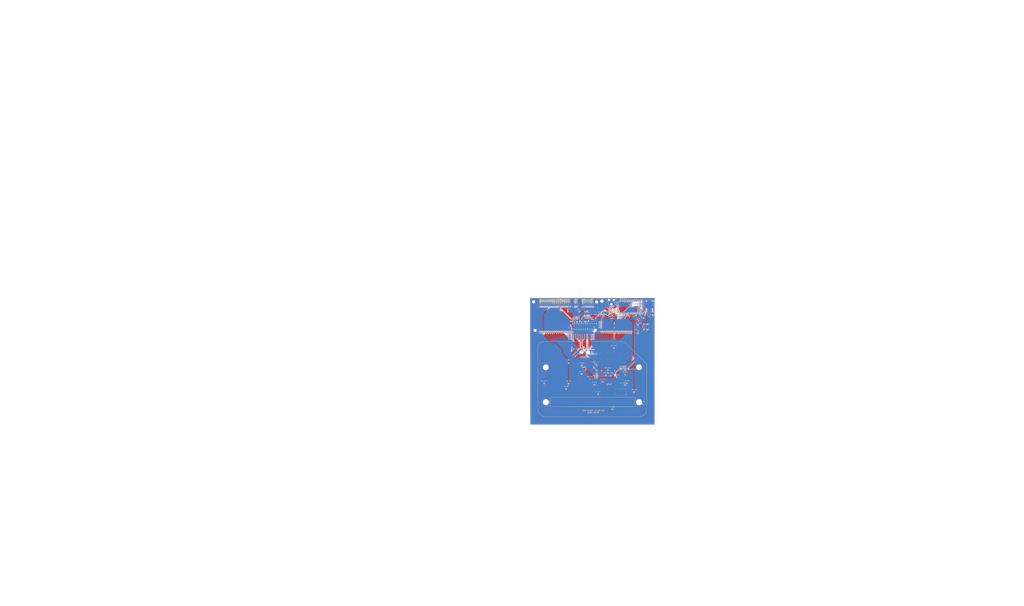
<source format=kicad_pcb>
(kicad_pcb (version 20171130) (host pcbnew "(5.1.5)-3")
  (layers (0 F.Cu signal) (31 B.Cu signal) (34 B.Paste user) (35 F.Paste user) (36 B.SilkS user) (37 F.SilkS user) (38 B.Mask user) (39 F.Mask user) (44 Edge.Cuts user))
  (net 0 "")
  (net 1 GND)
  (net 2 +5V)
  (net 3 "Net-(A1-Pad15)")
  (net 4 "Net-(A1-Pad17)")
  (net 5 "Net-(A1-Pad3)")
  (net 6 /display/SCL)
  (net 7 /display/SDA)
  (net 8 "Net-(A1-Pad36)")
  (net 9 "/4067/A0(Vref)")
  (net 10 /4067/D5)
  (net 11 /4067/D4)
  (net 12 /4067/D3)
  (net 13 /4067/D2)
  (net 14 "Net-(J1-Pad16)")
  (net 15 "Net-(J1-Pad15)")
  (net 16 "Net-(J1-Pad14)")
  (net 17 "Net-(J1-Pad13)")
  (net 18 "Net-(J1-Pad12)")
  (net 19 "Net-(J1-Pad11)")
  (net 20 "Net-(J1-Pad10)")
  (net 21 "Net-(J1-Pad9)")
  (net 22 "Net-(J1-Pad8)")
  (net 23 "Net-(J1-Pad7)")
  (net 24 "Net-(J1-Pad6)")
  (net 25 "Net-(J1-Pad5)")
  (net 26 "Net-(J1-Pad4)")
  (net 27 "Net-(J1-Pad3)")
  (net 28 "Net-(J1-Pad1)")
  (net 29 "Net-(J15-Pad14)")
  (net 30 "Net-(J15-Pad13)")
  (net 31 "Net-(J15-Pad11)")
  (net 32 "Net-(J15-Pad10)")
  (net 33 "Net-(J15-Pad9)")
  (net 34 "Net-(J15-Pad8)")
  (net 35 "Net-(J15-Pad7)")
  (net 36 "Net-(J15-Pad6)")
  (net 37 "Net-(J15-Pad5)")
  (net 38 "Net-(J15-Pad3)")
  (net 39 "Net-(J15-Pad2)")
  (net 40 "Net-(J10-TP22-Pad1)")
  (net 41 "Net-(J11-TP7-Pad1)")
  (net 42 "Net-(J12-TP14-Pad1)")
  (net 43 "Net-(J13-TP23-Pad1)")
  (net 44 "Net-(J14-TP17-Pad1)")
  (net 45 "Net-(J15-TP20-Pad1)")
  (net 46 "Net-(J5-TP8-Pad1)")
  (net 47 "Net-(J5-~E1-Pad1)")
  (net 48 "Net-(J6-TP21-Pad1)")
  (net 49 "Net-(J8-TP13-Pad1)")
  (net 50 "Net-(J9-TP19-Pad1)")
  (net 51 +12V)
  (net 52 "Net-(D1-Pad1)")
  (net 53 "Net-(D2-Pad2)")
  (net 54 /4067/RELAY)
  (net 55 "Net-(Q1-Pad1)")
  (net 56 "Net-(R14-Pad2)")
  (net 57 "Net-(R15-Pad2)")
  (net 58 "Net-(R16-Pad2)")
  (net 59 "Net-(R17-Pad2)")
  (net 60 "Net-(R18-Pad2)")
  (net 61 "Net-(R19-Pad2)")
  (net 62 "Net-(R20-Pad2)")
  (net 63 "Net-(R21-Pad2)")
  (net 64 "Net-(R10-Pad1)")
  (net 65 "Net-(R11-Pad1)")
  (net 66 "Net-(R12-Pad1)")
  (net 67 "Net-(R13-Pad1)")
  (net 68 "Net-(R26-Pad1)")
  (net 69 /testpoints/TP5)
  (net 70 /testpoints/TP4)
  (net 71 /RELAY/Relay_driver)
  (module MM:Arduino_Pro_Micro (layer F.Cu) (at 191.37 28.91 90)
    (fp_text reference A1 (at -2.6 -3.65 180) (layer F.SilkS))
    (fp_text value Arduino_Pro_Mini)
    (fp_text user 5V (at 9.144 -4.572 180) (layer F.SilkS))
    (fp_text user GND (at 14.224 -5.08) (layer F.SilkS))
    (fp_text user RX (at 6.604 -4.572) (layer F.SilkS))
    (fp_text user TX (at 4.064 -4.572) (layer F.SilkS))
    (fp_text user DIR (at 1.524 -4.826) (layer F.SilkS))
    (fp_text user GND (at 11.684 -5.08) (layer F.SilkS))
    (fp_text user RXD (at -2.67 2.57 90) (layer F.SilkS))
    (fp_text user RES (at -2.62 5.12 90) (layer F.SilkS))
    (fp_text user GND (at -2.7 7.63 90) (layer F.SilkS))
    (fp_text user 2 (at -1.7 10.13 90) (layer F.SilkS))
    (fp_text user 3 (at -1.72 12.74 90) (layer F.SilkS))
    (fp_text user 4 (at -1.73 15.28 90) (layer F.SilkS))
    (fp_text user 5 (at -1.68 17.85 90) (layer F.SilkS))
    (fp_text user 6 (at -1.7 20.38 90) (layer F.SilkS))
    (fp_text user 7 (at -1.7 22.93 90) (layer F.SilkS))
    (fp_text user 8 (at -1.68 25.43 90) (layer F.SilkS))
    (fp_text user 9 (at -1.68 28.03 90) (layer F.SilkS))
    (fp_text user 10 (at 17.38 27.92 90) (layer F.SilkS))
    (fp_text user 11 (at 17.37 25.43 90) (layer F.SilkS))
    (fp_text user 12 (at 17.4 22.83 90) (layer F.SilkS))
    (fp_text user 13 (at 17.39 20.3 90) (layer F.SilkS))
    (fp_text user A0 (at 17.44 17.86 90) (layer F.SilkS))
    (fp_text user A1 (at 17.45 15.29 90) (layer F.SilkS))
    (fp_text user A2 (at 17.42 12.87 90) (layer F.SilkS))
    (fp_text user A3 (at 17.43 10.25 90) (layer F.SilkS))
    (fp_text user VCC (at 17.94 7.68 90) (layer F.SilkS))
    (fp_text user RES (at 17.85 5.17 90) (layer F.SilkS))
    (fp_text user GND (at 17.95 2.5 90) (layer F.SilkS))
    (fp_text user RAW (at 17.9 0.09 90) (layer F.SilkS))
    (fp_text user A7 (at 13.27 22.13 90) (layer B.SilkS) (effects (justify mirror)))
    (fp_text user A5 (at 13.25 23.56 90) (layer B.SilkS) (effects (justify mirror)))
    (fp_text user A6 (at 11.21 22.13 90) (layer B.SilkS) (effects (justify mirror)))
    (fp_text user A4 (at 11.19 23.52 90) (layer B.SilkS) (effects (justify mirror)))
    (fp_text user RES (at 2.58 22.12 90) (layer B.SilkS) (effects (justify mirror)))
    (fp_text user GND (at 2.49 23.53 90) (layer B.SilkS) (effects (justify mirror)))
    (fp_text user SCK (at 5.69 22.12 90) (layer B.SilkS) (effects (justify mirror)))
    (fp_text user MOS (at 5.64 23.53 90) (layer B.SilkS) (effects (justify mirror)))
    (fp_text user MIS (at 8.72 22.12 90) (layer B.SilkS) (effects (justify mirror)))
    (fp_text user VCC (at 8.68 23.54 90) (layer B.SilkS) (effects (justify mirror)))
    (fp_text user TXD (at -2.53 0.04 90) (layer F.SilkS))
    (pad 2 thru_hole circle (at 0 0 90) (size 1.7 1.7) (drill 0.9) (layers *.Cu *.Mask))
    (pad 11 thru_hole circle (at 0 2.54 90) (size 1.7 1.7) (drill 0.9) (layers *.Cu *.Mask))
    (pad 13 thru_hole circle (at 0 5.08 90) (size 1.7 1.7) (drill 0.9) (layers *.Cu *.Mask))
    (pad 4 thru_hole circle (at 0 7.62 90) (size 1.7 1.7) (drill 0.9) (layers *.Cu *.Mask) (net 1 GND) (thermal_gap 0.25))
    (pad 25 thru_hole circle (at 0 10.16 90) (size 1.7 1.7) (drill 0.9) (layers *.Cu *.Mask) (net 13 /4067/D2))
    (pad 26 thru_hole circle (at 0 12.7 90) (size 1.7 1.7) (drill 0.9) (layers *.Cu *.Mask) (net 12 /4067/D3))
    (pad 27 thru_hole circle (at 0 15.24 90) (size 1.7 1.7) (drill 0.9) (layers *.Cu *.Mask) (net 11 /4067/D4))
    (pad 28 thru_hole circle (at 0 17.78 90) (size 1.7 1.7) (drill 0.9) (layers *.Cu *.Mask) (net 10 /4067/D5))
    (pad 29 thru_hole circle (at 0 20.32 90) (size 1.7 1.7) (drill 0.9) (layers *.Cu *.Mask) (net 71 /RELAY/Relay_driver))
    (pad 30 thru_hole circle (at 0 22.86 90) (size 1.7 1.7) (drill 0.9) (layers *.Cu *.Mask) (net 70 /testpoints/TP4))
    (pad 21 thru_hole circle (at 0 25.4 90) (size 1.7 1.7) (drill 0.9) (layers *.Cu *.Mask) (net 69 /testpoints/TP5))
    (pad 32 thru_hole circle (at 0 27.94 90) (size 1.7 1.7) (drill 0.9) (layers *.Cu *.Mask))
    (pad 31 thru_hole circle (at 15.24 27.94 90) (size 1.7 1.7) (drill 0.9) (layers *.Cu *.Mask))
    (pad 22 thru_hole circle (at 15.24 25.4 90) (size 1.7 1.7) (drill 0.9) (layers *.Cu *.Mask))
    (pad 23 thru_hole circle (at 15.24 22.86 90) (size 1.7 1.7) (drill 0.9) (layers *.Cu *.Mask))
    (pad 24 thru_hole circle (at 15.24 20.32 90) (size 1.7 1.7) (drill 0.9) (layers *.Cu *.Mask))
    (pad 33 thru_hole circle (at 15.24 17.78 90) (size 1.7 1.7) (drill 0.9) (layers *.Cu *.Mask) (net 9 "/4067/A0(Vref)"))
    (pad 34 thru_hole circle (at 15.24 15.24 90) (size 1.7 1.7) (drill 0.9) (layers *.Cu *.Mask))
    (pad 35 thru_hole circle (at 15.24 12.7 90) (size 1.7 1.7) (drill 0.9) (layers *.Cu *.Mask))
    (pad 36 thru_hole circle (at 15.24 10.16 90) (size 1.7 1.7) (drill 0.9) (layers *.Cu *.Mask) (net 8 "Net-(A1-Pad36)"))
    (pad 20 thru_hole circle (at 15.24 7.62 90) (size 1.7 1.7) (drill 0.9) (layers *.Cu *.Mask) (net 2 +5V))
    (pad 14 thru_hole circle (at 15.24 5.08 90) (size 1.7 1.7) (drill 0.9) (layers *.Cu *.Mask))
    (pad 8 thru_hole circle (at 15.24 2.54 90) (size 1.7 1.7) (drill 0.9) (layers *.Cu *.Mask) (net 1 GND) (thermal_gap 0.25))
    (pad 1 thru_hole circle (at 15.24 0 90) (size 1.7 1.7) (drill 0.9) (layers *.Cu *.Mask))
    (pad 5 thru_hole circle (at 2.794 27.94 90) (size 1.7 1.7) (drill 0.9) (layers *.Cu *.Mask) (net 1 GND) (thermal_gap 0.25))
    (pad 10 thru_hole circle (at 5.334 27.94 90) (size 1.7 1.7) (drill 0.9) (layers *.Cu *.Mask))
    (pad 18 thru_hole circle (at 7.874 27.94 90) (size 1.7 1.7) (drill 0.9) (layers *.Cu *.Mask) (net 2 +5V))
    (pad 37 thru_hole circle (at 10.414 27.94 90) (size 1.7 1.7) (drill 0.9) (layers *.Cu *.Mask) (net 7 /display/SDA))
    (pad 38 thru_hole circle (at 12.954 27.94 90) (size 1.7 1.7) (drill 0.9) (layers *.Cu *.Mask) (net 6 /display/SCL))
    (pad 12 thru_hole circle (at 2.794 25.4 90) (size 1.7 1.7) (drill 0.9) (layers *.Cu *.Mask))
    (pad 16 thru_hole circle (at 5.334 25.4 90) (size 1.7 1.7) (drill 0.9) (layers *.Cu *.Mask))
    (pad 9 thru_hole circle (at 7.874 25.4 90) (size 1.7 1.7) (drill 0.9) (layers *.Cu *.Mask))
    (pad 39 thru_hole circle (at 10.414 25.4 90) (size 1.7 1.7) (drill 0.9) (layers *.Cu *.Mask))
    (pad 40 thru_hole circle (at 12.954 25.4 90) (size 1.7 1.7) (drill 0.9) (layers *.Cu *.Mask))
    (pad 3 thru_hole circle (at 1.524 -2.54 90) (size 1.7 1.7) (drill 0.9) (layers *.Cu *.Mask) (net 5 "Net-(A1-Pad3)"))
    (pad 17 thru_hole circle (at 4.064 -2.54 90) (size 1.7 1.7) (drill 0.9) (layers *.Cu *.Mask) (net 4 "Net-(A1-Pad17)"))
    (pad 15 thru_hole circle (at 6.604 -2.54 90) (size 1.7 1.7) (drill 0.9) (layers *.Cu *.Mask) (net 3 "Net-(A1-Pad15)"))
    (pad 19 thru_hole circle (at 9.144 -2.54 90) (size 1.7 1.7) (drill 0.9) (layers *.Cu *.Mask) (net 2 +5V))
    (pad 6 thru_hole circle (at 11.684 -2.54 90) (size 1.7 1.7) (drill 0.9) (layers *.Cu *.Mask) (net 1 GND) (thermal_gap 0.25))
    (pad 7 thru_hole circle (at 14.224 -2.54 90) (size 1.7 1.7) (drill 0.9) (layers *.Cu *.Mask) (net 1 GND) (thermal_gap 0.25))
  )
  (module Package_TO_SOT_THT:TO-220-3_Horizontal_TabDown (layer F.Cu) (at 165.66 30.31)
    (fp_text reference U2 (at -1.39 -2.63 180) (layer F.SilkS))
    (fp_text value L7805)
    (pad 3 thru_hole oval (at 5.08 0) (size 1.905 2) (drill 1.1) (layers *.Cu *.Mask) (net 2 +5V))
    (pad 2 thru_hole oval (at 2.54 0) (size 1.905 2) (drill 1.1) (layers *.Cu *.Mask) (net 1 GND))
    (pad 1 thru_hole rect (at 0 0) (size 1.905 2) (drill 1.1) (layers *.Cu *.Mask) (net 51 +12V))
    (pad "" np_thru_hole oval (at 2.54 -16.66) (size 3.5 3.5) (drill 3.5) (layers *.Cu *.Mask))
  )
  (module Package_TO_SOT_SMD:SOT-23 (layer F.Cu) (at 218.27 36.73)
    (fp_text reference Q1 (at 0.29 -2.56) (layer F.SilkS))
    (fp_text value BC847W)
    (pad 3 smd rect (at 1 0) (size 0.9 0.8) (layers F.Cu F.Paste F.Mask) (net 53 "Net-(D2-Pad2)"))
    (pad 2 smd rect (at -1 0.95) (size 0.9 0.8) (layers F.Cu F.Paste F.Mask) (net 1 GND))
    (pad 1 smd rect (at -1 -0.95) (size 0.9 0.8) (layers F.Cu F.Paste F.Mask) (net 55 "Net-(Q1-Pad1)"))
  )
  (module Resistor_SMD:R_0603_1608Metric_Pad1.05x0.95mm_HandSolder (layer F.Cu) (at 208.46 31.81)
    (fp_text reference R28 (at 0.07 1.41) (layer F.SilkS))
    (fp_text value 47k)
    (pad 2 smd roundrect (at 0.875 0) (size 1.05 0.95) (layers F.Cu F.Paste F.Mask) (net 8 "Net-(A1-Pad36)"))
    (pad 1 smd roundrect (at -0.875 0) (size 1.05 0.95) (layers F.Cu F.Paste F.Mask) (net 1 GND))
  )
  (module Resistor_SMD:R_0603_1608Metric_Pad1.05x0.95mm_HandSolder (layer F.Cu) (at 213.58 35.68 180)
    (fp_text reference R27 (at 0 -1.43) (layer F.SilkS))
    (fp_text value 4k7)
    (pad 2 smd roundrect (at 0.875 0 180) (size 1.05 0.95) (layers F.Cu F.Paste F.Mask) (net 71 /RELAY/Relay_driver))
    (pad 1 smd roundrect (at -0.875 0 180) (size 1.05 0.95) (layers F.Cu F.Paste F.Mask) (net 55 "Net-(Q1-Pad1)"))
  )
  (module athir:AZ952 (layer F.Cu) (at 228.55 19.89 90)
    (fp_text reference K1 (at 6.72 5.89 90) (layer F.SilkS))
    (fp_text value AZ952)
    (pad 11 thru_hole circle (at -3.81 -3.81 90) (size 1.5 1.5) (drill 1) (layers *.Cu *.Mask) (net 53 "Net-(D2-Pad2)"))
    (pad 2 thru_hole circle (at -3.81 3.81 90) (size 1.5 1.5) (drill 1) (layers *.Cu *.Mask) (net 51 +12V))
    (pad 1 thru_hole circle (at -6.35 3.81 90) (size 1.5 1.5) (drill 1) (layers *.Cu *.Mask))
    (pad 12 thru_hole circle (at -6.35 -3.81 90) (size 1.5 1.5) (drill 1) (layers *.Cu *.Mask) (net 54 /4067/RELAY))
    (pad 7 thru_hole circle (at 6.35 -3.81 90) (size 1.5 1.5) (drill 1) (layers *.Cu *.Mask) (net 51 +12V))
    (pad 6 thru_hole circle (at 6.35 3.81 90) (size 1.5 1.5) (drill 1) (layers *.Cu *.Mask) (net 51 +12V))
  )
  (module Diode_THT:D_DO-35_SOD27_P10.16mm_Horizontal (layer F.Cu) (at 233 31.03 180)
    (fp_text reference D2 (at 5.08 -2.12) (layer F.SilkS))
    (fp_text value 1N4148W)
    (fp_text user K (at 0 -1.8) (layer F.SilkS))
    (pad 2 thru_hole oval (at 10.16 0 180) (size 1.6 1.6) (drill 0.8) (layers *.Cu *.Mask) (net 53 "Net-(D2-Pad2)"))
    (pad 1 thru_hole rect (at 0 0 180) (size 1.6 1.6) (drill 0.8) (layers *.Cu *.Mask) (net 51 +12V))
  )
  (module Capacitor_SMD:CP_Elec_6.3x5.4 (layer F.Cu) (at 181.18 31.67)
    (fp_text reference C3 (at 0 -4.35) (layer F.SilkS))
    (fp_text value 100µf)
    (pad 2 smd roundrect (at 2.8 0) (size 3.5 1.6) (layers F.Cu F.Paste F.Mask) (roundrect_rratio 0.15625) (net 1 GND))
    (pad 1 smd roundrect (at -2.8 0) (size 3.5 1.6) (layers F.Cu F.Paste F.Mask) (roundrect_rratio 0.15625) (net 2 +5V))
  )
  (module Capacitor_SMD:CP_Elec_6.3x5.4 (layer F.Cu) (at 156.78 29.76 180)
    (fp_text reference C1 (at 0 -4.35) (layer F.SilkS))
    (fp_text value 100µf)
    (pad 2 smd roundrect (at 2.8 0 180) (size 3.5 1.6) (layers F.Cu F.Paste F.Mask) (roundrect_rratio 0.15625) (net 1 GND))
    (pad 1 smd roundrect (at -2.8 0 180) (size 3.5 1.6) (layers F.Cu F.Paste F.Mask) (roundrect_rratio 0.15625) (net 51 +12V))
  )
  (module Diode_THT:D_DO-41_SOD81_P10.16mm_Horizontal (layer F.Cu) (at 213.81 53.98 90)
    (fp_text reference D1 (at 5.08 -2.47 90) (layer F.SilkS))
    (fp_text value 1N4001-B)
    (fp_text user K (at 0 -2.1 90) (layer F.SilkS))
    (pad 2 thru_hole oval (at 10.16 0 90) (size 2.2 2.2) (drill 1.1) (layers *.Cu *.Mask) (net 2 +5V))
    (pad 1 thru_hole rect (at 0 0 90) (size 2.2 2.2) (drill 1.1) (layers *.Cu *.Mask) (net 52 "Net-(D1-Pad1)"))
  )
  (module Button_Switch_THT:SW_TH_Tactile_Omron_B3F-10xx (layer F.Cu) (at 221.35 49.42 90)
    (fp_text reference SW1 (at 3.25 -2.05 90) (layer F.SilkS))
    (fp_text value SW_DIP_x02)
    (pad 1 thru_hole circle (at 0 0 90) (size 1.7 1.7) (drill 1) (layers *.Cu *.Mask) (net 8 "Net-(A1-Pad36)"))
    (pad 2 thru_hole circle (at 6.5 0 90) (size 1.7 1.7) (drill 1) (layers *.Cu *.Mask) (net 8 "Net-(A1-Pad36)"))
    (pad 3 thru_hole circle (at 0 4.5 90) (size 1.7 1.7) (drill 1) (layers *.Cu *.Mask) (net 2 +5V))
    (pad 4 thru_hole circle (at 6.5 4.5 90) (size 1.7 1.7) (drill 1) (layers *.Cu *.Mask) (net 2 +5V))
  )
  (module Connector_PinHeader_2.54mm:PinHeader_1x16_P2.54mm_Horizontal (layer F.Cu) (at 90.22 20.83 90)
    (fp_text reference J15 (at -0.18 -3.1 180) (layer F.SilkS))
    (fp_text value Conn_01x16_Male)
    (pad 16 thru_hole oval (at 0 38.1 90) (size 1.7 1.7) (drill 1) (layers *.Cu *.Mask) (net 1 GND))
    (pad 15 thru_hole oval (at 0 35.56 90) (size 1.7 1.7) (drill 1) (layers *.Cu *.Mask) (net 1 GND))
    (pad 14 thru_hole oval (at 0 33.02 90) (size 1.7 1.7) (drill 1) (layers *.Cu *.Mask) (net 29 "Net-(J15-Pad14)"))
    (pad 13 thru_hole oval (at 0 30.48 90) (size 1.7 1.7) (drill 1) (layers *.Cu *.Mask) (net 30 "Net-(J15-Pad13)"))
    (pad 12 thru_hole oval (at 0 27.94 90) (size 1.7 1.7) (drill 1) (layers *.Cu *.Mask) (net 69 /testpoints/TP5))
    (pad 11 thru_hole oval (at 0 25.4 90) (size 1.7 1.7) (drill 1) (layers *.Cu *.Mask) (net 31 "Net-(J15-Pad11)"))
    (pad 10 thru_hole oval (at 0 22.86 90) (size 1.7 1.7) (drill 1) (layers *.Cu *.Mask) (net 32 "Net-(J15-Pad10)"))
    (pad 9 thru_hole oval (at 0 20.32 90) (size 1.7 1.7) (drill 1) (layers *.Cu *.Mask) (net 33 "Net-(J15-Pad9)"))
    (pad 8 thru_hole oval (at 0 17.78 90) (size 1.7 1.7) (drill 1) (layers *.Cu *.Mask) (net 34 "Net-(J15-Pad8)"))
    (pad 7 thru_hole oval (at 0 15.24 90) (size 1.7 1.7) (drill 1) (layers *.Cu *.Mask) (net 35 "Net-(J15-Pad7)"))
    (pad 6 thru_hole oval (at 0 12.7 90) (size 1.7 1.7) (drill 1) (layers *.Cu *.Mask) (net 36 "Net-(J15-Pad6)"))
    (pad 5 thru_hole oval (at 0 10.16 90) (size 1.7 1.7) (drill 1) (layers *.Cu *.Mask) (net 37 "Net-(J15-Pad5)"))
    (pad 4 thru_hole oval (at 0 7.62 90) (size 1.7 1.7) (drill 1) (layers *.Cu *.Mask) (net 70 /testpoints/TP4))
    (pad 3 thru_hole oval (at 0 5.08 90) (size 1.7 1.7) (drill 1) (layers *.Cu *.Mask) (net 38 "Net-(J15-Pad3)"))
    (pad 2 thru_hole oval (at 0 2.54 90) (size 1.7 1.7) (drill 1) (layers *.Cu *.Mask) (net 39 "Net-(J15-Pad2)"))
    (pad 1 thru_hole rect (at 0 0 90) (size 1.7 1.7) (drill 1) (layers *.Cu *.Mask) (net 1 GND))
  )
  (module Package_SO:SOIC-24W_7.5x15.4mm_P1.27mm (layer F.Cu) (at 143.02 31.4 180)
    (fp_text reference U1 (at 0 -8.65 180) (layer F.SilkS))
    (fp_text value CD74HC4067M)
    (pad 24 smd roundrect (at 4.65 -6.985 180) (size 2.05 0.6) (layers F.Cu F.Paste F.Mask) (net 2 +5V))
    (pad 23 smd roundrect (at 4.65 -5.715 180) (size 2.05 0.6) (layers F.Cu F.Paste F.Mask) (net 64 "Net-(R10-Pad1)"))
    (pad 22 smd roundrect (at 4.65 -4.445 180) (size 2.05 0.6) (layers F.Cu F.Paste F.Mask) (net 65 "Net-(R11-Pad1)"))
    (pad 21 smd roundrect (at 4.65 -3.175 180) (size 2.05 0.6) (layers F.Cu F.Paste F.Mask) (net 66 "Net-(R12-Pad1)"))
    (pad 20 smd roundrect (at 4.65 -1.905 180) (size 2.05 0.6) (layers F.Cu F.Paste F.Mask) (net 67 "Net-(R13-Pad1)"))
    (pad 19 smd roundrect (at 4.65 -0.635 180) (size 2.05 0.6) (layers F.Cu F.Paste F.Mask))
    (pad 18 smd roundrect (at 4.65 0.635 180) (size 2.05 0.6) (layers F.Cu F.Paste F.Mask))
    (pad 17 smd roundrect (at 4.65 1.905 180) (size 2.05 0.6) (layers F.Cu F.Paste F.Mask))
    (pad 16 smd roundrect (at 4.65 3.175 180) (size 2.05 0.6) (layers F.Cu F.Paste F.Mask))
    (pad 15 smd roundrect (at 4.65 4.445 180) (size 2.05 0.6) (layers F.Cu F.Paste F.Mask) (net 47 "Net-(J5-~E1-Pad1)"))
    (pad 14 smd roundrect (at 4.65 5.715 180) (size 2.05 0.6) (layers F.Cu F.Paste F.Mask) (net 11 /4067/D4))
    (pad 13 smd roundrect (at 4.65 6.985 180) (size 2.05 0.6) (layers F.Cu F.Paste F.Mask) (net 10 /4067/D5))
    (pad 12 smd roundrect (at -4.65 6.985 180) (size 2.05 0.6) (layers F.Cu F.Paste F.Mask) (net 1 GND))
    (pad 11 smd roundrect (at -4.65 5.715 180) (size 2.05 0.6) (layers F.Cu F.Paste F.Mask) (net 12 /4067/D3))
    (pad 10 smd roundrect (at -4.65 4.445 180) (size 2.05 0.6) (layers F.Cu F.Paste F.Mask) (net 13 /4067/D2))
    (pad 9 smd roundrect (at -4.65 3.175 180) (size 2.05 0.6) (layers F.Cu F.Paste F.Mask) (net 56 "Net-(R14-Pad2)"))
    (pad 8 smd roundrect (at -4.65 1.905 180) (size 2.05 0.6) (layers F.Cu F.Paste F.Mask) (net 57 "Net-(R15-Pad2)"))
    (pad 7 smd roundrect (at -4.65 0.635 180) (size 2.05 0.6) (layers F.Cu F.Paste F.Mask) (net 58 "Net-(R16-Pad2)"))
    (pad 6 smd roundrect (at -4.65 -0.635 180) (size 2.05 0.6) (layers F.Cu F.Paste F.Mask) (net 59 "Net-(R17-Pad2)"))
    (pad 5 smd roundrect (at -4.65 -1.905 180) (size 2.05 0.6) (layers F.Cu F.Paste F.Mask) (net 60 "Net-(R18-Pad2)"))
    (pad 4 smd roundrect (at -4.65 -3.175 180) (size 2.05 0.6) (layers F.Cu F.Paste F.Mask) (net 61 "Net-(R19-Pad2)"))
    (pad 3 smd roundrect (at -4.65 -4.445 180) (size 2.05 0.6) (layers F.Cu F.Paste F.Mask) (net 62 "Net-(R20-Pad2)"))
    (pad 2 smd roundrect (at -4.65 -5.715 180) (size 2.05 0.6) (layers F.Cu F.Paste F.Mask) (net 63 "Net-(R21-Pad2)"))
    (pad 1 smd roundrect (at -4.65 -6.985 180) (size 2.05 0.6) (layers F.Cu F.Paste F.Mask) (net 68 "Net-(R26-Pad1)"))
  )
  (module Resistor_SMD:R_0603_1608Metric_Pad1.05x0.95mm_HandSolder (layer F.Cu) (at 182.76 26.91)
    (fp_text reference R26 (at 0 -1.43) (layer F.SilkS))
    (fp_text value 100k)
    (pad 2 smd roundrect (at 0.875 0) (size 1.05 0.95) (layers F.Cu F.Paste F.Mask) (net 9 "/4067/A0(Vref)"))
    (pad 1 smd roundrect (at -0.875 0) (size 1.05 0.95) (layers F.Cu F.Paste F.Mask) (net 68 "Net-(R26-Pad1)"))
  )
  (module Resistor_SMD:R_0603_1608Metric_Pad1.05x0.95mm_HandSolder (layer F.Cu) (at 132.3 49.005 90)
    (fp_text reference R25 (at 0 -1.43 90) (layer F.SilkS))
    (fp_text value 100)
    (pad 2 smd roundrect (at 0.875 0 90) (size 1.05 0.95) (layers F.Cu F.Paste F.Mask) (net 67 "Net-(R13-Pad1)"))
    (pad 1 smd roundrect (at -0.875 0 90) (size 1.05 0.95) (layers F.Cu F.Paste F.Mask) (net 45 "Net-(J15-TP20-Pad1)"))
  )
  (module Resistor_SMD:R_0603_1608Metric_Pad1.05x0.95mm_HandSolder (layer F.Cu) (at 135.03 49.045 90)
    (fp_text reference R24 (at 0 -1.43 90) (layer F.SilkS))
    (fp_text value 2k9)
    (pad 2 smd roundrect (at 0.875 0 90) (size 1.05 0.95) (layers F.Cu F.Paste F.Mask) (net 66 "Net-(R12-Pad1)"))
    (pad 1 smd roundrect (at -0.875 0 90) (size 1.05 0.95) (layers F.Cu F.Paste F.Mask) (net 44 "Net-(J14-TP17-Pad1)"))
  )
  (module Resistor_SMD:R_0603_1608Metric_Pad1.05x0.95mm_HandSolder (layer F.Cu) (at 137.7 49.07 90)
    (fp_text reference R23 (at 0 -1.43 90) (layer F.SilkS))
    (fp_text value 20k)
    (pad 2 smd roundrect (at 0.875 0 90) (size 1.05 0.95) (layers F.Cu F.Paste F.Mask) (net 65 "Net-(R11-Pad1)"))
    (pad 1 smd roundrect (at -0.875 0 90) (size 1.05 0.95) (layers F.Cu F.Paste F.Mask) (net 43 "Net-(J13-TP23-Pad1)"))
  )
  (module Resistor_SMD:R_0603_1608Metric_Pad1.05x0.95mm_HandSolder (layer F.Cu) (at 140.56 49.135 90)
    (fp_text reference R22 (at 0 -1.43 90) (layer F.SilkS))
    (fp_text value 20k)
    (pad 2 smd roundrect (at 0.875 0 90) (size 1.05 0.95) (layers F.Cu F.Paste F.Mask) (net 64 "Net-(R10-Pad1)"))
    (pad 1 smd roundrect (at -0.875 0 90) (size 1.05 0.95) (layers F.Cu F.Paste F.Mask) (net 42 "Net-(J12-TP14-Pad1)"))
  )
  (module Resistor_SMD:R_0603_1608Metric_Pad1.05x0.95mm_HandSolder (layer F.Cu) (at 143.29 49.165 90)
    (fp_text reference R21 (at 0 -1.43 90) (layer F.SilkS))
    (fp_text value 20k)
    (pad 2 smd roundrect (at 0.875 0 90) (size 1.05 0.95) (layers F.Cu F.Paste F.Mask) (net 63 "Net-(R21-Pad2)"))
    (pad 1 smd roundrect (at -0.875 0 90) (size 1.05 0.95) (layers F.Cu F.Paste F.Mask) (net 41 "Net-(J11-TP7-Pad1)"))
  )
  (module Resistor_SMD:R_0603_1608Metric_Pad1.05x0.95mm_HandSolder (layer F.Cu) (at 146.08 49.255 90)
    (fp_text reference R20 (at 0 -1.43 90) (layer F.SilkS))
    (fp_text value 3k9)
    (pad 2 smd roundrect (at 0.875 0 90) (size 1.05 0.95) (layers F.Cu F.Paste F.Mask) (net 62 "Net-(R20-Pad2)"))
    (pad 1 smd roundrect (at -0.875 0 90) (size 1.05 0.95) (layers F.Cu F.Paste F.Mask) (net 40 "Net-(J10-TP22-Pad1)"))
  )
  (module Resistor_SMD:R_0603_1608Metric_Pad1.05x0.95mm_HandSolder (layer F.Cu) (at 148.95 49.245 90)
    (fp_text reference R19 (at 0 -1.43 90) (layer F.SilkS))
    (fp_text value 3k9)
    (pad 2 smd roundrect (at 0.875 0 90) (size 1.05 0.95) (layers F.Cu F.Paste F.Mask) (net 61 "Net-(R19-Pad2)"))
    (pad 1 smd roundrect (at -0.875 0 90) (size 1.05 0.95) (layers F.Cu F.Paste F.Mask) (net 50 "Net-(J9-TP19-Pad1)"))
  )
  (module Resistor_SMD:R_0603_1608Metric_Pad1.05x0.95mm_HandSolder (layer F.Cu) (at 151.74 49.195 90)
    (fp_text reference R18 (at 0 -1.43 90) (layer F.SilkS))
    (fp_text value 2k9)
    (pad 2 smd roundrect (at 0.875 0 90) (size 1.05 0.95) (layers F.Cu F.Paste F.Mask) (net 60 "Net-(R18-Pad2)"))
    (pad 1 smd roundrect (at -0.875 0 90) (size 1.05 0.95) (layers F.Cu F.Paste F.Mask) (net 49 "Net-(J8-TP13-Pad1)"))
  )
  (module Resistor_SMD:R_0603_1608Metric_Pad1.05x0.95mm_HandSolder (layer F.Cu) (at 154.52 49.18 90)
    (fp_text reference R17 (at 0 -1.43 90) (layer F.SilkS))
    (fp_text value 2k9)
    (pad 2 smd roundrect (at 0.875 0 90) (size 1.05 0.95) (layers F.Cu F.Paste F.Mask) (net 59 "Net-(R17-Pad2)"))
    (pad 1 smd roundrect (at -0.875 0 90) (size 1.05 0.95) (layers F.Cu F.Paste F.Mask) (net 52 "Net-(D1-Pad1)"))
  )
  (module Resistor_SMD:R_0603_1608Metric_Pad1.05x0.95mm_HandSolder (layer F.Cu) (at 157.2 49.17 90)
    (fp_text reference R16 (at 0 -1.43 90) (layer F.SilkS))
    (fp_text value 3k9)
    (pad 2 smd roundrect (at 0.875 0 90) (size 1.05 0.95) (layers F.Cu F.Paste F.Mask) (net 58 "Net-(R16-Pad2)"))
    (pad 1 smd roundrect (at -0.875 0 90) (size 1.05 0.95) (layers F.Cu F.Paste F.Mask) (net 48 "Net-(J6-TP21-Pad1)"))
  )
  (module Resistor_SMD:R_0603_1608Metric_Pad1.05x0.95mm_HandSolder (layer F.Cu) (at 160.11 47.02 90)
    (fp_text reference R15 (at 0 -1.43 90) (layer F.SilkS))
    (fp_text value 20k)
    (pad 2 smd roundrect (at 0.875 0 90) (size 1.05 0.95) (layers F.Cu F.Paste F.Mask) (net 57 "Net-(R15-Pad2)"))
    (pad 1 smd roundrect (at -0.875 0 90) (size 1.05 0.95) (layers F.Cu F.Paste F.Mask) (net 46 "Net-(J5-TP8-Pad1)"))
  )
  (module Resistor_SMD:R_0603_1608Metric_Pad1.05x0.95mm_HandSolder (layer F.Cu) (at 162.84 49.135 90)
    (fp_text reference R14 (at 0.745 -1.32 90) (layer F.SilkS))
    (fp_text value 20k)
    (pad 2 smd roundrect (at 0.875 0 90) (size 1.05 0.95) (layers F.Cu F.Paste F.Mask) (net 56 "Net-(R14-Pad2)"))
    (pad 1 smd roundrect (at -0.875 0 90) (size 1.05 0.95) (layers F.Cu F.Paste F.Mask) (net 54 /4067/RELAY))
  )
  (module Resistor_SMD:R_0603_1608Metric_Pad1.05x0.95mm_HandSolder (layer F.Cu) (at 132.36 42.25 90)
    (fp_text reference R13 (at 0 -1.43 90) (layer F.SilkS))
    (fp_text value 7k6)
    (pad 2 smd roundrect (at 0.875 0 90) (size 1.05 0.95) (layers F.Cu F.Paste F.Mask) (net 1 GND))
    (pad 1 smd roundrect (at -0.875 0 90) (size 1.05 0.95) (layers F.Cu F.Paste F.Mask) (net 67 "Net-(R13-Pad1)"))
  )
  (module Resistor_SMD:R_0603_1608Metric_Pad1.05x0.95mm_HandSolder (layer F.Cu) (at 135.09 42.23 90)
    (fp_text reference R12 (at 0 -1.43 90) (layer F.SilkS))
    (fp_text value 7k6)
    (pad 2 smd roundrect (at 0.875 0 90) (size 1.05 0.95) (layers F.Cu F.Paste F.Mask) (net 1 GND))
    (pad 1 smd roundrect (at -0.875 0 90) (size 1.05 0.95) (layers F.Cu F.Paste F.Mask) (net 66 "Net-(R12-Pad1)"))
  )
  (module Resistor_SMD:R_0603_1608Metric_Pad1.05x0.95mm_HandSolder (layer F.Cu) (at 137.86 42.21 90)
    (fp_text reference R11 (at 0 -1.43 90) (layer F.SilkS))
    (fp_text value 7k6)
    (pad 2 smd roundrect (at 0.875 0 90) (size 1.05 0.95) (layers F.Cu F.Paste F.Mask) (net 1 GND))
    (pad 1 smd roundrect (at -0.875 0 90) (size 1.05 0.95) (layers F.Cu F.Paste F.Mask) (net 65 "Net-(R11-Pad1)"))
  )
  (module Resistor_SMD:R_0603_1608Metric_Pad1.05x0.95mm_HandSolder (layer F.Cu) (at 140.65 42.19 90)
    (fp_text reference R10 (at 0 -1.43 90) (layer F.SilkS))
    (fp_text value 7k6)
    (pad 2 smd roundrect (at 0.875 0 90) (size 1.05 0.95) (layers F.Cu F.Paste F.Mask) (net 1 GND))
    (pad 1 smd roundrect (at -0.875 0 90) (size 1.05 0.95) (layers F.Cu F.Paste F.Mask) (net 64 "Net-(R10-Pad1)"))
  )
  (module Resistor_SMD:R_0603_1608Metric_Pad1.05x0.95mm_HandSolder (layer F.Cu) (at 143.38 42.19 90)
    (fp_text reference R9 (at 0 -1.43 90) (layer F.SilkS))
    (fp_text value 7k6)
    (pad 2 smd roundrect (at 0.875 0 90) (size 1.05 0.95) (layers F.Cu F.Paste F.Mask) (net 1 GND))
    (pad 1 smd roundrect (at -0.875 0 90) (size 1.05 0.95) (layers F.Cu F.Paste F.Mask) (net 63 "Net-(R21-Pad2)"))
  )
  (module Resistor_SMD:R_0603_1608Metric_Pad1.05x0.95mm_HandSolder (layer F.Cu) (at 146.11 42.16 90)
    (fp_text reference R8 (at 0 -1.43 90) (layer F.SilkS))
    (fp_text value 7k6)
    (pad 2 smd roundrect (at 0.875 0 90) (size 1.05 0.95) (layers F.Cu F.Paste F.Mask) (net 1 GND))
    (pad 1 smd roundrect (at -0.875 0 90) (size 1.05 0.95) (layers F.Cu F.Paste F.Mask) (net 62 "Net-(R20-Pad2)"))
  )
  (module Resistor_SMD:R_0603_1608Metric_Pad1.05x0.95mm_HandSolder (layer F.Cu) (at 149.02 42.12 90)
    (fp_text reference R7 (at 0 -1.43 90) (layer F.SilkS))
    (fp_text value 7k6)
    (pad 2 smd roundrect (at 0.875 0 90) (size 1.05 0.95) (layers F.Cu F.Paste F.Mask) (net 1 GND))
    (pad 1 smd roundrect (at -0.875 0 90) (size 1.05 0.95) (layers F.Cu F.Paste F.Mask) (net 61 "Net-(R19-Pad2)"))
  )
  (module Resistor_SMD:R_0603_1608Metric_Pad1.05x0.95mm_HandSolder (layer F.Cu) (at 151.89 42.2 90)
    (fp_text reference R6 (at 0 -1.43 90) (layer F.SilkS))
    (fp_text value 7k6)
    (pad 2 smd roundrect (at 0.875 0 90) (size 1.05 0.95) (layers F.Cu F.Paste F.Mask) (net 1 GND))
    (pad 1 smd roundrect (at -0.875 0 90) (size 1.05 0.95) (layers F.Cu F.Paste F.Mask) (net 60 "Net-(R18-Pad2)"))
  )
  (module Resistor_SMD:R_0603_1608Metric_Pad1.05x0.95mm_HandSolder (layer F.Cu) (at 154.62 42.2 90)
    (fp_text reference R5 (at 0 -1.43 90) (layer F.SilkS))
    (fp_text value 7k6)
    (pad 2 smd roundrect (at 0.875 0 90) (size 1.05 0.95) (layers F.Cu F.Paste F.Mask) (net 1 GND))
    (pad 1 smd roundrect (at -0.875 0 90) (size 1.05 0.95) (layers F.Cu F.Paste F.Mask) (net 59 "Net-(R17-Pad2)"))
  )
  (module Resistor_SMD:R_0603_1608Metric_Pad1.05x0.95mm_HandSolder (layer F.Cu) (at 157.26 42.23 90)
    (fp_text reference R4 (at 0 -1.43 90) (layer F.SilkS))
    (fp_text value 7k6)
    (pad 2 smd roundrect (at 0.875 0 90) (size 1.05 0.95) (layers F.Cu F.Paste F.Mask) (net 1 GND))
    (pad 1 smd roundrect (at -0.875 0 90) (size 1.05 0.95) (layers F.Cu F.Paste F.Mask) (net 58 "Net-(R16-Pad2)"))
  )
  (module Resistor_SMD:R_0603_1608Metric_Pad1.05x0.95mm_HandSolder (layer F.Cu) (at 160.1 42.14 90)
    (fp_text reference R3 (at 0 -1.43 90) (layer F.SilkS))
    (fp_text value 7k6)
    (pad 2 smd roundrect (at 0.875 0 90) (size 1.05 0.95) (layers F.Cu F.Paste F.Mask) (net 1 GND))
    (pad 1 smd roundrect (at -0.875 0 90) (size 1.05 0.95) (layers F.Cu F.Paste F.Mask) (net 57 "Net-(R15-Pad2)"))
  )
  (module Resistor_SMD:R_0603_1608Metric_Pad1.05x0.95mm_HandSolder (layer F.Cu) (at 162.89 42.19 90)
    (fp_text reference R2 (at 0 -1.43 90) (layer F.SilkS))
    (fp_text value 7k6)
    (pad 2 smd roundrect (at 0.875 0 90) (size 1.05 0.95) (layers F.Cu F.Paste F.Mask) (net 1 GND))
    (pad 1 smd roundrect (at -0.875 0 90) (size 1.05 0.95) (layers F.Cu F.Paste F.Mask) (net 56 "Net-(R14-Pad2)"))
  )
  (module Resistor_SMD:R_0603_1608Metric_Pad1.05x0.95mm_HandSolder (layer F.Cu) (at 128.34 47.36 270)
    (fp_text reference R1 (at -0.22 1.31 90) (layer F.SilkS))
    (fp_text value 180)
    (pad 2 smd roundrect (at 0.875 0 270) (size 1.05 0.95) (layers F.Cu F.Paste F.Mask) (net 28 "Net-(J1-Pad1)"))
    (pad 1 smd roundrect (at -0.875 0 270) (size 1.05 0.95) (layers F.Cu F.Paste F.Mask) (net 2 +5V))
  )
  (module "MM:P50-E-120-G(Pogo)_0.7mmHole_1.5mmPad" (layer F.Cu) (at 209.01 128.71)
    (fp_text reference J26-TP5 (at -0.05 -3) (layer F.SilkS))
    (fp_text value Conn_01x01_Male)
    (pad 1 thru_hole circle (at 0 0) (size 1.5 1.5) (drill 0.7) (layers *.Cu *.Mask) (net 30 "Net-(J15-Pad13)") (thermal_gap 0.25))
  )
  (module "athir:Friwo_Texas_2-pin_Plug(1321609)" (layer F.Cu) (at 180.21 20.19 180)
    (fp_text reference J5 (at 5.01 6.44) (layer F.SilkS))
    (fp_text value 12V_Psu)
    (pad "" np_thru_hole circle (at 0 3 180) (size 2 2) (drill 2) (layers *.Cu *.Mask))
    (pad "" np_thru_hole circle (at -3 8 180) (size 2 2) (drill 2) (layers *.Cu *.Mask))
    (pad "" np_thru_hole circle (at 3 8 180) (size 2 2) (drill 2) (layers *.Cu *.Mask))
    (pad 1 thru_hole oval (at 1.25 0 180) (size 1.7 3.5) (drill 1.2) (layers *.Cu *.Mask) (net 1 GND))
    (pad 2 thru_hole oval (at -1.25 0 180) (size 1.7 3.5) (drill 1.2) (layers *.Cu *.Mask) (net 51 +12V))
  )
  (module Capacitor_SMD:C_0603_1608Metric_Pad1.05x0.95mm_HandSolder (layer F.Cu) (at 169.05 33.03 180)
    (fp_text reference C2 (at 2.6 -0.04) (layer F.SilkS))
    (fp_text value 100nf)
    (pad 2 smd roundrect (at 0.875 0 180) (size 1.05 0.95) (layers F.Cu F.Paste F.Mask) (net 1 GND))
    (pad 1 smd roundrect (at -0.875 0 180) (size 1.05 0.95) (layers F.Cu F.Paste F.Mask) (net 2 +5V))
  )
  (module "MM:P50-E-120-G(Pogo)_0.7mmHole_1.5mmPad" (layer F.Cu) (at 158.81 119.47)
    (fp_text reference J9-TP19 (at -0.05 -3) (layer F.SilkS))
    (fp_text value Conn_01x01_Male)
    (pad 1 thru_hole circle (at 0 0) (size 1.5 1.5) (drill 0.7) (layers *.Cu *.Mask) (net 50 "Net-(J9-TP19-Pad1)") (thermal_gap 0.25))
  )
  (module "MM:P50-E-120-G(Pogo)_0.7mmHole_1.5mmPad" (layer F.Cu) (at 142.38 105.9)
    (fp_text reference J8-TP13 (at -0.05 -3) (layer F.SilkS))
    (fp_text value Conn_01x01_Male)
    (pad 1 thru_hole circle (at 0 0) (size 1.5 1.5) (drill 0.7) (layers *.Cu *.Mask) (net 49 "Net-(J8-TP13-Pad1)") (thermal_gap 0.25))
  )
  (module "MM:P50-E-120-G(Pogo)_0.7mmHole_1.5mmPad" (layer F.Cu) (at 181.37 150.49)
    (fp_text reference J7-TP27 (at -0.05 -3) (layer F.SilkS))
    (fp_text value Conn_01x01_Male)
    (pad 1 thru_hole circle (at 0 0) (size 1.5 1.5) (drill 0.7) (layers *.Cu *.Mask) (net 52 "Net-(D1-Pad1)") (thermal_gap 0.25))
  )
  (module "MM:P50-E-120-G(Pogo)_0.7mmHole_1.5mmPad" (layer F.Cu) (at 197.45 119.73)
    (fp_text reference J6-TP21 (at -2.7 -2.47) (layer F.SilkS))
    (fp_text value Conn_01x01_Male)
    (pad 1 thru_hole circle (at 0 0) (size 1.5 1.5) (drill 0.7) (layers *.Cu *.Mask) (net 48 "Net-(J6-TP21-Pad1)") (thermal_gap 0.25))
  )
  (module Connector_PinHeader_2.54mm:PinHeader_1x02_P2.54mm_Horizontal (layer F.Cu) (at 134.46 20.84 90)
    (fp_text reference J5-~E1 (at -0.21 -1.49) (layer F.SilkS))
    (fp_text value Conn_01x02_Male)
    (pad 2 thru_hole oval (at 0 2.54 90) (size 1.7 1.7) (drill 1) (layers *.Cu *.Mask) (net 1 GND))
    (pad 1 thru_hole rect (at 0 0 90) (size 1.7 1.7) (drill 1) (layers *.Cu *.Mask) (net 47 "Net-(J5-~E1-Pad1)"))
  )
  (module "MM:P50-E-120-G(Pogo)_0.7mmHole_1.5mmPad" (layer F.Cu) (at 123.14 124.73)
    (fp_text reference J5-TP8 (at -0.05 -3) (layer F.SilkS))
    (fp_text value Conn_01x01_Male)
    (pad 1 thru_hole circle (at 0 0) (size 1.5 1.5) (drill 0.7) (layers *.Cu *.Mask) (net 46 "Net-(J5-TP8-Pad1)") (thermal_gap 0.25))
  )
  (module "MM:P50-E-120-G(Pogo)_0.7mmHole_1.5mmPad" (layer F.Cu) (at 140.09 80.06)
    (fp_text reference J4-TP16 (at -0.05 -3) (layer F.SilkS))
    (fp_text value Conn_01x01_Male)
    (pad 1 thru_hole circle (at 0 0) (size 1.5 1.5) (drill 0.7) (layers *.Cu *.Mask) (net 54 /4067/RELAY) (thermal_gap 0.25))
  )
  (module "MM:P50-E-120-G(Pogo)_0.7mmHole_1.5mmPad" (layer F.Cu) (at 202.34 99.85)
    (fp_text reference J27-TP26 (at 5.04 0.07) (layer F.SilkS))
    (fp_text value Conn_01x01_Male)
    (pad 1 thru_hole circle (at 0 0) (size 1.5 1.5) (drill 0.7) (layers *.Cu *.Mask) (net 29 "Net-(J15-Pad14)") (thermal_gap 0.25))
  )
  (module "MM:P50-E-120-G(Pogo)_0.7mmHole_1.5mmPad" (layer F.Cu) (at 186.88 110.11)
    (fp_text reference J25-TP18 (at -0.05 -3) (layer F.SilkS))
    (fp_text value Conn_01x01_Male)
    (pad 1 thru_hole circle (at 0 0) (size 1.5 1.5) (drill 0.7) (layers *.Cu *.Mask) (net 69 /testpoints/TP5) (thermal_gap 0.25))
  )
  (module "MM:P50-E-120-G(Pogo)_0.7mmHole_1.5mmPad" (layer F.Cu) (at 142.51 95.07)
    (fp_text reference J24-TP15 (at -0.05 -3) (layer F.SilkS))
    (fp_text value Conn_01x01_Male)
    (pad 1 thru_hole circle (at 0 0) (size 1.5 1.5) (drill 0.7) (layers *.Cu *.Mask) (net 31 "Net-(J15-Pad11)") (thermal_gap 0.25))
  )
  (module "MM:P50-E-120-G(Pogo)_0.7mmHole_1.5mmPad" (layer F.Cu) (at 175.54 101.31)
    (fp_text reference J23-TP12 (at -0.05 -3) (layer F.SilkS))
    (fp_text value Conn_01x01_Male)
    (pad 1 thru_hole circle (at 0 0) (size 1.5 1.5) (drill 0.7) (layers *.Cu *.Mask) (net 32 "Net-(J15-Pad10)") (thermal_gap 0.25))
  )
  (module "MM:P50-E-120-G(Pogo)_0.7mmHole_1.5mmPad" (layer F.Cu) (at 183.31 72.95)
    (fp_text reference J22-TP11 (at -0.05 -3) (layer F.SilkS))
    (fp_text value Conn_01x01_Male)
    (pad 1 thru_hole circle (at 0 0) (size 1.5 1.5) (drill 0.7) (layers *.Cu *.Mask) (net 33 "Net-(J15-Pad9)") (thermal_gap 0.25))
  )
  (module "MM:P50-E-120-G(Pogo)_0.7mmHole_1.5mmPad" (layer F.Cu) (at 197.77 106.67)
    (fp_text reference J21-TP10 (at -0.05 -3) (layer F.SilkS))
    (fp_text value Conn_01x01_Male)
    (pad 1 thru_hole circle (at 0 0) (size 1.5 1.5) (drill 0.7) (layers *.Cu *.Mask) (net 34 "Net-(J15-Pad8)") (thermal_gap 0.25))
  )
  (module "MM:P50-E-120-G(Pogo)_0.7mmHole_1.5mmPad" (layer F.Cu) (at 173.19 107.48)
    (fp_text reference J20-TP9 (at -0.05 -3) (layer F.SilkS))
    (fp_text value Conn_01x01_Male)
    (pad 1 thru_hole circle (at 0 0) (size 1.5 1.5) (drill 0.7) (layers *.Cu *.Mask) (net 35 "Net-(J15-Pad7)") (thermal_gap 0.25))
  )
  (module "MM:P50-E-120-G(Pogo)_0.7mmHole_1.5mmPad" (layer F.Cu) (at 125.91 118.01)
    (fp_text reference J19-TP6 (at -0.05 -3) (layer F.SilkS))
    (fp_text value Conn_01x01_Male)
    (pad 1 thru_hole circle (at 0 0) (size 1.5 1.5) (drill 0.7) (layers *.Cu *.Mask) (net 36 "Net-(J15-Pad6)") (thermal_gap 0.25))
  )
  (module "MM:P50-E-120-G(Pogo)_0.7mmHole_1.5mmPad" (layer F.Cu) (at 199.76 117.43)
    (fp_text reference J18-TP4 (at -0.05 -3) (layer F.SilkS))
    (fp_text value Conn_01x01_Male)
    (pad 1 thru_hole circle (at 0 0) (size 1.5 1.5) (drill 0.7) (layers *.Cu *.Mask) (net 37 "Net-(J15-Pad5)") (thermal_gap 0.25))
  )
  (module "MM:P50-E-120-G(Pogo)_0.7mmHole_1.5mmPad" (layer F.Cu) (at 197.96 101.13)
    (fp_text reference J17-TP3 (at -4.66 0.06) (layer F.SilkS))
    (fp_text value Conn_01x01_Male)
    (pad 1 thru_hole circle (at 0 0) (size 1.5 1.5) (drill 0.7) (layers *.Cu *.Mask) (net 70 /testpoints/TP4) (thermal_gap 0.25))
  )
  (module "MM:P50-E-120-G(Pogo)_0.7mmHole_1.5mmPad" (layer F.Cu) (at 152.77 112.34)
    (fp_text reference J16-TP24 (at -0.05 -3) (layer F.SilkS))
    (fp_text value Conn_01x01_Male)
    (pad 1 thru_hole circle (at 0 0) (size 1.5 1.5) (drill 0.7) (layers *.Cu *.Mask) (net 1 GND) (thermal_gap 0.25))
  )
  (module "MM:P50-E-120-G(Pogo)_0.7mmHole_1.5mmPad" (layer F.Cu) (at 198.3 98.85)
    (fp_text reference J16-TP2 (at -4.62 -0.09) (layer F.SilkS))
    (fp_text value Conn_01x01_Male)
    (pad 1 thru_hole circle (at 0 0) (size 1.5 1.5) (drill 0.7) (layers *.Cu *.Mask) (net 38 "Net-(J15-Pad3)") (thermal_gap 0.25))
  )
  (module "MM:P50-E-120-G(Pogo)_0.7mmHole_1.5mmPad" (layer F.Cu) (at 219.21 143.72)
    (fp_text reference J15-TP20 (at -0.05 -3) (layer F.SilkS))
    (fp_text value Conn_01x01_Male)
    (pad 1 thru_hole circle (at 0 0) (size 1.5 1.5) (drill 0.7) (layers *.Cu *.Mask) (net 45 "Net-(J15-TP20-Pad1)") (thermal_gap 0.25))
  )
  (module "MM:P50-E-120-G(Pogo)_0.7mmHole_1.5mmPad" (layer F.Cu) (at 197.38 96.23)
    (fp_text reference J15-TP1 (at -4.66 -0.01) (layer F.SilkS))
    (fp_text value Conn_01x01_Male)
    (pad 1 thru_hole circle (at 0 0) (size 1.5 1.5) (drill 0.7) (layers *.Cu *.Mask) (net 39 "Net-(J15-Pad2)") (thermal_gap 0.25))
  )
  (module "MM:P50-E-120-G(Pogo)_0.7mmHole_1.5mmPad" (layer F.Cu) (at 95.11 117.7)
    (fp_text reference J14-TP17 (at -0.05 -3) (layer F.SilkS))
    (fp_text value Conn_01x01_Male)
    (pad 1 thru_hole circle (at 0 0) (size 1.5 1.5) (drill 0.7) (layers *.Cu *.Mask) (net 44 "Net-(J14-TP17-Pad1)") (thermal_gap 0.25))
  )
  (module "MM:P50-E-120-G(Pogo)_0.7mmHole_1.5mmPad" (layer F.Cu) (at 155.49 77.94)
    (fp_text reference J13-TP23 (at -0.05 -3) (layer F.SilkS))
    (fp_text value Conn_01x01_Male)
    (pad 1 thru_hole circle (at 0 0) (size 1.5 1.5) (drill 0.7) (layers *.Cu *.Mask) (net 43 "Net-(J13-TP23-Pad1)") (thermal_gap 0.25))
  )
  (module "MM:P50-E-120-G(Pogo)_0.7mmHole_1.5mmPad" (layer F.Cu) (at 169.17 115.48)
    (fp_text reference J12-TP14 (at -0.05 -3) (layer F.SilkS))
    (fp_text value Conn_01x01_Male)
    (pad 1 thru_hole circle (at 0 0) (size 1.5 1.5) (drill 0.7) (layers *.Cu *.Mask) (net 42 "Net-(J12-TP14-Pad1)") (thermal_gap 0.25))
  )
  (module "MM:P50-E-120-G(Pogo)_0.7mmHole_1.5mmPad" (layer F.Cu) (at 163.56 131.23)
    (fp_text reference J11-TP7 (at -0.05 -3) (layer F.SilkS))
    (fp_text value Conn_01x01_Male)
    (pad 1 thru_hole circle (at 0 0) (size 1.5 1.5) (drill 0.7) (layers *.Cu *.Mask) (net 41 "Net-(J11-TP7-Pad1)") (thermal_gap 0.25))
  )
  (module "MM:P50-E-120-G(Pogo)_0.7mmHole_1.5mmPad" (layer F.Cu) (at 179.28 107.79)
    (fp_text reference J10-TP22 (at -0.05 -3) (layer F.SilkS))
    (fp_text value Conn_01x01_Male)
    (pad 1 thru_hole circle (at 0 0) (size 1.5 1.5) (drill 0.7) (layers *.Cu *.Mask) (net 40 "Net-(J10-TP22-Pad1)") (thermal_gap 0.25))
  )
  (module Connector_PinHeader_2.54mm:PinHeader_1x06_P2.54mm_Horizontal (layer F.Cu) (at 144.15 20.88 90)
    (fp_text reference J4 (at -0.17 -2.46 180) (layer F.SilkS))
    (fp_text value Conn_01x06_Male)
    (pad 6 thru_hole oval (at 0 12.7 90) (size 1.7 1.7) (drill 1) (layers *.Cu *.Mask) (net 5 "Net-(A1-Pad3)"))
    (pad 5 thru_hole oval (at 0 10.16 90) (size 1.7 1.7) (drill 1) (layers *.Cu *.Mask) (net 4 "Net-(A1-Pad17)"))
    (pad 4 thru_hole oval (at 0 7.62 90) (size 1.7 1.7) (drill 1) (layers *.Cu *.Mask) (net 3 "Net-(A1-Pad15)"))
    (pad 3 thru_hole oval (at 0 5.08 90) (size 1.7 1.7) (drill 1) (layers *.Cu *.Mask) (net 2 +5V))
    (pad 2 thru_hole oval (at 0 2.54 90) (size 1.7 1.7) (drill 1) (layers *.Cu *.Mask) (net 1 GND))
    (pad 1 thru_hole rect (at 0 0 90) (size 1.7 1.7) (drill 1) (layers *.Cu *.Mask) (net 1 GND))
  )
  (module Connector_PinSocket_2.54mm:PinSocket_1x04_P2.54mm_Vertical (layer F.Cu) (at 167.32 39.57)
    (fp_text reference J3 (at 0 -2.77) (layer F.SilkS))
    (fp_text value Conn_01x04_Female)
    (pad 4 thru_hole oval (at 0 7.62) (size 1.7 1.7) (drill 1) (layers *.Cu *.Mask) (net 1 GND))
    (pad 3 thru_hole oval (at 0 5.08) (size 1.7 1.7) (drill 1) (layers *.Cu *.Mask) (net 2 +5V))
    (pad 2 thru_hole oval (at 0 2.54) (size 1.7 1.7) (drill 1) (layers *.Cu *.Mask) (net 7 /display/SDA))
    (pad 1 thru_hole rect (at 0 0) (size 1.7 1.7) (drill 1) (layers *.Cu *.Mask) (net 6 /display/SCL))
  )
  (module Connector_PinSocket_2.54mm:PinSocket_1x16_P2.54mm_Vertical (layer F.Cu) (at 167.31 52.3 90)
    (fp_text reference J2 (at 0 -2.77 180) (layer F.SilkS))
    (fp_text value Conn_01x16_Female)
    (pad 16 thru_hole oval (at 0 38.1 90) (size 1.7 1.7) (drill 1) (layers *.Cu *.Mask))
    (pad 15 thru_hole oval (at 0 35.56 90) (size 1.7 1.7) (drill 1) (layers *.Cu *.Mask))
    (pad 14 thru_hole oval (at 0 33.02 90) (size 1.7 1.7) (drill 1) (layers *.Cu *.Mask) (net 14 "Net-(J1-Pad16)"))
    (pad 13 thru_hole oval (at 0 30.48 90) (size 1.7 1.7) (drill 1) (layers *.Cu *.Mask) (net 15 "Net-(J1-Pad15)"))
    (pad 12 thru_hole oval (at 0 27.94 90) (size 1.7 1.7) (drill 1) (layers *.Cu *.Mask) (net 16 "Net-(J1-Pad14)"))
    (pad 11 thru_hole oval (at 0 25.4 90) (size 1.7 1.7) (drill 1) (layers *.Cu *.Mask) (net 17 "Net-(J1-Pad13)"))
    (pad 10 thru_hole oval (at 0 22.86 90) (size 1.7 1.7) (drill 1) (layers *.Cu *.Mask) (net 18 "Net-(J1-Pad12)"))
    (pad 9 thru_hole oval (at 0 20.32 90) (size 1.7 1.7) (drill 1) (layers *.Cu *.Mask) (net 19 "Net-(J1-Pad11)"))
    (pad 8 thru_hole oval (at 0 17.78 90) (size 1.7 1.7) (drill 1) (layers *.Cu *.Mask) (net 20 "Net-(J1-Pad10)"))
    (pad 7 thru_hole oval (at 0 15.24 90) (size 1.7 1.7) (drill 1) (layers *.Cu *.Mask) (net 21 "Net-(J1-Pad9)"))
    (pad 6 thru_hole oval (at 0 12.7 90) (size 1.7 1.7) (drill 1) (layers *.Cu *.Mask) (net 22 "Net-(J1-Pad8)"))
    (pad 5 thru_hole oval (at 0 10.16 90) (size 1.7 1.7) (drill 1) (layers *.Cu *.Mask) (net 23 "Net-(J1-Pad7)"))
    (pad 4 thru_hole oval (at 0 7.62 90) (size 1.7 1.7) (drill 1) (layers *.Cu *.Mask) (net 24 "Net-(J1-Pad6)"))
    (pad 3 thru_hole oval (at 0 5.08 90) (size 1.7 1.7) (drill 1) (layers *.Cu *.Mask) (net 25 "Net-(J1-Pad5)"))
    (pad 2 thru_hole oval (at 0 2.54 90) (size 1.7 1.7) (drill 1) (layers *.Cu *.Mask) (net 26 "Net-(J1-Pad4)"))
    (pad 1 thru_hole rect (at 0 0 90) (size 1.7 1.7) (drill 1) (layers *.Cu *.Mask) (net 27 "Net-(J1-Pad3)"))
  )
  (module Connector_PinSocket_2.54mm:PinSocket_1x16_P2.54mm_Vertical (layer F.Cu) (at 128.34 52.31 270)
    (fp_text reference J1 (at 0.07 40.59 180) (layer F.SilkS))
    (fp_text value Conn_01x16_Female)
    (pad 16 thru_hole oval (at 0 38.1 270) (size 1.7 1.7) (drill 1) (layers *.Cu *.Mask) (net 14 "Net-(J1-Pad16)"))
    (pad 15 thru_hole oval (at 0 35.56 270) (size 1.7 1.7) (drill 1) (layers *.Cu *.Mask) (net 15 "Net-(J1-Pad15)"))
    (pad 14 thru_hole oval (at 0 33.02 270) (size 1.7 1.7) (drill 1) (layers *.Cu *.Mask) (net 16 "Net-(J1-Pad14)"))
    (pad 13 thru_hole oval (at 0 30.48 270) (size 1.7 1.7) (drill 1) (layers *.Cu *.Mask) (net 17 "Net-(J1-Pad13)"))
    (pad 12 thru_hole oval (at 0 27.94 270) (size 1.7 1.7) (drill 1) (layers *.Cu *.Mask) (net 18 "Net-(J1-Pad12)"))
    (pad 11 thru_hole oval (at 0 25.4 270) (size 1.7 1.7) (drill 1) (layers *.Cu *.Mask) (net 19 "Net-(J1-Pad11)"))
    (pad 10 thru_hole oval (at 0 22.86 270) (size 1.7 1.7) (drill 1) (layers *.Cu *.Mask) (net 20 "Net-(J1-Pad10)"))
    (pad 9 thru_hole oval (at 0 20.32 270) (size 1.7 1.7) (drill 1) (layers *.Cu *.Mask) (net 21 "Net-(J1-Pad9)"))
    (pad 8 thru_hole oval (at 0 17.78 270) (size 1.7 1.7) (drill 1) (layers *.Cu *.Mask) (net 22 "Net-(J1-Pad8)"))
    (pad 7 thru_hole oval (at 0 15.24 270) (size 1.7 1.7) (drill 1) (layers *.Cu *.Mask) (net 23 "Net-(J1-Pad7)"))
    (pad 6 thru_hole oval (at 0 12.7 270) (size 1.7 1.7) (drill 1) (layers *.Cu *.Mask) (net 24 "Net-(J1-Pad6)"))
    (pad 5 thru_hole oval (at 0 10.16 270) (size 1.7 1.7) (drill 1) (layers *.Cu *.Mask) (net 25 "Net-(J1-Pad5)"))
    (pad 4 thru_hole oval (at 0 7.62 270) (size 1.7 1.7) (drill 1) (layers *.Cu *.Mask) (net 26 "Net-(J1-Pad4)"))
    (pad 3 thru_hole oval (at 0 5.08 270) (size 1.7 1.7) (drill 1) (layers *.Cu *.Mask) (net 27 "Net-(J1-Pad3)"))
    (pad 2 thru_hole oval (at 0 2.54 270) (size 1.7 1.7) (drill 1) (layers *.Cu *.Mask) (net 1 GND))
    (pad 1 thru_hole rect (at 0 0 270) (size 1.7 1.7) (drill 1) (layers *.Cu *.Mask) (net 28 "Net-(J1-Pad1)"))
  )
  (gr_text "GND\n\nGND\n\n5V\n\nRX\n\nTX\n\nDIR" (at 187.8 21) (layer B.SilkS) (effects (font (size 0.75 0.75)) (justify left mirror)))
  (gr_text "TXD\n\nRXD\n\nRESET\n\nGND\n\n2\n\n3\n\n4\n\n5\n\n6\n\n7\n\n8\n\n9" (at 205.3 30 90) (layer B.SilkS) (effects (font (size 0.75 0.75)) (justify left mirror)))
  (gr_text "RAW\n\nGND\n\nRESET\n\nVCC\n\nA3\n\nA2\n\nA1\n\nA0\n\n13\n\n12\n\n11\n\n10" (at 205.4 12.5 90) (layer B.SilkS) (effects (font (size 0.75 0.75)) (justify right mirror)))
  (gr_text "~ET\nGND" (at 134.56 13.53 90) (layer F.SilkS) (effects (font (size 1.5 1.5) (thickness 0.25))))
  (gr_text "GND\nCTS#\n+5V\nTXD\nRXD\nRTS#" (at 149.32 13.56 90) (layer F.SilkS) (effects (font (size 1.5 1.5) (thickness 0.25))))
  (gr_text "GND\nTP1\nTP2\nTP3\nTP4\nTP6\nTP9\nTP10\nTP11\nTP12\nTP15\nTP18\nTP5\nTP26\nGND\nGND" (at 108.01 13.34 90) (layer F.SilkS) (effects (font (size 1.5 1.5) (thickness 0.3))))
  (gr_text "14 13 12 11 10 9  8  7  6  5  4  3  2  1  15 16" (at 109.38 54.63 180) (layer B.SilkS) (effects (font (size 1 1) (thickness 0.25)) (justify mirror)))
  (gr_text "1  2  3  4  5  6  7  8  9 10 11 12 13 14 15 16" (at 186.69 54.47 180) (layer B.SilkS) (effects (font (size 1 1) (thickness 0.25)) (justify mirror)))
  (gr_text "SCL\n\nSDA\n\n+5V\n\nGND" (at 164.87 43.43) (layer B.SilkS) (effects (font (size 0.75 0.75) (thickness 0.1875)) (justify mirror)))
  (gr_line (start 134.45 14.42) (end 134.46 19.63) (layer B.SilkS) (width 0.15))
  (gr_line (start 137.01 15.73) (end 137.01 19.68) (layer B.SilkS) (width 0.15))
  (gr_text "~ET\nGND" (at 135.86 13.36 90) (layer B.SilkS) (effects (font (size 1.5 1.5) (thickness 0.25)) (justify mirror)))
  (gr_line (start 156.85 16.32) (end 156.85 19.69) (layer B.SilkS) (width 0.15))
  (gr_line (start 146.69 16.28) (end 146.69 19.65) (layer B.SilkS) (width 0.15))
  (gr_line (start 149.22 15.75) (end 149.22 19.7) (layer B.SilkS) (width 0.15))
  (gr_line (start 154.31 15.71) (end 154.31 19.66) (layer B.SilkS) (width 0.15))
  (gr_line (start 151.77 15.71) (end 151.77 19.66) (layer B.SilkS) (width 0.15))
  (gr_line (start 144.16 15.77) (end 144.16 19.72) (layer B.SilkS) (width 0.15))
  (gr_text "GND\nCTS#\n+5V\nTXD\nRXD\nRTS#" (at 150.5 13.34 90) (layer B.SilkS) (effects (font (size 1.5 1.5) (thickness 0.25)) (justify mirror)))
  (gr_line (start 123.25 16.28) (end 123.25 19.65) (layer B.SilkS) (width 0.15))
  (gr_line (start 118.17 16.24) (end 118.17 19.61) (layer B.SilkS) (width 0.15))
  (gr_line (start 115.63 16.26) (end 115.63 19.63) (layer B.SilkS) (width 0.15))
  (gr_line (start 113.07 16.26) (end 113.07 19.63) (layer B.SilkS) (width 0.15))
  (gr_line (start 110.54 16.26) (end 110.54 19.63) (layer B.SilkS) (width 0.15))
  (gr_line (start 128.3 15.69) (end 128.3 19.64) (layer B.SilkS) (width 0.15))
  (gr_line (start 125.78 15.72) (end 125.78 19.67) (layer B.SilkS) (width 0.15))
  (gr_line (start 120.7 15.67) (end 120.7 19.62) (layer B.SilkS) (width 0.15))
  (gr_line (start 108.01 16.25) (end 108.01 19.62) (layer B.SilkS) (width 0.15))
  (gr_line (start 105.46 15.72) (end 105.46 19.67) (layer B.SilkS) (width 0.15))
  (gr_line (start 102.92 15.7) (end 102.92 19.65) (layer B.SilkS) (width 0.15))
  (gr_line (start 100.39 15.73) (end 100.39 19.68) (layer B.SilkS) (width 0.15))
  (gr_line (start 97.86 15.73) (end 97.86 19.68) (layer B.SilkS) (width 0.15))
  (gr_line (start 95.3 15.72) (end 95.3 19.67) (layer B.SilkS) (width 0.15))
  (gr_line (start 92.75 15.69) (end 92.75 19.64) (layer B.SilkS) (width 0.15))
  (gr_line (start 90.2 15.69) (end 90.2 19.64) (layer B.SilkS) (width 0.15))
  (gr_text "SCL\n\nSDA\n\n+5V\n\nGND" (at 164.89 43.45) (layer F.SilkS) (effects (font (size 0.75 0.75) (thickness 0.1875))))
  (gr_text "14 13 12 11 10 9  8  7  6  5  4  3  2  1  15 16" (at 109.36 54.67) (layer F.SilkS) (effects (font (size 1 1) (thickness 0.25))))
  (gr_text "1  2  3  4  5  6  7  8  9 10 11 12 13 14 15 16" (at 186.6 54.53) (layer F.SilkS) (effects (font (size 1 1) (thickness 0.25))))
  (gr_text "GND\nTP1\nTP2\nTP3\nTP4\nTP6\nTP9\nTP10\nTP11\nTP12\nTP15\nTP18\nTP5\nTP26\nGND\nGND" (at 109.35 13.25 90) (layer B.SilkS) (effects (font (size 1.5 1.5) (thickness 0.3)) (justify mirror)))
  (gr_line (start 195.64 65.02) (end 94.18 65.02) (layer F.SilkS) (width 0.2))
  (gr_text "DCTMM_CC-TESTER V0.2\n02/04/2020" (at 157.44 153.44) (layer B.SilkS) (effects (font (size 1.5 1.5) (thickness 0.3)) (justify mirror)))
  (gr_line (start 77 20.08) (end 77 9.35) (layer Edge.Cuts) (width 0.2))
  (gr_line (start 235.33 9.3) (end 235.33 20.03) (layer Edge.Cuts) (width 0.2))
  (gr_circle (center 81.688103 14.45) (end 83.21 14.48) (layer Edge.Cuts) (width 0.2))
  (gr_circle (center 161.63 14.6) (end 163.14 14.7) (layer Edge.Cuts) (width 0.2))
  (gr_circle (center 159.688103 50.71) (end 161.13 50.73) (layer Edge.Cuts) (width 0.2))
  (gr_circle (center 83.688103 50.71) (end 85.16 50.76) (layer Edge.Cuts) (width 0.2))
  (gr_line (start 77 20.08) (end 77.15 170.4) (layer Edge.Cuts) (width 0.2))
  (gr_line (start 235.33 9.3) (end 77 9.35) (layer Edge.Cuts) (width 0.2))
  (gr_line (start 235.29 170.41) (end 235.33 20.03) (layer Edge.Cuts) (width 0.2))
  (gr_line (start 77.15 170.4) (end 235.29 170.41) (layer Edge.Cuts) (width 0.2))
  (gr_circle (center 151.11 78.311679) (end 152.66 78.311679) (layer Edge.Cuts) (width 0.2))
  (gr_arc (start 94.090458 71.870018) (end 94.16 65.02) (angle -90.5) (layer F.SilkS) (width 0.2))
  (gr_arc (start 104.63 144.490001) (end 102.01 144.49) (angle -90.9) (layer F.SilkS) (width 0.2))
  (gr_line (start 102.01 137.78) (end 102.01 144.49) (layer F.SilkS) (width 0.2))
  (gr_arc (start 104.629695 137.74) (end 104.629695 135.12) (angle -90.9) (layer F.SilkS) (width 0.2))
  (gr_circle (center 97.21 141.52) (end 100.61 141.52) (layer Edge.Cuts) (width 0.2))
  (gr_line (start 210.41 144.46) (end 210.41 137.74) (layer F.SilkS) (width 0.2))
  (gr_arc (start 207.790305 144.5) (end 207.790305 147.12) (angle -90.9) (layer F.SilkS) (width 0.2))
  (gr_arc (start 207.789996 137.739695) (end 210.409996 137.739695) (angle -90.9) (layer F.SilkS) (width 0.2))
  (gr_circle (center 215.21 141.52) (end 218.61 141.52) (layer Edge.Cuts) (width 0.2))
  (gr_line (start 104.63 135.12) (end 207.75 135.12) (layer F.SilkS) (width 0.2))
  (gr_line (start 198.16 125.82) (end 198.81 125.82) (layer F.SilkS) (width 0.1))
  (gr_line (start 198.16 124.27) (end 198.16 125.82) (layer F.SilkS) (width 0.1))
  (gr_line (start 184.71 124.27) (end 198.16 124.27) (layer F.SilkS) (width 0.1))
  (gr_line (start 184.71 133.22) (end 184.71 124.27) (layer F.SilkS) (width 0.1))
  (gr_line (start 198.16 133.22) (end 184.71 133.22) (layer F.SilkS) (width 0.1))
  (gr_line (start 198.16 131.72) (end 198.16 133.22) (layer F.SilkS) (width 0.1))
  (gr_line (start 198.81 131.72) (end 198.16 131.72) (layer F.SilkS) (width 0.1))
  (gr_line (start 198.81 125.82) (end 198.81 131.72) (layer F.SilkS) (width 0.1))
  (gr_arc (start 222.54 94.529046) (end 225.14 94.599045) (angle -45.9) (layer F.SilkS) (width 0.2))
  (gr_line (start 224.4 92.71) (end 197.51 65.8) (layer F.SilkS) (width 0.2))
  (gr_arc (start 195.659077 67.619998) (end 197.511695 65.795663) (angle -45.2) (layer F.SilkS) (width 0.2))
  (gr_circle (center 215.21 97.45) (end 218.41 97.45) (layer Edge.Cuts) (width 0.2))
  (gr_circle (center 97.21 97.45) (end 100.41 97.45) (layer Edge.Cuts) (width 0.2))
  (gr_line (start 104.67 147.11) (end 207.79 147.12) (layer F.SilkS) (width 0.2))
  (gr_line (start 87.24 150.02) (end 87.24 71.86) (layer F.SilkS) (width 0.2))
  (gr_line (start 225.13 150.02) (end 225.14 94.6) (layer F.SilkS) (width 0.2))
  (gr_line (start 97.24 160.02) (end 215.13 160.02) (layer F.SilkS) (width 0.2))
  (gr_arc (start 215.13 150.02) (end 215.13 160.02) (angle -90) (layer F.SilkS) (width 0.2))
  (gr_arc (start 97.24 150.02) (end 87.24 150.02) (angle -90) (layer F.SilkS) (width 0.2))
  (via (at 167.64 101.6) (size 0.8) (drill 0.4) (layers F.Cu B.Cu) (net 0))
  (via (at 184.15 101.6) (size 0.8) (drill 0.4) (layers F.Cu B.Cu) (net 0))
  (via (at 204.47 60.96) (size 0.8) (drill 0.4) (layers F.Cu B.Cu) (net 1))
  (via (at 95.25 92.71) (size 0.8) (drill 0.4) (layers F.Cu B.Cu) (net 1))
  (via (at 199.39 49.53) (size 0.8) (drill 0.4) (layers F.Cu B.Cu) (net 1))
  (via (at 199.39 54.61) (size 0.8) (drill 0.4) (layers F.Cu B.Cu) (net 1))
  (via (at 213.68 24.63) (size 0.8) (drill 0.4) (layers F.Cu B.Cu) (net 1))
  (via (at 220.95 26.4) (size 0.8) (drill 0.4) (layers F.Cu B.Cu) (net 1))
  (via (at 199.81 27.45) (size 0.8) (drill 0.4) (layers F.Cu B.Cu) (net 1))
  (segment (start 198.99 28.27) (end 199.81 27.45) (width 0.25) (layer B.Cu) (net 1))
  (segment (start 198.99 28.91) (end 198.99 28.27) (width 0.25) (layer B.Cu) (net 1))
  (via (at 190.9 16.33) (size 0.8) (drill 0.4) (layers F.Cu B.Cu) (net 1))
  (via (at 194.88 27.14) (size 0.8) (drill 0.4) (layers F.Cu B.Cu) (net 1))
  (segment (start 199.81 27.45) (end 195.19 27.45) (width 0.25) (layer B.Cu) (net 1))
  (segment (start 195.19 27.45) (end 194.88 27.14) (width 0.25) (layer B.Cu) (net 1))
  (via (at 193.88 19.98) (size 0.8) (drill 0.4) (layers F.Cu B.Cu) (net 1))
  (segment (start 194.88 27.14) (end 193.88 26.14) (width 0.25) (layer F.Cu) (net 1))
  (segment (start 193.88 26.14) (end 193.88 19.98) (width 0.25) (layer F.Cu) (net 1))
  (segment (start 190.9 17) (end 190.9 16.33) (width 0.25) (layer B.Cu) (net 1))
  (segment (start 193.88 19.98) (end 190.9 17) (width 0.25) (layer B.Cu) (net 1))
  (segment (start 193.56 13.67) (end 193.91 13.67) (width 0.25) (layer B.Cu) (net 1))
  (segment (start 190.9 16.33) (end 193.56 13.67) (width 0.25) (layer B.Cu) (net 1))
  (segment (start 190.22 16.33) (end 188.83 14.94) (width 0.25) (layer B.Cu) (net 1))
  (segment (start 190.9 16.33) (end 190.22 16.33) (width 0.25) (layer B.Cu) (net 1))
  (segment (start 189.98 16.33) (end 190.9 16.33) (width 0.25) (layer F.Cu) (net 1))
  (segment (start 188.83 17.48) (end 189.98 16.33) (width 0.25) (layer F.Cu) (net 1))
  (via (at 145.14 41.22) (size 0.8) (drill 0.4) (layers F.Cu B.Cu) (net 1))
  (segment (start 146.11 41.285) (end 145.205 41.285) (width 0.25) (layer F.Cu) (net 1))
  (segment (start 145.205 41.285) (end 145.14 41.22) (width 0.25) (layer F.Cu) (net 1))
  (segment (start 145.14 41.22) (end 142.79 41.22) (width 0.25) (layer B.Cu) (net 1))
  (via (at 142.76 41.25) (size 0.8) (drill 0.4) (layers F.Cu B.Cu) (net 1))
  (segment (start 142.79 41.22) (end 142.76 41.25) (width 0.25) (layer B.Cu) (net 1))
  (segment (start 143.315 41.25) (end 143.38 41.315) (width 0.25) (layer F.Cu) (net 1))
  (segment (start 142.76 41.25) (end 143.315 41.25) (width 0.25) (layer F.Cu) (net 1))
  (via (at 141.78 51.75) (size 0.8) (drill 0.4) (layers F.Cu B.Cu) (net 1))
  (via (at 139.17 51.74) (size 0.8) (drill 0.4) (layers F.Cu B.Cu) (net 1))
  (segment (start 141.77 51.74) (end 141.78 51.75) (width 0.25) (layer B.Cu) (net 1))
  (segment (start 139.17 51.74) (end 141.77 51.74) (width 0.25) (layer B.Cu) (net 1))
  (via (at 136.33 51.71) (size 0.8) (drill 0.4) (layers F.Cu B.Cu) (net 1))
  (via (at 147.53 51.63) (size 0.8) (drill 0.4) (layers F.Cu B.Cu) (net 1))
  (via (at 158.48 45.45) (size 0.8) (drill 0.4) (layers F.Cu B.Cu) (net 1))
  (via (at 155.92 45.38) (size 0.8) (drill 0.4) (layers F.Cu B.Cu) (net 1))
  (via (at 153.23 45.36) (size 0.8) (drill 0.4) (layers F.Cu B.Cu) (net 1))
  (via (at 150.29 45.33) (size 0.8) (drill 0.4) (layers F.Cu B.Cu) (net 1))
  (via (at 153.61 39.56) (size 0.8) (drill 0.4) (layers F.Cu B.Cu) (net 1))
  (via (at 156.97 39.63) (size 0.8) (drill 0.4) (layers F.Cu B.Cu) (net 1))
  (via (at 158.36 40.21) (size 0.8) (drill 0.4) (layers F.Cu B.Cu) (net 1))
  (via (at 161.6 44.57) (size 0.8) (drill 0.4) (layers F.Cu B.Cu) (net 1))
  (via (at 161.05 39.7) (size 0.8) (drill 0.4) (layers F.Cu B.Cu) (net 1))
  (segment (start 161.6 42.29) (end 161.6 44.004315) (width 0.25) (layer F.Cu) (net 1))
  (segment (start 161.6 44.004315) (end 161.6 44.57) (width 0.25) (layer F.Cu) (net 1))
  (segment (start 160.575 41.265) (end 161.6 42.29) (width 0.25) (layer F.Cu) (net 1))
  (segment (start 160.1 41.265) (end 160.575 41.265) (width 0.25) (layer F.Cu) (net 1))
  (segment (start 153.23 44.794315) (end 153.23 45.36) (width 0.25) (layer F.Cu) (net 1))
  (segment (start 153.23 42.19) (end 153.23 44.794315) (width 0.25) (layer F.Cu) (net 1))
  (segment (start 152.365 41.325) (end 153.23 42.19) (width 0.25) (layer F.Cu) (net 1))
  (segment (start 151.89 41.325) (end 152.365 41.325) (width 0.25) (layer F.Cu) (net 1))
  (via (at 134.81 37.71) (size 0.8) (drill 0.4) (layers F.Cu B.Cu) (net 1))
  (via (at 133.69 34.84) (size 0.8) (drill 0.4) (layers F.Cu B.Cu) (net 1))
  (via (at 132.45 37.63) (size 0.8) (drill 0.4) (layers F.Cu B.Cu) (net 1))
  (via (at 133.76 45.46) (size 0.8) (drill 0.4) (layers F.Cu B.Cu) (net 1))
  (via (at 131.44 51.25) (size 0.8) (drill 0.4) (layers F.Cu B.Cu) (net 1))
  (via (at 133.7 52.05) (size 0.8) (drill 0.4) (layers F.Cu B.Cu) (net 1))
  (via (at 137.1 53.66) (size 0.8) (drill 0.4) (layers F.Cu B.Cu) (net 1))
  (via (at 142.16 45.52) (size 0.8) (drill 0.4) (layers F.Cu B.Cu) (net 1))
  (via (at 139.22 45.41) (size 0.8) (drill 0.4) (layers F.Cu B.Cu) (net 1))
  (via (at 136.24 45.36) (size 0.8) (drill 0.4) (layers F.Cu B.Cu) (net 1))
  (via (at 147.62 45.31) (size 0.8) (drill 0.4) (layers F.Cu B.Cu) (net 1))
  (via (at 153.14 51.89) (size 0.8) (drill 0.4) (layers F.Cu B.Cu) (net 1))
  (via (at 151.62 53.21) (size 0.8) (drill 0.4) (layers F.Cu B.Cu) (net 1))
  (via (at 164.54 45.97) (size 0.8) (drill 0.4) (layers F.Cu B.Cu) (net 1))
  (segment (start 217.8 24.86) (end 219.34 26.4) (width 0.25) (layer F.Cu) (net 1))
  (segment (start 219.34 26.4) (end 220.95 26.4) (width 0.25) (layer F.Cu) (net 1))
  (segment (start 213.68 24.63) (end 213.91 24.86) (width 0.25) (layer F.Cu) (net 1))
  (segment (start 213.91 24.86) (end 217.8 24.86) (width 0.25) (layer F.Cu) (net 1))
  (via (at 81.28 73.66) (size 0.8) (drill 0.4) (layers F.Cu B.Cu) (net 1))
  (via (at 81.28 83.82) (size 0.8) (drill 0.4) (layers F.Cu B.Cu) (net 1))
  (via (at 81.28 93.98) (size 0.8) (drill 0.4) (layers F.Cu B.Cu) (net 1))
  (via (at 81.28 104.14) (size 0.8) (drill 0.4) (layers F.Cu B.Cu) (net 1))
  (via (at 81.28 114.3) (size 0.8) (drill 0.4) (layers F.Cu B.Cu) (net 1))
  (via (at 81.28 124.46) (size 0.8) (drill 0.4) (layers F.Cu B.Cu) (net 1))
  (via (at 81.28 134.62) (size 0.8) (drill 0.4) (layers F.Cu B.Cu) (net 1))
  (via (at 81.28 144.78) (size 0.8) (drill 0.4) (layers F.Cu B.Cu) (net 1))
  (via (at 81.28 154.94) (size 0.8) (drill 0.4) (layers F.Cu B.Cu) (net 1))
  (via (at 81.28 165.1) (size 0.8) (drill 0.4) (layers F.Cu B.Cu) (net 1))
  (via (at 91.44 165.1) (size 0.8) (drill 0.4) (layers F.Cu B.Cu) (net 1))
  (via (at 101.6 165.1) (size 0.8) (drill 0.4) (layers F.Cu B.Cu) (net 1))
  (via (at 111.76 165.1) (size 0.8) (drill 0.4) (layers F.Cu B.Cu) (net 1))
  (via (at 121.92 165.1) (size 0.8) (drill 0.4) (layers F.Cu B.Cu) (net 1))
  (via (at 132.08 165.1) (size 0.8) (drill 0.4) (layers F.Cu B.Cu) (net 1))
  (via (at 142.24 165.1) (size 0.8) (drill 0.4) (layers F.Cu B.Cu) (net 1))
  (via (at 152.4 165.1) (size 0.8) (drill 0.4) (layers F.Cu B.Cu) (net 1))
  (via (at 162.56 165.1) (size 0.8) (drill 0.4) (layers F.Cu B.Cu) (net 1))
  (via (at 172.72 165.1) (size 0.8) (drill 0.4) (layers F.Cu B.Cu) (net 1))
  (via (at 182.88 165.1) (size 0.8) (drill 0.4) (layers F.Cu B.Cu) (net 1))
  (via (at 193.04 165.1) (size 0.8) (drill 0.4) (layers F.Cu B.Cu) (net 1))
  (via (at 203.2 165.1) (size 0.8) (drill 0.4) (layers F.Cu B.Cu) (net 1))
  (via (at 213.36 165.1) (size 0.8) (drill 0.4) (layers F.Cu B.Cu) (net 1))
  (via (at 223.52 165.1) (size 0.8) (drill 0.4) (layers F.Cu B.Cu) (net 1))
  (via (at 231.14 157.48) (size 0.8) (drill 0.4) (layers F.Cu B.Cu) (net 1))
  (via (at 231.14 147.32) (size 0.8) (drill 0.4) (layers F.Cu B.Cu) (net 1))
  (via (at 231.14 137.16) (size 0.8) (drill 0.4) (layers F.Cu B.Cu) (net 1))
  (via (at 231.14 127) (size 0.8) (drill 0.4) (layers F.Cu B.Cu) (net 1))
  (via (at 231.14 116.84) (size 0.8) (drill 0.4) (layers F.Cu B.Cu) (net 1))
  (via (at 231.14 106.68) (size 0.8) (drill 0.4) (layers F.Cu B.Cu) (net 1))
  (via (at 231.14 96.52) (size 0.8) (drill 0.4) (layers F.Cu B.Cu) (net 1))
  (via (at 231.14 86.36) (size 0.8) (drill 0.4) (layers F.Cu B.Cu) (net 1))
  (via (at 231.14 76.2) (size 0.8) (drill 0.4) (layers F.Cu B.Cu) (net 1))
  (via (at 231.14 66.04) (size 0.8) (drill 0.4) (layers F.Cu B.Cu) (net 1))
  (via (at 231.14 55.88) (size 0.8) (drill 0.4) (layers F.Cu B.Cu) (net 1))
  (via (at 231.14 45.72) (size 0.8) (drill 0.4) (layers F.Cu B.Cu) (net 1))
  (via (at 231.14 34.29) (size 0.8) (drill 0.4) (layers F.Cu B.Cu) (net 1))
  (via (at 231.14 20.32) (size 0.8) (drill 0.4) (layers F.Cu B.Cu) (net 1))
  (via (at 222.25 13.97) (size 0.8) (drill 0.4) (layers F.Cu B.Cu) (net 1))
  (via (at 194.31 16.51) (size 0.8) (drill 0.4) (layers F.Cu B.Cu) (net 1))
  (via (at 181.61 13.97) (size 0.8) (drill 0.4) (layers F.Cu B.Cu) (net 1))
  (via (at 168.91 21.59) (size 0.8) (drill 0.4) (layers F.Cu B.Cu) (net 1))
  (via (at 200.66 40.64) (size 0.8) (drill 0.4) (layers F.Cu B.Cu) (net 1))
  (via (at 208.28 35.56) (size 0.8) (drill 0.4) (layers F.Cu B.Cu) (net 1))
  (via (at 168.91 71.12) (size 0.8) (drill 0.4) (layers F.Cu B.Cu) (net 1))
  (via (at 167.64 78.74) (size 0.8) (drill 0.4) (layers F.Cu B.Cu) (net 1))
  (via (at 99.06 34.29) (size 0.8) (drill 0.4) (layers F.Cu B.Cu) (net 1))
  (via (at 99.06 41.91) (size 0.8) (drill 0.4) (layers F.Cu B.Cu) (net 1))
  (via (at 110.49 34.29) (size 0.8) (drill 0.4) (layers F.Cu B.Cu) (net 1))
  (via (at 110.49 41.91) (size 0.8) (drill 0.4) (layers F.Cu B.Cu) (net 1))
  (via (at 106.68 114.3) (size 0.8) (drill 0.4) (layers F.Cu B.Cu) (net 1))
  (via (at 106.68 124.46) (size 0.8) (drill 0.4) (layers F.Cu B.Cu) (net 1))
  (via (at 140.97 114.3) (size 0.8) (drill 0.4) (layers F.Cu B.Cu) (net 1))
  (via (at 140.97 124.46) (size 0.8) (drill 0.4) (layers F.Cu B.Cu) (net 1))
  (via (at 175.26 124.46) (size 0.8) (drill 0.4) (layers F.Cu B.Cu) (net 1))
  (via (at 175.26 114.3) (size 0.8) (drill 0.4) (layers F.Cu B.Cu) (net 1))
  (via (at 200.66 124.46) (size 0.8) (drill 0.4) (layers F.Cu B.Cu) (net 1))
  (via (at 200.66 114.3) (size 0.8) (drill 0.4) (layers F.Cu B.Cu) (net 1))
  (via (at 106.68 154.94) (size 0.8) (drill 0.4) (layers F.Cu B.Cu) (net 1))
  (via (at 106.68 144.78) (size 0.8) (drill 0.4) (layers F.Cu B.Cu) (net 1))
  (via (at 106.68 134.62) (size 0.8) (drill 0.4) (layers F.Cu B.Cu) (net 1))
  (via (at 140.97 154.94) (size 0.8) (drill 0.4) (layers F.Cu B.Cu) (net 1))
  (via (at 139.7 144.78) (size 0.8) (drill 0.4) (layers F.Cu B.Cu) (net 1))
  (via (at 139.7 134.62) (size 0.8) (drill 0.4) (layers F.Cu B.Cu) (net 1))
  (via (at 175.26 154.94) (size 0.8) (drill 0.4) (layers F.Cu B.Cu) (net 1))
  (via (at 175.26 146.05) (size 0.8) (drill 0.4) (layers F.Cu B.Cu) (net 1))
  (via (at 175.26 135.89) (size 0.8) (drill 0.4) (layers F.Cu B.Cu) (net 1))
  (via (at 198.12 153.67) (size 0.8) (drill 0.4) (layers F.Cu B.Cu) (net 1))
  (via (at 217.17 151.13) (size 0.8) (drill 0.4) (layers F.Cu B.Cu) (net 1))
  (via (at 215.9 127) (size 0.8) (drill 0.4) (layers F.Cu B.Cu) (net 1))
  (via (at 215.9 113.03) (size 0.8) (drill 0.4) (layers F.Cu B.Cu) (net 1))
  (via (at 217.17 76.2) (size 0.8) (drill 0.4) (layers F.Cu B.Cu) (net 1))
  (via (at 215.9 63.5) (size 0.8) (drill 0.4) (layers F.Cu B.Cu) (net 1))
  (via (at 91.44 92.71) (size 0.8) (drill 0.4) (layers F.Cu B.Cu) (net 1))
  (via (at 135.16 76.16) (size 0.8) (drill 0.4) (layers F.Cu B.Cu) (net 1))
  (via (at 137.16 82.55) (size 0.8) (drill 0.4) (layers F.Cu B.Cu) (net 1))
  (via (at 142.02 81.02) (size 0.8) (drill 0.4) (layers F.Cu B.Cu) (net 1))
  (via (at 153.67 100.33) (size 0.8) (drill 0.4) (layers F.Cu B.Cu) (net 1))
  (via (at 185.42 36.83) (size 0.8) (drill 0.4) (layers F.Cu B.Cu) (net 1))
  (via (at 194.31 36.83) (size 0.8) (drill 0.4) (layers F.Cu B.Cu) (net 1))
  (via (at 218.44 31.75) (size 0.8) (drill 0.4) (layers F.Cu B.Cu) (net 1))
  (via (at 217.17 34.29) (size 0.8) (drill 0.4) (layers F.Cu B.Cu) (net 1))
  (via (at 214.63 33.02) (size 0.8) (drill 0.4) (layers F.Cu B.Cu) (net 1))
  (via (at 125.85 46.48) (size 0.8) (drill 0.4) (layers F.Cu B.Cu) (net 1))
  (via (at 123.31 46.45) (size 0.8) (drill 0.4) (layers F.Cu B.Cu) (net 1))
  (via (at 120.78 46.48) (size 0.8) (drill 0.4) (layers F.Cu B.Cu) (net 1))
  (via (at 144.79 46.04) (size 0.8) (drill 0.4) (layers F.Cu B.Cu) (net 1))
  (via (at 109.03 80.39) (size 0.8) (drill 0.4) (layers F.Cu B.Cu) (net 1))
  (via (at 100.85 80.39) (size 0.8) (drill 0.4) (layers F.Cu B.Cu) (net 1))
  (via (at 100.41 70.72) (size 0.8) (drill 0.4) (layers F.Cu B.Cu) (net 1))
  (via (at 109.07 70.43) (size 0.8) (drill 0.4) (layers F.Cu B.Cu) (net 1))
  (via (at 100.85 90.78) (size 0.8) (drill 0.4) (layers F.Cu B.Cu) (net 1))
  (via (at 109.22 91.21) (size 0.8) (drill 0.4) (layers F.Cu B.Cu) (net 1))
  (via (at 117.88 91.64) (size 0.8) (drill 0.4) (layers F.Cu B.Cu) (net 1))
  (via (at 118.02 80.82) (size 0.8) (drill 0.4) (layers F.Cu B.Cu) (net 1))
  (via (at 115.84 73.6) (size 0.8) (drill 0.4) (layers F.Cu B.Cu) (net 1))
  (via (at 168 87.13) (size 0.8) (drill 0.4) (layers F.Cu B.Cu) (net 1))
  (via (at 167.83 94.58) (size 0.8) (drill 0.4) (layers F.Cu B.Cu) (net 1))
  (via (at 176.21 94.52) (size 0.8) (drill 0.4) (layers F.Cu B.Cu) (net 1))
  (via (at 175.63 86.9) (size 0.8) (drill 0.4) (layers F.Cu B.Cu) (net 1))
  (via (at 175.57 78.57) (size 0.8) (drill 0.4) (layers F.Cu B.Cu) (net 1))
  (via (at 183.66 78.57) (size 0.8) (drill 0.4) (layers F.Cu B.Cu) (net 1))
  (via (at 184.13 86.49) (size 0.8) (drill 0.4) (layers F.Cu B.Cu) (net 1))
  (via (at 184.31 94.58) (size 0.8) (drill 0.4) (layers F.Cu B.Cu) (net 1))
  (via (at 192.58 94.41) (size 0.8) (drill 0.4) (layers F.Cu B.Cu) (net 1))
  (via (at 192.05 86.49) (size 0.8) (drill 0.4) (layers F.Cu B.Cu) (net 1))
  (via (at 192.35 79.04) (size 0.8) (drill 0.4) (layers F.Cu B.Cu) (net 1))
  (via (at 200.33 79.1) (size 0.8) (drill 0.4) (layers F.Cu B.Cu) (net 1))
  (via (at 200.62 85.67) (size 0.8) (drill 0.4) (layers F.Cu B.Cu) (net 1))
  (via (at 192.41 71.18) (size 0.8) (drill 0.4) (layers F.Cu B.Cu) (net 1))
  (via (at 199.8 71.18) (size 0.8) (drill 0.4) (layers F.Cu B.Cu) (net 1))
  (via (at 192.29 63.67) (size 0.8) (drill 0.4) (layers F.Cu B.Cu) (net 1))
  (via (at 199.45 63.26) (size 0.8) (drill 0.4) (layers F.Cu B.Cu) (net 1))
  (segment (start 161.6 44.57) (end 163.42 44.57) (width 0.25) (layer B.Cu) (net 1))
  (via (at 164.3 43.69) (size 0.8) (drill 0.4) (layers F.Cu B.Cu) (net 1))
  (segment (start 163.42 44.57) (end 164.3 43.69) (width 0.25) (layer B.Cu) (net 1))
  (segment (start 134.73 37.63) (end 134.81 37.71) (width 0.25) (layer B.Cu) (net 1))
  (segment (start 132.45 37.63) (end 134.73 37.63) (width 0.25) (layer B.Cu) (net 1))
  (segment (start 132.36 37.72) (end 132.45 37.63) (width 0.25) (layer F.Cu) (net 1))
  (segment (start 132.36 41.375) (end 132.36 37.72) (width 0.25) (layer F.Cu) (net 1))
  (segment (start 192.64 20.02) (end 198.99 13.67) (width 0.25) (layer F.Cu) (net 2))
  (segment (start 188.83 20.02) (end 192.64 20.02) (width 0.25) (layer F.Cu) (net 2))
  (segment (start 225.85 41.717919) (end 224.8 40.667919) (width 0.25) (layer B.Cu) (net 2))
  (segment (start 225.85 42.92) (end 225.85 41.717919) (width 0.25) (layer B.Cu) (net 2))
  (segment (start 224.8 40.667919) (end 224.8 29.5) (width 0.25) (layer B.Cu) (net 2))
  (segment (start 224.8 29.5) (end 222.08 26.78) (width 0.25) (layer B.Cu) (net 2))
  (segment (start 222.08 24.06) (end 219.31 21.29) (width 0.25) (layer B.Cu) (net 2))
  (segment (start 222.08 26.78) (end 222.08 24.06) (width 0.25) (layer B.Cu) (net 2))
  (segment (start 225.85 44.122081) (end 225.85 49.42) (width 0.25) (layer B.Cu) (net 2))
  (segment (start 225.85 42.92) (end 225.85 44.122081) (width 0.25) (layer B.Cu) (net 2))
  (segment (start 152.120033 17.989967) (end 172.9592 17.989967) (width 0.25) (layer F.Cu) (net 2))
  (segment (start 178.544232 23.575001) (end 185.274999 23.575001) (width 0.25) (layer F.Cu) (net 2))
  (segment (start 149.23 20.88) (end 152.120033 17.989967) (width 0.25) (layer F.Cu) (net 2))
  (segment (start 185.274999 23.575001) (end 187.980001 20.869999) (width 0.25) (layer F.Cu) (net 2))
  (segment (start 172.9592 17.989967) (end 178.544232 23.575001) (width 0.25) (layer F.Cu) (net 2))
  (segment (start 187.980001 20.869999) (end 188.83 20.02) (width 0.25) (layer F.Cu) (net 2))
  (via (at 128.35 45.27) (size 0.8) (drill 0.4) (layers F.Cu B.Cu) (net 2))
  (via (at 128.715 39.08) (size 0.8) (drill 0.4) (layers F.Cu B.Cu) (net 2))
  (via (at 136.93 39.84) (size 0.8) (drill 0.4) (layers F.Cu B.Cu) (net 2))
  (segment (start 136.93 39.825) (end 138.37 38.385) (width 0.25) (layer F.Cu) (net 2))
  (segment (start 136.93 39.84) (end 136.93 39.825) (width 0.25) (layer F.Cu) (net 2))
  (via (at 140.13 39.1) (size 0.8) (drill 0.4) (layers F.Cu B.Cu) (net 2))
  (segment (start 138.37 38.385) (end 139.415 38.385) (width 0.25) (layer F.Cu) (net 2))
  (segment (start 139.415 38.385) (end 140.13 39.1) (width 0.25) (layer F.Cu) (net 2))
  (via (at 142.6 36.47) (size 0.8) (drill 0.4) (layers F.Cu B.Cu) (net 2))
  (segment (start 140.13 39.1) (end 142.6 36.63) (width 0.25) (layer B.Cu) (net 2))
  (segment (start 142.6 36.63) (end 142.6 36.47) (width 0.25) (layer B.Cu) (net 2))
  (via (at 145.76 32.11) (size 0.8) (drill 0.4) (layers F.Cu B.Cu) (net 2))
  (segment (start 142.6 36.47) (end 142.6 35.27) (width 0.25) (layer F.Cu) (net 2))
  (segment (start 142.6 35.27) (end 145.76 32.11) (width 0.25) (layer F.Cu) (net 2))
  (via (at 179.735003 23.575001) (size 0.8) (drill 0.4) (layers F.Cu B.Cu) (net 2))
  (segment (start 199.839999 14.519999) (end 198.99 13.67) (width 0.25) (layer F.Cu) (net 2))
  (segment (start 205.14 19.82) (end 199.839999 14.519999) (width 0.25) (layer F.Cu) (net 2))
  (segment (start 219.31 21.29) (end 217.84 19.82) (width 0.25) (layer F.Cu) (net 2))
  (segment (start 217.84 19.82) (end 205.14 19.82) (width 0.25) (layer F.Cu) (net 2))
  (segment (start 128.35 39.445) (end 128.715 39.08) (width 0.25) (layer B.Cu) (net 2))
  (segment (start 128.35 45.27) (end 128.35 39.445) (width 0.25) (layer B.Cu) (net 2))
  (segment (start 128.34 45.28) (end 128.35 45.27) (width 0.25) (layer F.Cu) (net 2))
  (segment (start 128.715 39.08) (end 130.836108 39.08) (width 0.25) (layer F.Cu) (net 2))
  (segment (start 132.267104 39.84) (end 131.571605 39.144501) (width 0.25) (layer B.Cu) (net 2))
  (segment (start 131.571605 39.144501) (end 131.171606 38.744502) (width 0.25) (layer B.Cu) (net 2))
  (segment (start 130.836108 39.08) (end 131.171606 38.744502) (width 0.25) (layer F.Cu) (net 2))
  (segment (start 136.93 39.84) (end 132.267104 39.84) (width 0.25) (layer B.Cu) (net 2))
  (via (at 131.171606 38.744502) (size 0.8) (drill 0.4) (layers F.Cu B.Cu) (net 2))
  (segment (start 128.35 46.475) (end 128.34 46.485) (width 0.25) (layer F.Cu) (net 2))
  (segment (start 128.35 45.27) (end 128.35 46.475) (width 0.25) (layer F.Cu) (net 2))
  (segment (start 170.075 32.88) (end 169.925 33.03) (width 0.25) (layer F.Cu) (net 2))
  (segment (start 170.75 31.57) (end 170.75 32.88) (width 0.25) (layer F.Cu) (net 2))
  (segment (start 170.74 31.56) (end 170.75 31.57) (width 0.25) (layer F.Cu) (net 2))
  (segment (start 170.74 30.31) (end 170.74 31.56) (width 0.25) (layer F.Cu) (net 2))
  (segment (start 170.75 32.88) (end 170.075 32.88) (width 0.25) (layer F.Cu) (net 2))
  (segment (start 179.735003 25.962315) (end 179.735003 24.140686) (width 0.25) (layer B.Cu) (net 2))
  (segment (start 175.270585 30.31) (end 177.085598 28.494987) (width 0.25) (layer B.Cu) (net 2))
  (segment (start 177.202331 28.494987) (end 179.735003 25.962315) (width 0.25) (layer B.Cu) (net 2))
  (segment (start 179.735003 24.140686) (end 179.735003 23.575001) (width 0.25) (layer B.Cu) (net 2))
  (segment (start 177.085598 28.494987) (end 177.202331 28.494987) (width 0.25) (layer B.Cu) (net 2))
  (segment (start 170.74 30.31) (end 175.270585 30.31) (width 0.25) (layer B.Cu) (net 2))
  (segment (start 173.34 30.31) (end 170.74 30.31) (width 0.25) (layer F.Cu) (net 2))
  (segment (start 174.7 31.67) (end 173.34 30.31) (width 0.25) (layer F.Cu) (net 2))
  (segment (start 146.775001 31.094999) (end 164.01499 31.094999) (width 0.25) (layer B.Cu) (net 2))
  (segment (start 170.74 31.56) (end 170.74 30.31) (width 0.25) (layer B.Cu) (net 2))
  (segment (start 170.66499 31.63501) (end 170.74 31.56) (width 0.25) (layer B.Cu) (net 2))
  (segment (start 164.555001 31.63501) (end 170.66499 31.63501) (width 0.25) (layer B.Cu) (net 2))
  (segment (start 164.01499 31.094999) (end 164.555001 31.63501) (width 0.25) (layer B.Cu) (net 2))
  (segment (start 145.76 32.11) (end 146.775001 31.094999) (width 0.25) (layer B.Cu) (net 2))
  (segment (start 178.91 31.57) (end 177.66 31.57) (width 0.25) (layer F.Cu) (net 2))
  (segment (start 177.58 31.65) (end 177.01 31.65) (width 0.25) (layer F.Cu) (net 2))
  (segment (start 177.66 31.57) (end 177.58 31.65) (width 0.25) (layer F.Cu) (net 2))
  (segment (start 177.17 31.67) (end 177.01 31.65) (width 0.25) (layer F.Cu) (net 2))
  (segment (start 177.01 31.65) (end 174.7 31.67) (width 0.25) (layer F.Cu) (net 2))
  (segment (start 213.81 43.82) (end 203.3 33.31) (width 0.25) (layer B.Cu) (net 2))
  (via (at 203.13 33.31) (size 0.8) (drill 0.4) (layers F.Cu B.Cu) (net 2))
  (segment (start 203.3 33.31) (end 203.13 33.31) (width 0.25) (layer B.Cu) (net 2))
  (via (at 201.57 31.784999) (size 0.8) (drill 0.4) (layers F.Cu B.Cu) (net 2))
  (segment (start 203.13 33.31) (end 203.095001 33.31) (width 0.25) (layer F.Cu) (net 2))
  (segment (start 203.095001 33.31) (end 201.57 31.784999) (width 0.25) (layer F.Cu) (net 2))
  (via (at 180.77 31.64) (size 0.8) (drill 0.4) (layers F.Cu B.Cu) (net 2))
  (segment (start 178.91 31.57) (end 180.7 31.57) (width 0.25) (layer F.Cu) (net 2))
  (segment (start 201.57 31.784999) (end 180.914999 31.784999) (width 0.25) (layer B.Cu) (net 2))
  (segment (start 180.7 31.57) (end 180.77 31.64) (width 0.25) (layer F.Cu) (net 2))
  (segment (start 180.914999 31.784999) (end 180.77 31.64) (width 0.25) (layer B.Cu) (net 2))
  (segment (start 166.144999 43.474999) (end 166.470001 43.800001) (width 0.25) (layer F.Cu) (net 2))
  (segment (start 166.470001 43.800001) (end 167.32 44.65) (width 0.25) (layer F.Cu) (net 2))
  (segment (start 166.144999 37.735001) (end 166.144999 43.474999) (width 0.25) (layer F.Cu) (net 2))
  (segment (start 169.925 33.955) (end 166.144999 37.735001) (width 0.25) (layer F.Cu) (net 2))
  (segment (start 169.925 33.03) (end 169.925 33.955) (width 0.25) (layer F.Cu) (net 2))
  (segment (start 187.089996 24.300004) (end 187.980001 23.409999) (width 0.25) (layer F.Cu) (net 3))
  (segment (start 187.980001 23.409999) (end 188.83 22.56) (width 0.25) (layer F.Cu) (net 3))
  (segment (start 154.210022 18.439978) (end 172.7728 18.439978) (width 0.25) (layer F.Cu) (net 3))
  (segment (start 178.632826 24.300004) (end 187.089996 24.300004) (width 0.25) (layer F.Cu) (net 3))
  (segment (start 151.77 20.88) (end 154.210022 18.439978) (width 0.25) (layer F.Cu) (net 3))
  (segment (start 172.7728 18.439978) (end 178.632826 24.300004) (width 0.25) (layer F.Cu) (net 3))
  (segment (start 187.627919 25.1) (end 188.83 25.1) (width 0.25) (layer F.Cu) (net 4))
  (segment (start 178.796411 25.1) (end 187.627919 25.1) (width 0.25) (layer F.Cu) (net 4))
  (segment (start 172.5864 18.889989) (end 178.796411 25.1) (width 0.25) (layer F.Cu) (net 4))
  (segment (start 156.300011 18.889989) (end 172.5864 18.889989) (width 0.25) (layer F.Cu) (net 4))
  (segment (start 154.31 20.88) (end 156.300011 18.889989) (width 0.25) (layer F.Cu) (net 4))
  (segment (start 178.26449 25.20449) (end 178.26449 25.933623) (width 0.25) (layer F.Cu) (net 5))
  (segment (start 172.4 19.34) (end 178.26449 25.20449) (width 0.25) (layer F.Cu) (net 5))
  (segment (start 178.26449 25.933623) (end 180.145219 27.814353) (width 0.25) (layer F.Cu) (net 5))
  (segment (start 184.390764 27.814353) (end 185.14642 28.57001) (width 0.25) (layer F.Cu) (net 5))
  (segment (start 187.89999 28.57001) (end 187.980001 28.489999) (width 0.25) (layer F.Cu) (net 5))
  (segment (start 185.14642 28.57001) (end 187.89999 28.57001) (width 0.25) (layer F.Cu) (net 5))
  (segment (start 187.980001 28.489999) (end 188.83 27.64) (width 0.25) (layer F.Cu) (net 5))
  (segment (start 180.145219 27.814353) (end 184.390764 27.814353) (width 0.25) (layer F.Cu) (net 5))
  (segment (start 158.39 19.34) (end 172.4 19.34) (width 0.25) (layer F.Cu) (net 5))
  (segment (start 156.85 20.88) (end 158.39 19.34) (width 0.25) (layer F.Cu) (net 5))
  (segment (start 219.31 16.21) (end 219.15 16.37) (width 0.25) (layer F.Cu) (net 6))
  (via (at 203.302653 20.542653) (size 0.8) (drill 0.4) (layers F.Cu B.Cu) (net 6))
  (segment (start 169.63 39.47) (end 167.35 39.47) (width 0.25) (layer F.Cu) (net 6))
  (segment (start 171.57 41.41) (end 169.63 39.47) (width 0.25) (layer F.Cu) (net 6))
  (segment (start 184.26 41.41) (end 171.57 41.41) (width 0.25) (layer F.Cu) (net 6))
  (segment (start 193.090001 32.579999) (end 184.26 41.41) (width 0.25) (layer F.Cu) (net 6))
  (segment (start 202.736968 20.542653) (end 195.085001 28.19462) (width 0.25) (layer F.Cu) (net 6))
  (segment (start 195.84 30.54) (end 193.800001 32.579999) (width 0.25) (layer F.Cu) (net 6))
  (segment (start 203.302653 20.542653) (end 202.736968 20.542653) (width 0.25) (layer F.Cu) (net 6))
  (segment (start 193.800001 32.579999) (end 193.090001 32.579999) (width 0.25) (layer F.Cu) (net 6))
  (segment (start 195.085001 29.535001) (end 195.84 30.29) (width 0.25) (layer F.Cu) (net 6))
  (segment (start 195.085001 28.19462) (end 195.085001 29.535001) (width 0.25) (layer F.Cu) (net 6))
  (segment (start 195.84 30.29) (end 195.84 30.54) (width 0.25) (layer F.Cu) (net 6))
  (segment (start 203.79 19.696998) (end 203.79 20.055306) (width 0.25) (layer B.Cu) (net 6))
  (segment (start 203.79 20.055306) (end 203.302653 20.542653) (width 0.25) (layer B.Cu) (net 6))
  (segment (start 206.276998 17.21) (end 203.79 19.696998) (width 0.25) (layer B.Cu) (net 6))
  (segment (start 219.31 16.21) (end 218.31 17.21) (width 0.25) (layer B.Cu) (net 6))
  (segment (start 218.31 17.21) (end 206.276998 17.21) (width 0.25) (layer B.Cu) (net 6))
  (via (at 208.64 21.02) (size 0.8) (drill 0.4) (layers F.Cu B.Cu) (net 7))
  (segment (start 185.089002 42.01) (end 168.552081 42.01) (width 0.25) (layer F.Cu) (net 7))
  (segment (start 204.53 20.7) (end 197.625001 27.604999) (width 0.25) (layer F.Cu) (net 7))
  (segment (start 168.552081 42.01) (end 167.35 42.01) (width 0.25) (layer F.Cu) (net 7))
  (segment (start 204.85 21.02) (end 204.53 20.7) (width 0.25) (layer F.Cu) (net 7))
  (via (at 204.53 20.7) (size 0.8) (drill 0.4) (layers F.Cu B.Cu) (net 7))
  (segment (start 208.64 21.02) (end 204.85 21.02) (width 0.25) (layer F.Cu) (net 7))
  (segment (start 197.625001 29.474001) (end 185.089002 42.01) (width 0.25) (layer F.Cu) (net 7))
  (segment (start 197.625001 27.604999) (end 197.625001 29.474001) (width 0.25) (layer F.Cu) (net 7))
  (segment (start 219.31 18.75) (end 218.25 19.81) (width 0.25) (layer B.Cu) (net 7))
  (segment (start 209.85 19.81) (end 208.64 21.02) (width 0.25) (layer B.Cu) (net 7))
  (segment (start 218.25 19.81) (end 209.85 19.81) (width 0.25) (layer B.Cu) (net 7))
  (segment (start 217.9 42.92) (end 221.35 42.92) (width 0.25) (layer B.Cu) (net 8))
  (segment (start 217.9 45.97) (end 221.35 49.42) (width 0.25) (layer B.Cu) (net 8))
  (segment (start 217.9 42.92) (end 217.9 45.97) (width 0.25) (layer B.Cu) (net 8))
  (segment (start 205.040297 18.694991) (end 205.052654 18.694991) (width 0.25) (layer F.Cu) (net 8))
  (segment (start 217.9 42.92) (end 212.865001 37.885001) (width 0.25) (layer B.Cu) (net 8))
  (segment (start 201.53 15.184694) (end 205.040297 18.694991) (width 0.25) (layer F.Cu) (net 8))
  (segment (start 201.53 13.67) (end 201.53 15.184694) (width 0.25) (layer F.Cu) (net 8))
  (via (at 205.452653 19.09499) (size 0.8) (drill 0.4) (layers F.Cu B.Cu) (net 8))
  (segment (start 205.052654 18.694991) (end 205.452653 19.09499) (width 0.25) (layer F.Cu) (net 8))
  (segment (start 212.79 31.36) (end 212.81 31.34) (width 0.25) (layer B.Cu) (net 8))
  (segment (start 212.97 31.18) (end 212.81 31.34) (width 0.25) (layer B.Cu) (net 8))
  (segment (start 212.97 26.64) (end 212.97 31.18) (width 0.25) (layer B.Cu) (net 8))
  (segment (start 212.865001 26.535001) (end 212.97 26.64) (width 0.25) (layer B.Cu) (net 8))
  (segment (start 205.452653 19.09499) (end 212.865001 26.507338) (width 0.25) (layer B.Cu) (net 8))
  (segment (start 212.865001 26.507338) (end 212.865001 26.535001) (width 0.25) (layer B.Cu) (net 8))
  (via (at 210.64 31.88) (size 0.8) (drill 0.4) (layers F.Cu B.Cu) (net 8))
  (segment (start 209.655 31.83) (end 210.59 31.83) (width 0.25) (layer F.Cu) (net 8))
  (segment (start 210.59 31.83) (end 210.64 31.88) (width 0.25) (layer F.Cu) (net 8))
  (segment (start 211.245685 31.92) (end 212.82 31.92) (width 0.25) (layer B.Cu) (net 8))
  (segment (start 211.205685 31.88) (end 211.245685 31.92) (width 0.25) (layer B.Cu) (net 8))
  (segment (start 212.865001 37.885001) (end 212.82 31.92) (width 0.25) (layer B.Cu) (net 8))
  (segment (start 210.64 31.88) (end 211.205685 31.88) (width 0.25) (layer B.Cu) (net 8))
  (segment (start 212.82 31.92) (end 212.81 31.34) (width 0.25) (layer B.Cu) (net 8))
  (via (at 190.31 26.35) (size 0.8) (drill 0.4) (layers F.Cu B.Cu) (net 9))
  (segment (start 196.47 26.35) (end 209.15 13.67) (width 0.25) (layer B.Cu) (net 9))
  (segment (start 190.31 26.35) (end 196.47 26.35) (width 0.25) (layer B.Cu) (net 9))
  (segment (start 184.93 26.14) (end 190.1 26.14) (width 0.25) (layer F.Cu) (net 9))
  (segment (start 190.1 26.14) (end 190.31 26.35) (width 0.25) (layer F.Cu) (net 9))
  (segment (start 183.635 26.91) (end 184.16 26.91) (width 0.25) (layer F.Cu) (net 9))
  (segment (start 184.16 26.91) (end 184.93 26.14) (width 0.25) (layer F.Cu) (net 9))
  (via (at 138.14 23.39) (size 0.8) (drill 0.4) (layers F.Cu B.Cu) (net 10))
  (segment (start 138.14 24.185) (end 138.37 24.415) (width 0.25) (layer F.Cu) (net 10))
  (segment (start 138.14 23.39) (end 138.14 24.185) (width 0.25) (layer F.Cu) (net 10))
  (segment (start 138.14 26.39) (end 139.38 27.63) (width 0.25) (layer B.Cu) (net 10))
  (segment (start 138.14 23.39) (end 138.14 26.39) (width 0.25) (layer B.Cu) (net 10))
  (via (at 150.69 27.63) (size 0.8) (drill 0.4) (layers F.Cu B.Cu) (net 10))
  (segment (start 139.38 27.63) (end 150.124315 27.63) (width 0.25) (layer B.Cu) (net 10))
  (segment (start 150.124315 27.63) (end 150.69 27.63) (width 0.25) (layer B.Cu) (net 10))
  (via (at 177.94 29.61) (size 0.8) (drill 0.4) (layers F.Cu B.Cu) (net 10))
  (segment (start 177.374315 29.61) (end 177.94 29.61) (width 0.25) (layer F.Cu) (net 10))
  (segment (start 151.089999 27.230001) (end 173.833925 27.230001) (width 0.25) (layer F.Cu) (net 10))
  (segment (start 150.69 27.63) (end 151.089999 27.230001) (width 0.25) (layer F.Cu) (net 10))
  (segment (start 173.833925 27.230001) (end 174.943924 28.34) (width 0.25) (layer F.Cu) (net 10))
  (segment (start 174.943924 28.34) (end 176.104315 28.34) (width 0.25) (layer F.Cu) (net 10))
  (segment (start 176.104315 28.34) (end 177.374315 29.61) (width 0.25) (layer F.Cu) (net 10))
  (segment (start 209.15 28.91) (end 205.550001 32.509999) (width 0.25) (layer B.Cu) (net 10))
  (segment (start 180.499317 32.735002) (end 177.94 30.175685) (width 0.25) (layer B.Cu) (net 10))
  (segment (start 181.758002 32.735002) (end 180.499317 32.735002) (width 0.25) (layer B.Cu) (net 10))
  (segment (start 205.550001 32.509999) (end 181.983005 32.509999) (width 0.25) (layer B.Cu) (net 10))
  (segment (start 177.94 30.175685) (end 177.94 29.61) (width 0.25) (layer B.Cu) (net 10))
  (segment (start 181.983005 32.509999) (end 181.758002 32.735002) (width 0.25) (layer B.Cu) (net 10))
  (via (at 140.58 26.45) (size 0.8) (drill 0.4) (layers F.Cu B.Cu) (net 11))
  (segment (start 138.37 25.685) (end 139.815 25.685) (width 0.25) (layer F.Cu) (net 11))
  (segment (start 139.815 25.685) (end 140.58 26.45) (width 0.25) (layer F.Cu) (net 11))
  (segment (start 149.34 26.45) (end 150.01 25.78) (width 0.25) (layer B.Cu) (net 11))
  (via (at 150.01 25.78) (size 0.8) (drill 0.4) (layers F.Cu B.Cu) (net 11))
  (segment (start 140.58 26.45) (end 149.34 26.45) (width 0.25) (layer B.Cu) (net 11))
  (segment (start 206.61 28.91) (end 205.760001 29.759999) (width 0.25) (layer B.Cu) (net 11))
  (segment (start 205.97571 30.63429) (end 205.97571 30.64) (width 0.25) (layer B.Cu) (net 11))
  (segment (start 205.760001 29.759999) (end 205.760001 30.418581) (width 0.25) (layer B.Cu) (net 11))
  (segment (start 205.790503 30.825207) (end 180.768563 30.825207) (width 0.25) (layer B.Cu) (net 11))
  (segment (start 180.768563 30.825207) (end 179.073919 29.130563) (width 0.25) (layer B.Cu) (net 11))
  (segment (start 179.073919 29.130563) (end 178.67392 28.730564) (width 0.25) (layer B.Cu) (net 11))
  (segment (start 205.97571 30.64) (end 205.790503 30.825207) (width 0.25) (layer B.Cu) (net 11))
  (segment (start 205.760001 30.418581) (end 205.97571 30.63429) (width 0.25) (layer B.Cu) (net 11))
  (via (at 178.67392 28.730564) (size 0.8) (drill 0.4) (layers F.Cu B.Cu) (net 11))
  (segment (start 178.67392 28.66392) (end 178.67392 28.730564) (width 0.25) (layer F.Cu) (net 11))
  (segment (start 177.83 27.82) (end 178.67392 28.66392) (width 0.25) (layer F.Cu) (net 11))
  (segment (start 175.070171 27.82) (end 177.83 27.82) (width 0.25) (layer F.Cu) (net 11))
  (segment (start 150.01 25.78) (end 173.030171 25.78) (width 0.25) (layer F.Cu) (net 11))
  (segment (start 173.030171 25.78) (end 175.070171 27.82) (width 0.25) (layer F.Cu) (net 11))
  (segment (start 204.07 28.91) (end 202.617234 30.362766) (width 0.25) (layer B.Cu) (net 12))
  (segment (start 178.186608 27.18) (end 180.000995 28.994387) (width 0.25) (layer F.Cu) (net 12))
  (segment (start 180.519066 29.394386) (end 180.119067 28.994387) (width 0.25) (layer B.Cu) (net 12))
  (segment (start 202.617234 30.362766) (end 181.487446 30.362766) (width 0.25) (layer B.Cu) (net 12))
  (segment (start 180.000995 28.994387) (end 180.119067 28.994387) (width 0.25) (layer F.Cu) (net 12))
  (segment (start 148.300001 25.054999) (end 172.949995 25.054999) (width 0.25) (layer F.Cu) (net 12))
  (via (at 180.119067 28.994387) (size 0.8) (drill 0.4) (layers F.Cu B.Cu) (net 12))
  (segment (start 175.074996 27.18) (end 178.186608 27.18) (width 0.25) (layer F.Cu) (net 12))
  (segment (start 181.487446 30.362766) (end 180.519066 29.394386) (width 0.25) (layer B.Cu) (net 12))
  (segment (start 172.949995 25.054999) (end 175.074996 27.18) (width 0.25) (layer F.Cu) (net 12))
  (segment (start 147.67 25.685) (end 148.300001 25.054999) (width 0.25) (layer F.Cu) (net 12))
  (via (at 192.57 35.685) (size 0.8) (drill 0.4) (layers F.Cu B.Cu) (net 13))
  (segment (start 198.169999 30.085001) (end 192.57 35.685) (width 0.25) (layer F.Cu) (net 13))
  (segment (start 201.53 28.91) (end 200.354999 30.085001) (width 0.25) (layer F.Cu) (net 13))
  (segment (start 200.354999 30.085001) (end 198.169999 30.085001) (width 0.25) (layer F.Cu) (net 13))
  (via (at 188.08 35.93) (size 0.8) (drill 0.4) (layers F.Cu B.Cu) (net 13))
  (segment (start 192.57 35.685) (end 188.325 35.685) (width 0.25) (layer B.Cu) (net 13))
  (segment (start 188.325 35.685) (end 188.08 35.93) (width 0.25) (layer B.Cu) (net 13))
  (via (at 170.1 26.505001) (size 0.8) (drill 0.4) (layers F.Cu B.Cu) (net 13))
  (segment (start 169.534315 26.505001) (end 169.469314 26.44) (width 0.25) (layer F.Cu) (net 13))
  (segment (start 170.1 26.505001) (end 169.534315 26.505001) (width 0.25) (layer F.Cu) (net 13))
  (segment (start 169.469314 26.44) (end 150.5 26.44) (width 0.25) (layer F.Cu) (net 13))
  (segment (start 149.985 26.955) (end 147.67 26.955) (width 0.25) (layer F.Cu) (net 13))
  (segment (start 150.5 26.44) (end 149.985 26.955) (width 0.25) (layer F.Cu) (net 13))
  (segment (start 176.703618 26.505001) (end 176.753629 26.45499) (width 0.25) (layer B.Cu) (net 13))
  (segment (start 170.1 26.505001) (end 176.703618 26.505001) (width 0.25) (layer B.Cu) (net 13))
  (via (at 176.753629 26.45499) (size 0.8) (drill 0.4) (layers F.Cu B.Cu) (net 13))
  (segment (start 177.319314 26.45499) (end 176.753629 26.45499) (width 0.25) (layer F.Cu) (net 13))
  (segment (start 184.204364 28.264364) (end 179.917133 28.264364) (width 0.25) (layer F.Cu) (net 13))
  (segment (start 185.78 29.26) (end 185.2 29.26) (width 0.25) (layer F.Cu) (net 13))
  (segment (start 179.917133 28.264364) (end 178.107759 26.45499) (width 0.25) (layer F.Cu) (net 13))
  (segment (start 188.08 35.93) (end 187.680001 35.530001) (width 0.25) (layer F.Cu) (net 13))
  (segment (start 178.107759 26.45499) (end 177.319314 26.45499) (width 0.25) (layer F.Cu) (net 13))
  (segment (start 185.2 29.26) (end 184.204364 28.264364) (width 0.25) (layer F.Cu) (net 13))
  (segment (start 187.680001 35.530001) (end 187.680001 31.160001) (width 0.25) (layer F.Cu) (net 13))
  (segment (start 187.680001 31.160001) (end 185.78 29.26) (width 0.25) (layer F.Cu) (net 13))
  (via (at 94.72 55.89) (size 0.8) (drill 0.4) (layers F.Cu B.Cu) (net 14))
  (segment (start 94.72 55.89) (end 93.82 55.89) (width 0.25) (layer F.Cu) (net 14))
  (segment (start 93.82 55.89) (end 90.24 52.31) (width 0.25) (layer F.Cu) (net 14))
  (segment (start 190.82 61.81) (end 200.33 52.3) (width 0.25) (layer B.Cu) (net 14))
  (segment (start 100.68 61.81) (end 190.82 61.81) (width 0.25) (layer B.Cu) (net 14))
  (segment (start 94.76 55.89) (end 100.68 61.81) (width 0.25) (layer B.Cu) (net 14))
  (segment (start 94.72 55.89) (end 94.76 55.89) (width 0.25) (layer B.Cu) (net 14))
  (via (at 95.39 54.57) (size 0.8) (drill 0.4) (layers F.Cu B.Cu) (net 15))
  (segment (start 93.13 52.31) (end 92.78 52.31) (width 0.25) (layer F.Cu) (net 15))
  (segment (start 95.39 54.57) (end 93.13 52.31) (width 0.25) (layer F.Cu) (net 15))
  (segment (start 196.940001 53.149999) (end 197.79 52.3) (width 0.25) (layer B.Cu) (net 15))
  (segment (start 102.179989 61.359989) (end 188.730011 61.359989) (width 0.25) (layer B.Cu) (net 15))
  (segment (start 95.39 54.57) (end 102.179989 61.359989) (width 0.25) (layer B.Cu) (net 15))
  (segment (start 188.730011 61.359989) (end 196.940001 53.149999) (width 0.25) (layer B.Cu) (net 15))
  (segment (start 194.400001 53.149999) (end 195.25 52.3) (width 0.25) (layer B.Cu) (net 16))
  (segment (start 186.640022 60.909978) (end 194.400001 53.149999) (width 0.25) (layer B.Cu) (net 16))
  (segment (start 95.32 52.31) (end 103.919978 60.909978) (width 0.25) (layer B.Cu) (net 16))
  (segment (start 103.919978 60.909978) (end 186.640022 60.909978) (width 0.25) (layer B.Cu) (net 16))
  (segment (start 97.86 52.31) (end 106.009967 60.459967) (width 0.25) (layer B.Cu) (net 17))
  (segment (start 191.860001 53.149999) (end 192.71 52.3) (width 0.25) (layer B.Cu) (net 17))
  (segment (start 106.009967 60.459967) (end 184.550033 60.459967) (width 0.25) (layer B.Cu) (net 17))
  (segment (start 184.550033 60.459967) (end 191.860001 53.149999) (width 0.25) (layer B.Cu) (net 17))
  (segment (start 100.4 52.31) (end 108.099956 60.009956) (width 0.25) (layer B.Cu) (net 18))
  (segment (start 189.320001 53.149999) (end 190.17 52.3) (width 0.25) (layer B.Cu) (net 18))
  (segment (start 182.460044 60.009956) (end 189.320001 53.149999) (width 0.25) (layer B.Cu) (net 18))
  (segment (start 108.099956 60.009956) (end 182.460044 60.009956) (width 0.25) (layer B.Cu) (net 18))
  (segment (start 187.63 52.31) (end 187.63 52.3) (width 0.25) (layer F.Cu) (net 19))
  (segment (start 186.780001 53.149999) (end 187.63 52.3) (width 0.25) (layer B.Cu) (net 19))
  (segment (start 110.189945 59.559945) (end 180.370055 59.559945) (width 0.25) (layer B.Cu) (net 19))
  (segment (start 180.370055 59.559945) (end 186.780001 53.149999) (width 0.25) (layer B.Cu) (net 19))
  (segment (start 102.94 52.31) (end 110.189945 59.559945) (width 0.25) (layer B.Cu) (net 19))
  (segment (start 185.09 52.9) (end 185.09 52.3) (width 0.25) (layer F.Cu) (net 20))
  (segment (start 105.48 52.31) (end 112.279934 59.109934) (width 0.25) (layer B.Cu) (net 20))
  (segment (start 112.279934 59.109934) (end 178.280066 59.109934) (width 0.25) (layer B.Cu) (net 20))
  (segment (start 178.280066 59.109934) (end 184.240001 53.149999) (width 0.25) (layer B.Cu) (net 20))
  (segment (start 184.240001 53.149999) (end 185.09 52.3) (width 0.25) (layer B.Cu) (net 20))
  (segment (start 181.700001 53.149999) (end 182.55 52.3) (width 0.25) (layer B.Cu) (net 21))
  (segment (start 108.02 52.31) (end 114.369923 58.659923) (width 0.25) (layer B.Cu) (net 21))
  (segment (start 114.369923 58.659923) (end 176.190077 58.659923) (width 0.25) (layer B.Cu) (net 21))
  (segment (start 176.190077 58.659923) (end 181.700001 53.149999) (width 0.25) (layer B.Cu) (net 21))
  (segment (start 116.459912 58.209912) (end 174.100088 58.209912) (width 0.25) (layer B.Cu) (net 22))
  (segment (start 110.56 52.31) (end 116.459912 58.209912) (width 0.25) (layer B.Cu) (net 22))
  (segment (start 174.100088 58.209912) (end 179.160001 53.149999) (width 0.25) (layer B.Cu) (net 22))
  (segment (start 179.160001 53.149999) (end 180.01 52.3) (width 0.25) (layer B.Cu) (net 22))
  (segment (start 113.1 52.31) (end 118.549901 57.759901) (width 0.25) (layer B.Cu) (net 23))
  (segment (start 172.010099 57.759901) (end 176.620001 53.149999) (width 0.25) (layer B.Cu) (net 23))
  (segment (start 118.549901 57.759901) (end 172.010099 57.759901) (width 0.25) (layer B.Cu) (net 23))
  (segment (start 176.620001 53.149999) (end 177.47 52.3) (width 0.25) (layer B.Cu) (net 23))
  (segment (start 174.080001 53.149999) (end 174.93 52.3) (width 0.25) (layer B.Cu) (net 24))
  (segment (start 169.92011 57.30989) (end 174.080001 53.149999) (width 0.25) (layer B.Cu) (net 24))
  (segment (start 115.64 52.31) (end 120.63989 57.30989) (width 0.25) (layer B.Cu) (net 24))
  (segment (start 120.63989 57.30989) (end 169.92011 57.30989) (width 0.25) (layer B.Cu) (net 24))
  (segment (start 118.18 52.31) (end 122.729879 56.859879) (width 0.25) (layer B.Cu) (net 25))
  (segment (start 122.729879 56.859879) (end 167.830121 56.859879) (width 0.25) (layer B.Cu) (net 25))
  (segment (start 171.540001 53.149999) (end 172.39 52.3) (width 0.25) (layer B.Cu) (net 25))
  (segment (start 167.830121 56.859879) (end 171.540001 53.149999) (width 0.25) (layer B.Cu) (net 25))
  (segment (start 165.740132 56.409868) (end 169.000001 53.149999) (width 0.25) (layer B.Cu) (net 26))
  (segment (start 124.819868 56.409868) (end 165.740132 56.409868) (width 0.25) (layer B.Cu) (net 26))
  (segment (start 169.000001 53.149999) (end 169.85 52.3) (width 0.25) (layer B.Cu) (net 26))
  (segment (start 120.72 52.31) (end 124.819868 56.409868) (width 0.25) (layer B.Cu) (net 26))
  (segment (start 166.77 52.84) (end 167.31 52.3) (width 0.25) (layer B.Cu) (net 27))
  (segment (start 167.31 53.4) (end 167.31 52.3) (width 0.25) (layer B.Cu) (net 27))
  (segment (start 164.82 55.89) (end 167.31 53.4) (width 0.25) (layer B.Cu) (net 27))
  (segment (start 126.84 55.89) (end 164.82 55.89) (width 0.25) (layer B.Cu) (net 27))
  (segment (start 123.26 52.31) (end 126.84 55.89) (width 0.25) (layer B.Cu) (net 27))
  (segment (start 128.34 49.43) (end 128.34 52.31) (width 0.25) (layer F.Cu) (net 28))
  (segment (start 128.34 48.235) (end 128.34 49.43) (width 0.25) (layer F.Cu) (net 28))
  (via (at 125.61 27.15) (size 0.8) (drill 0.4) (layers F.Cu B.Cu) (net 29))
  (via (at 124.94 23.63) (size 0.8) (drill 0.4) (layers F.Cu B.Cu) (net 29))
  (segment (start 125.61 27.15) (end 124.94 26.48) (width 0.25) (layer F.Cu) (net 29))
  (segment (start 124.94 26.48) (end 124.94 23.63) (width 0.25) (layer F.Cu) (net 29))
  (segment (start 123.24 21.93) (end 123.24 20.83) (width 0.25) (layer B.Cu) (net 29))
  (segment (start 124.94 23.63) (end 123.24 21.93) (width 0.25) (layer B.Cu) (net 29))
  (segment (start 132.11001 33.65001) (end 125.61 27.15) (width 0.25) (layer B.Cu) (net 29))
  (segment (start 183.61001 33.65001) (end 132.11001 33.65001) (width 0.25) (layer B.Cu) (net 29))
  (segment (start 205.29 37.29) (end 201.43 33.43) (width 0.25) (layer B.Cu) (net 29))
  (segment (start 206.540001 38.550001) (end 205.29 37.3) (width 0.25) (layer B.Cu) (net 29))
  (segment (start 201.43 33.43) (end 183.83002 33.43) (width 0.25) (layer B.Cu) (net 29))
  (segment (start 206.550001 38.550001) (end 206.540001 38.550001) (width 0.25) (layer B.Cu) (net 29))
  (segment (start 183.83002 33.43) (end 183.61001 33.65001) (width 0.25) (layer B.Cu) (net 29))
  (segment (start 205.29 37.3) (end 205.29 37.29) (width 0.25) (layer B.Cu) (net 29))
  (segment (start 204.21999 99.85) (end 208.49 95.57999) (width 0.25) (layer B.Cu) (net 29))
  (segment (start 202.34 99.85) (end 204.21999 99.85) (width 0.25) (layer B.Cu) (net 29))
  (segment (start 208.49 40.49) (end 206.550001 38.550001) (width 0.25) (layer B.Cu) (net 29))
  (segment (start 208.49 40.49) (end 208.49 50.58) (width 0.25) (layer B.Cu) (net 29))
  (segment (start 208.49 95.57999) (end 208.49 50.58) (width 0.25) (layer B.Cu) (net 29))
  (segment (start 208.49 50.58) (end 208.49 50.49) (width 0.25) (layer B.Cu) (net 29))
  (segment (start 209.01 50.38) (end 208.99 50.4) (width 0.25) (layer B.Cu) (net 30))
  (segment (start 209.01 40.373589) (end 209.01 50.38) (width 0.25) (layer B.Cu) (net 30))
  (segment (start 201.6164 32.979989) (end 209.01 40.373589) (width 0.25) (layer B.Cu) (net 30))
  (segment (start 183.64362 32.979989) (end 201.6164 32.979989) (width 0.25) (layer B.Cu) (net 30))
  (segment (start 208.99 50.4) (end 209.01 50.373589) (width 0.25) (layer B.Cu) (net 30))
  (segment (start 183.42361 33.199999) (end 183.64362 32.979989) (width 0.25) (layer B.Cu) (net 30))
  (segment (start 209.01 128.71) (end 208.99 50.4) (width 0.25) (layer B.Cu) (net 30))
  (segment (start 120.7 20.83) (end 133.069999 33.199999) (width 0.25) (layer B.Cu) (net 30))
  (segment (start 133.069999 33.199999) (end 183.42361 33.199999) (width 0.25) (layer B.Cu) (net 30))
  (via (at 141.64 84.48) (size 0.8) (drill 0.4) (layers F.Cu B.Cu) (net 31))
  (segment (start 141.64 84.48) (end 142.52 85.36) (width 0.25) (layer F.Cu) (net 31))
  (segment (start 142.51 85.37) (end 142.51 95.07) (width 0.25) (layer F.Cu) (net 31))
  (segment (start 142.52 85.36) (end 142.51 85.37) (width 0.25) (layer F.Cu) (net 31))
  (segment (start 129.70891 38.71) (end 129.748956 38.750046) (width 0.25) (layer B.Cu) (net 31))
  (segment (start 115.62 20.83) (end 115.62 24.92) (width 0.25) (layer B.Cu) (net 31))
  (segment (start 129.41 38.71) (end 129.70891 38.71) (width 0.25) (layer B.Cu) (net 31))
  (segment (start 115.62 24.92) (end 129.41 38.71) (width 0.25) (layer B.Cu) (net 31))
  (segment (start 129.75 51.31) (end 130.37 51.93) (width 0.25) (layer B.Cu) (net 31))
  (segment (start 130.37 51.93) (end 130.37 53.06) (width 0.25) (layer B.Cu) (net 31))
  (segment (start 129.75 38.749002) (end 129.75 51.31) (width 0.25) (layer B.Cu) (net 31))
  (segment (start 130.37 53.06) (end 130.37 53.35) (width 0.25) (layer B.Cu) (net 31))
  (via (at 130.62 53.6) (size 0.8) (drill 0.4) (layers F.Cu B.Cu) (net 31))
  (segment (start 130.37 53.35) (end 130.62 53.6) (width 0.25) (layer B.Cu) (net 31))
  (segment (start 130.62 53.6) (end 130.62 72.18) (width 0.25) (layer F.Cu) (net 31))
  (via (at 130.42 72.38) (size 0.8) (drill 0.4) (layers F.Cu B.Cu) (net 31))
  (segment (start 130.62 72.18) (end 130.42 72.38) (width 0.25) (layer F.Cu) (net 31))
  (segment (start 129.64 73.16) (end 130.42 72.38) (width 0.25) (layer B.Cu) (net 31))
  (segment (start 129.64 78.59) (end 129.64 73.16) (width 0.25) (layer B.Cu) (net 31))
  (segment (start 141.64 84.48) (end 135.53 84.48) (width 0.25) (layer B.Cu) (net 31))
  (segment (start 135.53 84.48) (end 129.64 78.59) (width 0.25) (layer B.Cu) (net 31))
  (segment (start 117.12266 24.87266) (end 117.12266 25.39734) (width 0.25) (layer F.Cu) (net 32))
  (segment (start 113.08 20.83) (end 117.12266 24.87266) (width 0.25) (layer F.Cu) (net 32))
  (via (at 117.12266 25.39734) (size 0.8) (drill 0.4) (layers F.Cu B.Cu) (net 32))
  (segment (start 130.45 51.333002) (end 130.45 38.81468) (width 0.25) (layer B.Cu) (net 32))
  (segment (start 129.934311 38.298991) (end 117.522659 25.887339) (width 0.25) (layer B.Cu) (net 32))
  (segment (start 117.522659 25.887339) (end 117.522659 25.797339) (width 0.25) (layer B.Cu) (net 32))
  (segment (start 131.430011 52.313013) (end 130.45 51.333002) (width 0.25) (layer B.Cu) (net 32))
  (segment (start 130.200011 38.564691) (end 130.200011 38.562602) (width 0.25) (layer B.Cu) (net 32))
  (segment (start 117.522659 25.797339) (end 117.12266 25.39734) (width 0.25) (layer B.Cu) (net 32))
  (segment (start 130.200011 38.562602) (end 129.9364 38.298991) (width 0.25) (layer B.Cu) (net 32))
  (segment (start 129.9364 38.298991) (end 129.934311 38.298991) (width 0.25) (layer B.Cu) (net 32))
  (segment (start 130.45 38.81468) (end 130.200011 38.564691) (width 0.25) (layer B.Cu) (net 32))
  (via (at 131.430011 52.313013) (size 0.8) (drill 0.4) (layers F.Cu B.Cu) (net 32))
  (via (at 131.53 63.01) (size 0.8) (drill 0.4) (layers F.Cu B.Cu) (net 32))
  (segment (start 131.430011 52.313013) (end 131.430011 62.910011) (width 0.25) (layer F.Cu) (net 32))
  (segment (start 131.430011 62.910011) (end 131.53 63.01) (width 0.25) (layer F.Cu) (net 32))
  (segment (start 167.590588 100.560001) (end 140.585599 73.555012) (width 0.25) (layer B.Cu) (net 32))
  (segment (start 140.20201 73.555012) (end 131.53 64.883002) (width 0.25) (layer B.Cu) (net 32))
  (segment (start 174.790001 100.560001) (end 167.590588 100.560001) (width 0.25) (layer B.Cu) (net 32))
  (segment (start 140.585599 73.555012) (end 140.20201 73.555012) (width 0.25) (layer B.Cu) (net 32))
  (segment (start 131.53 63.575685) (end 131.53 63.01) (width 0.25) (layer B.Cu) (net 32))
  (segment (start 175.54 101.31) (end 174.790001 100.560001) (width 0.25) (layer B.Cu) (net 32))
  (segment (start 131.53 64.883002) (end 131.53 63.575685) (width 0.25) (layer B.Cu) (net 32))
  (via (at 129.26 35.58) (size 0.8) (drill 0.4) (layers F.Cu B.Cu) (net 33))
  (segment (start 110.54 20.83) (end 111.715001 19.654999) (width 0.25) (layer F.Cu) (net 33))
  (segment (start 114.444999 21.394001) (end 128.630998 35.58) (width 0.25) (layer F.Cu) (net 33))
  (segment (start 113.644001 19.654999) (end 114.444999 20.455997) (width 0.25) (layer F.Cu) (net 33))
  (segment (start 128.630998 35.58) (end 129.26 35.58) (width 0.25) (layer F.Cu) (net 33))
  (segment (start 111.715001 19.654999) (end 113.644001 19.654999) (width 0.25) (layer F.Cu) (net 33))
  (segment (start 114.444999 20.455997) (end 114.444999 21.394001) (width 0.25) (layer F.Cu) (net 33))
  (via (at 184.16 46.99) (size 0.8) (drill 0.4) (layers F.Cu B.Cu) (net 33))
  (segment (start 183.725001 71.474339) (end 183.725001 47.424999) (width 0.25) (layer F.Cu) (net 33))
  (segment (start 183.31 72.95) (end 183.31 71.88934) (width 0.25) (layer F.Cu) (net 33))
  (segment (start 183.725001 47.424999) (end 184.16 46.99) (width 0.25) (layer F.Cu) (net 33))
  (segment (start 183.31 71.88934) (end 183.725001 71.474339) (width 0.25) (layer F.Cu) (net 33))
  (segment (start 138.173011 34.599989) (end 137.193 35.58) (width 0.25) (layer B.Cu) (net 33))
  (segment (start 180.149989 34.599989) (end 138.173011 34.599989) (width 0.25) (layer B.Cu) (net 33))
  (segment (start 184.16 38.61) (end 180.149989 34.599989) (width 0.25) (layer B.Cu) (net 33))
  (segment (start 184.16 46.99) (end 184.16 38.61) (width 0.25) (layer B.Cu) (net 33))
  (segment (start 137.193 35.58) (end 129.825685 35.58) (width 0.25) (layer B.Cu) (net 33))
  (segment (start 129.825685 35.58) (end 129.26 35.58) (width 0.25) (layer B.Cu) (net 33))
  (segment (start 113.535001 26.365001) (end 118.779589 26.365001) (width 0.25) (layer F.Cu) (net 34))
  (segment (start 108 20.83) (end 113.535001 26.365001) (width 0.25) (layer F.Cu) (net 34))
  (segment (start 118.779589 26.365001) (end 128.994524 36.579936) (width 0.25) (layer F.Cu) (net 34))
  (via (at 129.248507 36.579936) (size 0.8) (drill 0.4) (layers F.Cu B.Cu) (net 34))
  (segment (start 128.994524 36.579936) (end 129.248507 36.579936) (width 0.25) (layer F.Cu) (net 34))
  (via (at 181.74 34.96) (size 0.8) (drill 0.4) (layers F.Cu B.Cu) (net 34))
  (via (at 207.31499 83.626846) (size 0.8) (drill 0.4) (layers F.Cu B.Cu) (net 34))
  (via (at 207.3 85.88) (size 0.8) (drill 0.4) (layers F.Cu B.Cu) (net 34))
  (segment (start 207.31499 83.626846) (end 207.31499 85.86501) (width 0.25) (layer F.Cu) (net 34))
  (segment (start 207.31499 85.86501) (end 207.3 85.88) (width 0.25) (layer F.Cu) (net 34))
  (segment (start 200.78 98.82) (end 200.78 103.66) (width 0.25) (layer B.Cu) (net 34))
  (segment (start 201.5 98.1) (end 200.78 98.82) (width 0.25) (layer B.Cu) (net 34))
  (segment (start 200.78 103.66) (end 197.77 106.67) (width 0.25) (layer B.Cu) (net 34))
  (segment (start 207.3 85.88) (end 207.3 93.31) (width 0.25) (layer B.Cu) (net 34))
  (segment (start 207.3 93.31) (end 206.62 93.99) (width 0.25) (layer B.Cu) (net 34))
  (segment (start 206.608998 93.99) (end 202.498998 98.1) (width 0.25) (layer B.Cu) (net 34))
  (segment (start 202.498998 98.1) (end 201.5 98.1) (width 0.25) (layer B.Cu) (net 34))
  (segment (start 206.62 93.99) (end 206.608998 93.99) (width 0.25) (layer B.Cu) (net 34))
  (segment (start 201.04 34.96) (end 181.74 34.96) (width 0.25) (layer B.Cu) (net 34))
  (segment (start 201.46 34.96) (end 201.04 34.96) (width 0.25) (layer B.Cu) (net 34))
  (segment (start 207.31499 83.626846) (end 207.31499 40.81499) (width 0.25) (layer B.Cu) (net 34))
  (segment (start 207.31499 40.81499) (end 201.46 34.96) (width 0.25) (layer B.Cu) (net 34))
  (segment (start 179.29 35.05) (end 179.82 35.58) (width 0.25) (layer B.Cu) (net 34))
  (via (at 179.82 35.58) (size 0.8) (drill 0.4) (layers F.Cu B.Cu) (net 34))
  (segment (start 179.82 35.58) (end 181.12 35.58) (width 0.25) (layer F.Cu) (net 34))
  (segment (start 129.248507 36.579936) (end 137.260064 36.579936) (width 0.25) (layer B.Cu) (net 34))
  (segment (start 138.79 35.05) (end 179.29 35.05) (width 0.25) (layer B.Cu) (net 34))
  (segment (start 181.12 35.58) (end 181.74 34.96) (width 0.25) (layer F.Cu) (net 34))
  (segment (start 137.260064 36.579936) (end 138.79 35.05) (width 0.25) (layer B.Cu) (net 34))
  (via (at 150.46 84.47) (size 0.8) (drill 0.4) (layers F.Cu B.Cu) (net 35))
  (segment (start 150.46 84.47) (end 156.57 84.47) (width 0.25) (layer F.Cu) (net 35))
  (via (at 157.88 97.32) (size 0.8) (drill 0.4) (layers F.Cu B.Cu) (net 35))
  (segment (start 156.57 84.47) (end 157.88 85.78) (width 0.25) (layer F.Cu) (net 35))
  (segment (start 157.88 85.78) (end 157.88 97.32) (width 0.25) (layer F.Cu) (net 35))
  (segment (start 157.88 97.885685) (end 163.33 103.335685) (width 0.25) (layer B.Cu) (net 35))
  (segment (start 157.88 97.32) (end 157.88 97.885685) (width 0.25) (layer B.Cu) (net 35))
  (segment (start 163.33 103.335685) (end 163.33 107.07) (width 0.25) (layer B.Cu) (net 35))
  (segment (start 163.74 107.48) (end 173.19 107.48) (width 0.25) (layer B.Cu) (net 35))
  (segment (start 163.33 107.07) (end 163.74 107.48) (width 0.25) (layer B.Cu) (net 35))
  (segment (start 139.9 73.91) (end 138.24 73.91) (width 0.25) (layer B.Cu) (net 35))
  (via (at 138.24 73.91) (size 0.8) (drill 0.4) (layers F.Cu B.Cu) (net 35))
  (segment (start 150.46 84.47) (end 139.9 73.91) (width 0.25) (layer B.Cu) (net 35))
  (segment (start 137.840001 73.510001) (end 138.24 73.91) (width 0.25) (layer F.Cu) (net 35))
  (segment (start 137.5 73.17) (end 137.840001 73.510001) (width 0.25) (layer F.Cu) (net 35))
  (segment (start 128.222234 73.17) (end 137.5 73.17) (width 0.25) (layer F.Cu) (net 35))
  (segment (start 129.515001 44.885001) (end 129.515001 53.420001) (width 0.25) (layer F.Cu) (net 35))
  (segment (start 105.46 20.83) (end 129.515001 44.885001) (width 0.25) (layer F.Cu) (net 35))
  (segment (start 128.222234 54.712768) (end 128.222234 73.17) (width 0.25) (layer F.Cu) (net 35))
  (segment (start 129.515001 53.420001) (end 128.222234 54.712768) (width 0.25) (layer F.Cu) (net 35))
  (segment (start 93.994999 56.238001) (end 93.994999 29.755001) (width 0.25) (layer B.Cu) (net 36))
  (segment (start 103.997007 66.240009) (end 93.994999 56.238001) (width 0.25) (layer B.Cu) (net 36))
  (segment (start 102.070001 21.679999) (end 102.92 20.83) (width 0.25) (layer B.Cu) (net 36))
  (segment (start 109.553011 66.240009) (end 103.997007 66.240009) (width 0.25) (layer B.Cu) (net 36))
  (segment (start 118.368001 75.054999) (end 109.553011 66.240009) (width 0.25) (layer B.Cu) (net 36))
  (segment (start 93.994999 29.755001) (end 102.070001 21.679999) (width 0.25) (layer B.Cu) (net 36))
  (segment (start 118.368001 80.094999) (end 118.368001 75.054999) (width 0.25) (layer B.Cu) (net 36))
  (segment (start 125.91 87.636998) (end 118.368001 80.094999) (width 0.25) (layer B.Cu) (net 36))
  (segment (start 125.91 118.01) (end 125.91 87.636998) (width 0.25) (layer B.Cu) (net 36))
  (via (at 148.96 84.5) (size 0.8) (drill 0.4) (layers F.Cu B.Cu) (net 37))
  (segment (start 149.359999 84.899999) (end 149.409999 84.899999) (width 0.25) (layer F.Cu) (net 37))
  (segment (start 148.96 84.5) (end 149.359999 84.899999) (width 0.25) (layer F.Cu) (net 37))
  (segment (start 149.77 85.26) (end 156.72359 85.26) (width 0.25) (layer F.Cu) (net 37))
  (segment (start 149.409999 84.899999) (end 149.77 85.26) (width 0.25) (layer F.Cu) (net 37))
  (segment (start 156.72359 85.26) (end 157.42999 85.9664) (width 0.25) (layer F.Cu) (net 37))
  (segment (start 157.42999 85.9664) (end 157.41 85.98639) (width 0.25) (layer F.Cu) (net 37))
  (segment (start 157.41 85.98639) (end 157.41 96.62) (width 0.25) (layer F.Cu) (net 37))
  (segment (start 157.154999 96.875001) (end 157.154999 98.334999) (width 0.25) (layer F.Cu) (net 37))
  (segment (start 157.41 96.62) (end 157.154999 96.875001) (width 0.25) (layer F.Cu) (net 37))
  (via (at 157.95 107.3) (size 0.8) (drill 0.4) (layers F.Cu B.Cu) (net 37))
  (segment (start 157.154999 98.334999) (end 157.95 99.13) (width 0.25) (layer F.Cu) (net 37))
  (segment (start 157.95 99.13) (end 157.95 107.3) (width 0.25) (layer F.Cu) (net 37))
  (via (at 162.725 109.260495) (size 0.8) (drill 0.4) (layers F.Cu B.Cu) (net 37))
  (segment (start 157.95 107.3) (end 159.910495 109.260495) (width 0.25) (layer B.Cu) (net 37))
  (segment (start 159.910495 109.260495) (end 162.725 109.260495) (width 0.25) (layer B.Cu) (net 37))
  (segment (start 197.34 117.43) (end 199.76 117.43) (width 0.25) (layer F.Cu) (net 37))
  (segment (start 162.725 111.835) (end 163.56 112.67) (width 0.25) (layer F.Cu) (net 37))
  (segment (start 162.725 109.260495) (end 162.725 111.835) (width 0.25) (layer F.Cu) (net 37))
  (segment (start 163.56 112.67) (end 170.40001 112.67) (width 0.25) (layer F.Cu) (net 37))
  (segment (start 170.40001 112.67) (end 177.00001 119.27) (width 0.25) (layer F.Cu) (net 37))
  (segment (start 195.5 119.27) (end 197.34 117.43) (width 0.25) (layer F.Cu) (net 37))
  (segment (start 177.00001 119.27) (end 195.5 119.27) (width 0.25) (layer F.Cu) (net 37))
  (segment (start 148.96 84.5) (end 139.095002 74.635002) (width 0.25) (layer B.Cu) (net 37))
  (segment (start 139.095002 74.635002) (end 137.5067 74.635002) (width 0.25) (layer B.Cu) (net 37))
  (segment (start 137.5067 74.635002) (end 137.40925 74.537552) (width 0.25) (layer B.Cu) (net 37))
  (via (at 137.40925 74.537552) (size 0.8) (drill 0.4) (layers F.Cu B.Cu) (net 37))
  (segment (start 106.43 22.73) (end 102.28 22.73) (width 0.25) (layer F.Cu) (net 37))
  (segment (start 127.134999 53.884999) (end 127.134999 43.434999) (width 0.25) (layer F.Cu) (net 37))
  (segment (start 102.28 22.73) (end 100.38 20.83) (width 0.25) (layer F.Cu) (net 37))
  (segment (start 136.571709 73.700011) (end 128.115834 73.700011) (width 0.25) (layer F.Cu) (net 37))
  (segment (start 137.40925 74.537552) (end 136.571709 73.700011) (width 0.25) (layer F.Cu) (net 37))
  (segment (start 128.115834 73.700011) (end 127.680011 73.264188) (width 0.25) (layer F.Cu) (net 37))
  (segment (start 127.134999 43.434999) (end 106.43 22.73) (width 0.25) (layer F.Cu) (net 37))
  (segment (start 127.680011 73.264188) (end 127.680011 54.430011) (width 0.25) (layer F.Cu) (net 37))
  (segment (start 127.680011 54.430011) (end 127.134999 53.884999) (width 0.25) (layer F.Cu) (net 37))
  (via (at 192.43 98.4) (size 0.8) (drill 0.4) (layers F.Cu B.Cu) (net 38))
  (segment (start 198.3 98.85) (end 192.88 98.85) (width 0.25) (layer F.Cu) (net 38))
  (segment (start 192.88 98.85) (end 192.43 98.4) (width 0.25) (layer F.Cu) (net 38))
  (via (at 184.089193 105.879193) (size 0.8) (drill 0.4) (layers F.Cu B.Cu) (net 38))
  (via (at 184.14 108.48) (size 0.8) (drill 0.4) (layers F.Cu B.Cu) (net 38))
  (segment (start 184.089193 105.879193) (end 184.089193 108.429193) (width 0.25) (layer F.Cu) (net 38))
  (segment (start 184.089193 108.429193) (end 184.14 108.48) (width 0.25) (layer F.Cu) (net 38))
  (segment (start 158.735506 110.435506) (end 145.48 97.18) (width 0.25) (layer B.Cu) (net 38))
  (segment (start 184.14 108.48) (end 182.184494 110.435506) (width 0.25) (layer B.Cu) (net 38))
  (via (at 145.48 97.18) (size 0.8) (drill 0.4) (layers F.Cu B.Cu) (net 38))
  (segment (start 182.184494 110.435506) (end 158.735506 110.435506) (width 0.25) (layer B.Cu) (net 38))
  (via (at 145.07 84.37) (size 0.8) (drill 0.4) (layers F.Cu B.Cu) (net 38))
  (segment (start 145.48 97.18) (end 145.07 96.77) (width 0.25) (layer F.Cu) (net 38))
  (segment (start 145.07 96.77) (end 145.07 84.37) (width 0.25) (layer F.Cu) (net 38))
  (segment (start 184.089193 105.740807) (end 184.089193 105.879193) (width 0.25) (layer B.Cu) (net 38))
  (segment (start 192.43 98.4) (end 191.43 98.4) (width 0.25) (layer B.Cu) (net 38))
  (segment (start 191.43 98.4) (end 184.089193 105.740807) (width 0.25) (layer B.Cu) (net 38))
  (segment (start 132.508062 75.907109) (end 130.930695 75.907109) (width 0.25) (layer B.Cu) (net 38))
  (segment (start 130.930695 75.907109) (end 130.36501 75.907109) (width 0.25) (layer B.Cu) (net 38))
  (segment (start 142.58 81.88) (end 138.480953 81.88) (width 0.25) (layer B.Cu) (net 38))
  (segment (start 145.07 84.37) (end 142.58 81.88) (width 0.25) (layer B.Cu) (net 38))
  (segment (start 138.480953 81.88) (end 132.508062 75.907109) (width 0.25) (layer B.Cu) (net 38))
  (via (at 130.36501 75.907109) (size 0.8) (drill 0.4) (layers F.Cu B.Cu) (net 38))
  (segment (start 126.770011 56.7836) (end 126.770011 74.390011) (width 0.25) (layer F.Cu) (net 38))
  (segment (start 123.5764 53.589989) (end 126.770011 56.7836) (width 0.25) (layer F.Cu) (net 38))
  (segment (start 122.8464 53.589989) (end 123.5764 53.589989) (width 0.25) (layer F.Cu) (net 38))
  (segment (start 126.770011 74.390011) (end 128.287109 75.907109) (width 0.25) (layer F.Cu) (net 38))
  (segment (start 98.368205 23.898205) (end 106.221795 23.898205) (width 0.25) (layer F.Cu) (net 38))
  (segment (start 95.3 20.83) (end 98.368205 23.898205) (width 0.25) (layer F.Cu) (net 38))
  (segment (start 106.221795 23.898205) (end 122.054999 39.731409) (width 0.25) (layer F.Cu) (net 38))
  (segment (start 122.054999 39.731409) (end 122.054999 52.798588) (width 0.25) (layer F.Cu) (net 38))
  (segment (start 128.287109 75.907109) (end 130.36501 75.907109) (width 0.25) (layer F.Cu) (net 38))
  (segment (start 122.054999 52.798588) (end 122.8464 53.589989) (width 0.25) (layer F.Cu) (net 38))
  (via (at 143.02 84.34) (size 0.8) (drill 0.4) (layers F.Cu B.Cu) (net 39))
  (via (at 144.07 97.8) (size 0.8) (drill 0.4) (layers F.Cu B.Cu) (net 39))
  (segment (start 143.02 84.34) (end 144.07 85.39) (width 0.25) (layer F.Cu) (net 39))
  (segment (start 144.07 85.39) (end 144.07 97.8) (width 0.25) (layer F.Cu) (net 39))
  (via (at 185.71 108.16) (size 0.8) (drill 0.4) (layers F.Cu B.Cu) (net 39))
  (segment (start 144.07 97.8) (end 157.155516 110.885516) (width 0.25) (layer B.Cu) (net 39))
  (segment (start 182.984484 110.885516) (end 185.71 108.16) (width 0.25) (layer B.Cu) (net 39))
  (segment (start 157.155516 110.885516) (end 182.984484 110.885516) (width 0.25) (layer B.Cu) (net 39))
  (segment (start 196.630001 96.979999) (end 197.38 96.23) (width 0.25) (layer F.Cu) (net 39))
  (segment (start 192.776999 96.979999) (end 196.630001 96.979999) (width 0.25) (layer F.Cu) (net 39))
  (segment (start 185.71 104.046998) (end 192.776999 96.979999) (width 0.25) (layer F.Cu) (net 39))
  (segment (start 185.71 108.16) (end 185.71 104.046998) (width 0.25) (layer F.Cu) (net 39))
  (segment (start 130.769999 77.699999) (end 130.37 77.3) (width 0.25) (layer B.Cu) (net 39))
  (via (at 130.37 77.3) (size 0.8) (drill 0.4) (layers F.Cu B.Cu) (net 39))
  (segment (start 136.41 83.34) (end 130.769999 77.699999) (width 0.25) (layer B.Cu) (net 39))
  (segment (start 142.02 83.34) (end 136.41 83.34) (width 0.25) (layer B.Cu) (net 39))
  (segment (start 143.02 84.34) (end 142.02 83.34) (width 0.25) (layer B.Cu) (net 39))
  (segment (start 127.694356 77.3) (end 129.804315 77.3) (width 0.25) (layer F.Cu) (net 39))
  (segment (start 126.15 59.63) (end 126.15 75.755644) (width 0.25) (layer F.Cu) (net 39))
  (segment (start 96.29 24.36) (end 105.65 24.36) (width 0.25) (layer F.Cu) (net 39))
  (segment (start 129.804315 77.3) (end 130.37 77.3) (width 0.25) (layer F.Cu) (net 39))
  (segment (start 92.76 20.83) (end 96.29 24.36) (width 0.25) (layer F.Cu) (net 39))
  (segment (start 126.15 75.755644) (end 127.694356 77.3) (width 0.25) (layer F.Cu) (net 39))
  (segment (start 119.514999 52.994999) (end 126.15 59.63) (width 0.25) (layer F.Cu) (net 39))
  (segment (start 105.65 24.36) (end 119.514999 38.224999) (width 0.25) (layer F.Cu) (net 39))
  (segment (start 119.514999 38.224999) (end 119.514999 52.994999) (width 0.25) (layer F.Cu) (net 39))
  (segment (start 146.272653 50.322653) (end 146.08 50.13) (width 0.25) (layer F.Cu) (net 40))
  (via (at 144.08 63.25) (size 0.8) (drill 0.4) (layers F.Cu B.Cu) (net 40))
  (segment (start 146.08 61.25) (end 144.08 63.25) (width 0.25) (layer F.Cu) (net 40))
  (segment (start 146.08 50.13) (end 146.08 61.25) (width 0.25) (layer F.Cu) (net 40))
  (segment (start 143.174999 64.155001) (end 143.174999 74.308001) (width 0.25) (layer B.Cu) (net 40))
  (segment (start 160.57001 77.733169) (end 158.211201 75.37436) (width 0.25) (layer F.Cu) (net 40))
  (segment (start 144.08 63.25) (end 143.174999 64.155001) (width 0.25) (layer B.Cu) (net 40))
  (segment (start 158.211201 75.37436) (end 157.811202 74.974361) (width 0.25) (layer F.Cu) (net 40))
  (via (at 157.811202 74.974361) (size 0.8) (drill 0.4) (layers F.Cu B.Cu) (net 40))
  (segment (start 178.514999 108.555001) (end 163.785001 108.555001) (width 0.25) (layer F.Cu) (net 40))
  (segment (start 163.785001 108.555001) (end 160.57001 105.34001) (width 0.25) (layer F.Cu) (net 40))
  (segment (start 148.733979 77.191008) (end 150.950626 74.974361) (width 0.25) (layer B.Cu) (net 40))
  (segment (start 179.28 107.79) (end 178.514999 108.555001) (width 0.25) (layer F.Cu) (net 40))
  (segment (start 157.245517 74.974361) (end 157.811202 74.974361) (width 0.25) (layer B.Cu) (net 40))
  (segment (start 143.174999 74.308001) (end 146.058006 77.191008) (width 0.25) (layer B.Cu) (net 40))
  (segment (start 160.57001 105.34001) (end 160.57001 77.733169) (width 0.25) (layer F.Cu) (net 40))
  (segment (start 150.950626 74.974361) (end 157.245517 74.974361) (width 0.25) (layer B.Cu) (net 40))
  (segment (start 146.058006 77.191008) (end 148.733979 77.191008) (width 0.25) (layer B.Cu) (net 40))
  (segment (start 143.29 53.78) (end 143.29 53.57) (width 0.25) (layer F.Cu) (net 41))
  (segment (start 143.29 53.57) (end 143.29 50.04) (width 0.25) (layer F.Cu) (net 41))
  (via (at 145.78 71.98) (size 0.8) (drill 0.4) (layers F.Cu B.Cu) (net 41))
  (segment (start 145.214315 71.98) (end 145.78 71.98) (width 0.25) (layer F.Cu) (net 41))
  (segment (start 143.29 53.57) (end 143.29 70.055685) (width 0.25) (layer F.Cu) (net 41))
  (segment (start 143.29 70.055685) (end 145.214315 71.98) (width 0.25) (layer F.Cu) (net 41))
  (segment (start 163.56 131.23) (end 163.56 116.576412) (width 0.25) (layer F.Cu) (net 41))
  (segment (start 159.219978 112.23639) (end 159.219978 79.009986) (width 0.25) (layer F.Cu) (net 41))
  (segment (start 147.374329 70.385671) (end 150.595663 70.385671) (width 0.25) (layer B.Cu) (net 41))
  (segment (start 145.78 71.98) (end 147.374329 70.385671) (width 0.25) (layer B.Cu) (net 41))
  (via (at 153.455861 73.245869) (size 0.8) (drill 0.4) (layers F.Cu B.Cu) (net 41))
  (segment (start 150.595663 70.385671) (end 153.055862 72.84587) (width 0.25) (layer B.Cu) (net 41))
  (segment (start 163.56 116.576412) (end 159.219978 112.23639) (width 0.25) (layer F.Cu) (net 41))
  (segment (start 159.219978 79.009986) (end 153.85586 73.645868) (width 0.25) (layer F.Cu) (net 41))
  (segment (start 153.85586 73.645868) (end 153.455861 73.245869) (width 0.25) (layer F.Cu) (net 41))
  (segment (start 153.055862 72.84587) (end 153.455861 73.245869) (width 0.25) (layer B.Cu) (net 41))
  (segment (start 140.56 52.41) (end 140.59 52.01) (width 0.25) (layer F.Cu) (net 42))
  (segment (start 140.59 52.01) (end 140.56 50.01) (width 0.25) (layer F.Cu) (net 42))
  (segment (start 140.59 52.01) (end 140.6 52.02) (width 0.25) (layer F.Cu) (net 42))
  (via (at 140.6 63.009998) (size 0.8) (drill 0.4) (layers F.Cu B.Cu) (net 42))
  (segment (start 140.6 62.444313) (end 140.6 63.009998) (width 0.25) (layer F.Cu) (net 42))
  (segment (start 140.6 52.02) (end 140.6 62.444313) (width 0.25) (layer F.Cu) (net 42))
  (segment (start 163.099999 115.48) (end 159.669989 112.04999) (width 0.25) (layer F.Cu) (net 42))
  (segment (start 159.669989 112.04999) (end 159.669989 78.494879) (width 0.25) (layer F.Cu) (net 42))
  (segment (start 141.329997 62.280001) (end 144.280001 62.280001) (width 0.25) (layer B.Cu) (net 42))
  (segment (start 159.669989 78.494879) (end 154.58 73.40489) (width 0.25) (layer F.Cu) (net 42))
  (segment (start 154.58 73.40489) (end 154.58 73.145685) (width 0.25) (layer F.Cu) (net 42))
  (via (at 154.58 72.58) (size 0.8) (drill 0.4) (layers F.Cu B.Cu) (net 42))
  (segment (start 144.280001 62.280001) (end 154.180001 72.180001) (width 0.25) (layer B.Cu) (net 42))
  (segment (start 154.58 73.145685) (end 154.58 72.58) (width 0.25) (layer F.Cu) (net 42))
  (segment (start 169.17 115.48) (end 163.099999 115.48) (width 0.25) (layer F.Cu) (net 42))
  (segment (start 154.180001 72.180001) (end 154.58 72.58) (width 0.25) (layer B.Cu) (net 42))
  (segment (start 140.6 63.009998) (end 141.329997 62.280001) (width 0.25) (layer B.Cu) (net 42))
  (segment (start 137.7 49.945) (end 137.7 52.43) (width 0.25) (layer F.Cu) (net 43))
  (segment (start 141.185013 72.608017) (end 141.471994 72.894998) (width 0.25) (layer F.Cu) (net 43))
  (segment (start 154.740001 77.190001) (end 155.49 77.94) (width 0.25) (layer F.Cu) (net 43))
  (segment (start 140.944999 65.198588) (end 140.944999 65.878001) (width 0.25) (layer F.Cu) (net 43))
  (segment (start 144.461996 72.894998) (end 146.619506 75.052508) (width 0.25) (layer F.Cu) (net 43))
  (segment (start 137.825001 52.555001) (end 137.825001 62.07859) (width 0.25) (layer F.Cu) (net 43))
  (segment (start 152.602508 75.052508) (end 154.740001 77.190001) (width 0.25) (layer F.Cu) (net 43))
  (segment (start 137.7 52.43) (end 137.825001 52.555001) (width 0.25) (layer F.Cu) (net 43))
  (segment (start 141.185013 66.118015) (end 141.185013 72.608017) (width 0.25) (layer F.Cu) (net 43))
  (segment (start 146.619506 75.052508) (end 152.602508 75.052508) (width 0.25) (layer F.Cu) (net 43))
  (segment (start 140.944999 65.878001) (end 141.185013 66.118015) (width 0.25) (layer F.Cu) (net 43))
  (segment (start 141.471994 72.894998) (end 144.461996 72.894998) (width 0.25) (layer F.Cu) (net 43))
  (segment (start 137.825001 62.07859) (end 140.944999 65.198588) (width 0.25) (layer F.Cu) (net 43))
  (segment (start 135.03 59.92) (end 135.03 50.445) (width 0.25) (layer F.Cu) (net 44))
  (segment (start 140.735002 73.135658) (end 140.735002 66.304415) (width 0.25) (layer F.Cu) (net 44))
  (segment (start 140.494988 65.384988) (end 135.03 59.92) (width 0.25) (layer F.Cu) (net 44))
  (segment (start 95.11 117.7) (end 96.17066 117.7) (width 0.25) (layer F.Cu) (net 44))
  (segment (start 140.494988 66.064401) (end 140.494988 65.384988) (width 0.25) (layer F.Cu) (net 44))
  (segment (start 140.735002 66.304415) (end 140.494988 66.064401) (width 0.25) (layer F.Cu) (net 44))
  (segment (start 135.03 50.445) (end 135.03 49.92) (width 0.25) (layer F.Cu) (net 44))
  (segment (start 96.17066 117.7) (end 140.735002 73.135658) (width 0.25) (layer F.Cu) (net 44))
  (segment (start 218.460001 144.469999) (end 218.170001 144.469999) (width 0.25) (layer F.Cu) (net 45))
  (segment (start 219.21 143.72) (end 218.460001 144.469999) (width 0.25) (layer F.Cu) (net 45))
  (segment (start 218.170001 144.469999) (end 217 145.64) (width 0.25) (layer F.Cu) (net 45))
  (segment (start 198.91 145.64) (end 181.83 128.56) (width 0.25) (layer F.Cu) (net 45))
  (segment (start 217 145.64) (end 198.91 145.64) (width 0.25) (layer F.Cu) (net 45))
  (segment (start 181.83 125.912588) (end 169.747393 113.829981) (width 0.25) (layer F.Cu) (net 45))
  (segment (start 181.83 128.56) (end 181.83 125.912588) (width 0.25) (layer F.Cu) (net 45))
  (segment (start 169.747393 113.829981) (end 162.849981 113.829981) (width 0.25) (layer F.Cu) (net 45))
  (via (at 161.1 107.28) (size 0.8) (drill 0.4) (layers F.Cu B.Cu) (net 45))
  (segment (start 162.849981 113.829981) (end 161.1 112.08) (width 0.25) (layer F.Cu) (net 45))
  (segment (start 161.1 112.08) (end 161.1 107.28) (width 0.25) (layer F.Cu) (net 45))
  (via (at 161.29501 104.9) (size 0.8) (drill 0.4) (layers F.Cu B.Cu) (net 45))
  (segment (start 161.1 107.28) (end 161.1 105.09501) (width 0.25) (layer B.Cu) (net 45))
  (segment (start 161.1 105.09501) (end 161.29501 104.9) (width 0.25) (layer B.Cu) (net 45))
  (via (at 161.29501 80.51) (size 0.8) (drill 0.4) (layers F.Cu B.Cu) (net 45))
  (segment (start 161.29501 104.9) (end 161.29501 80.51) (width 0.25) (layer F.Cu) (net 45))
  (segment (start 161.29501 80.51) (end 148.450002 80.51) (width 0.25) (layer B.Cu) (net 45))
  (segment (start 132.3 64.359998) (end 132.39 64.449998) (width 0.25) (layer F.Cu) (net 45))
  (segment (start 132.789999 64.849997) (end 132.39 64.449998) (width 0.25) (layer B.Cu) (net 45))
  (segment (start 148.450002 80.51) (end 132.789999 64.849997) (width 0.25) (layer B.Cu) (net 45))
  (via (at 132.39 64.449998) (size 0.8) (drill 0.4) (layers F.Cu B.Cu) (net 45))
  (segment (start 132.3 49.88) (end 132.3 64.359998) (width 0.25) (layer F.Cu) (net 45))
  (segment (start 160.1 48.2) (end 160 48.3) (width 0.25) (layer F.Cu) (net 46))
  (segment (start 157.62052 49.19499) (end 156.41501 49.19499) (width 0.25) (layer F.Cu) (net 46))
  (segment (start 160.11 47.895) (end 158.92051 47.895) (width 0.25) (layer F.Cu) (net 46))
  (segment (start 158.92051 47.895) (end 157.62052 49.19499) (width 0.25) (layer F.Cu) (net 46))
  (segment (start 156.41501 49.19499) (end 155.7 49.91) (width 0.25) (layer F.Cu) (net 46))
  (segment (start 155.7 49.91) (end 155.7 53.64) (width 0.25) (layer F.Cu) (net 46))
  (segment (start 155.7 53.64) (end 155.7 53.81) (width 0.25) (layer F.Cu) (net 46))
  (via (at 149.397552 72.855022) (size 0.8) (drill 0.4) (layers F.Cu B.Cu) (net 46))
  (segment (start 143.500001 74.399999) (end 143.9 74) (width 0.25) (layer F.Cu) (net 46))
  (segment (start 145.044978 72.855022) (end 143.9 74) (width 0.25) (layer B.Cu) (net 46))
  (segment (start 123.14 94.76) (end 143.500001 74.399999) (width 0.25) (layer F.Cu) (net 46))
  (segment (start 123.14 124.73) (end 123.14 94.76) (width 0.25) (layer F.Cu) (net 46))
  (segment (start 149.397552 72.855022) (end 145.044978 72.855022) (width 0.25) (layer B.Cu) (net 46))
  (via (at 143.9 74) (size 0.8) (drill 0.4) (layers F.Cu B.Cu) (net 46))
  (segment (start 152.584977 72.455023) (end 149.797551 72.455023) (width 0.25) (layer F.Cu) (net 46))
  (segment (start 155.7 69.34) (end 152.584977 72.455023) (width 0.25) (layer F.Cu) (net 46))
  (segment (start 155.7 53.64) (end 155.7 69.34) (width 0.25) (layer F.Cu) (net 46))
  (segment (start 149.797551 72.455023) (end 149.397552 72.855022) (width 0.25) (layer F.Cu) (net 46))
  (segment (start 137.345 26.955) (end 138.37 26.955) (width 0.25) (layer F.Cu) (net 47))
  (segment (start 134.46 24.07) (end 137.345 26.955) (width 0.25) (layer F.Cu) (net 47))
  (segment (start 134.46 20.84) (end 134.46 24.07) (width 0.25) (layer F.Cu) (net 47))
  (via (at 157.19 51.85) (size 0.8) (drill 0.4) (layers F.Cu B.Cu) (net 48))
  (segment (start 157.2 50.045) (end 157.2 51.84) (width 0.25) (layer F.Cu) (net 48))
  (segment (start 157.2 51.84) (end 157.19 51.85) (width 0.25) (layer F.Cu) (net 48))
  (via (at 162.26 105.3) (size 0.8) (drill 0.4) (layers F.Cu B.Cu) (net 48))
  (via (at 162.252347 108.047653) (size 0.8) (drill 0.4) (layers F.Cu B.Cu) (net 48))
  (segment (start 162.26 105.3) (end 162.26 108.04) (width 0.25) (layer B.Cu) (net 48))
  (segment (start 162.26 108.04) (end 162.252347 108.047653) (width 0.25) (layer B.Cu) (net 48))
  (segment (start 162.252347 108.613338) (end 162 108.865685) (width 0.25) (layer F.Cu) (net 48))
  (segment (start 162.252347 108.047653) (end 162.252347 108.613338) (width 0.25) (layer F.Cu) (net 48))
  (segment (start 162 108.865685) (end 162 112.07) (width 0.25) (layer F.Cu) (net 48))
  (segment (start 162 112.07) (end 163.23 113.3) (width 0.25) (layer F.Cu) (net 48))
  (segment (start 164.549971 113.379971) (end 170.089971 113.379971) (width 0.25) (layer F.Cu) (net 48))
  (segment (start 163.23 113.3) (end 164.47 113.3) (width 0.25) (layer F.Cu) (net 48))
  (segment (start 164.47 113.3) (end 164.549971 113.379971) (width 0.25) (layer F.Cu) (net 48))
  (segment (start 171.21 114.5) (end 171.34 114.5) (width 0.25) (layer F.Cu) (net 48))
  (segment (start 170.089971 113.379971) (end 171.21 114.5) (width 0.25) (layer F.Cu) (net 48))
  (segment (start 176.57 119.73) (end 197.45 119.73) (width 0.25) (layer F.Cu) (net 48))
  (segment (start 171.34 114.5) (end 176.57 119.73) (width 0.25) (layer F.Cu) (net 48))
  (via (at 158.57 54.025) (size 0.8) (drill 0.4) (layers F.Cu B.Cu) (net 48))
  (segment (start 158.57 53.23) (end 157.19 51.85) (width 0.25) (layer B.Cu) (net 48))
  (segment (start 158.57 54.025) (end 158.57 53.23) (width 0.25) (layer B.Cu) (net 48))
  (segment (start 162.26 77.93) (end 162.26 105.3) (width 0.25) (layer F.Cu) (net 48))
  (segment (start 158.57 74.24) (end 162.26 77.93) (width 0.25) (layer F.Cu) (net 48))
  (segment (start 158.57 54.62) (end 158.57 54.025) (width 0.25) (layer F.Cu) (net 48))
  (segment (start 158.57 54.62) (end 158.57 74.24) (width 0.25) (layer F.Cu) (net 48))
  (segment (start 151.09 51.13) (end 151.09 51.12) (width 0.25) (layer F.Cu) (net 49))
  (segment (start 151.09 51.12) (end 151.6 50.61) (width 0.25) (layer F.Cu) (net 49))
  (segment (start 151.74 50.595) (end 151.74 50.07) (width 0.25) (layer F.Cu) (net 49))
  (segment (start 151.725 50.61) (end 151.74 50.595) (width 0.25) (layer F.Cu) (net 49))
  (segment (start 151.6 50.61) (end 151.725 50.61) (width 0.25) (layer F.Cu) (net 49))
  (segment (start 150.23 51.99) (end 150.44 51.91) (width 0.25) (layer F.Cu) (net 49))
  (segment (start 150.44 51.91) (end 151.09 51.13) (width 0.25) (layer F.Cu) (net 49))
  (segment (start 142.38 105.9) (end 148.203314 100.076686) (width 0.25) (layer F.Cu) (net 49))
  (segment (start 148.203314 100.076686) (end 148.203314 77.097183) (width 0.25) (layer F.Cu) (net 49))
  (segment (start 148.203314 77.097183) (end 148.268806 77.031691) (width 0.25) (layer F.Cu) (net 49))
  (segment (start 148.268806 77.031691) (end 148.268806 76.466006) (width 0.25) (layer F.Cu) (net 49))
  (via (at 148.268806 76.466006) (size 0.8) (drill 0.4) (layers F.Cu B.Cu) (net 49))
  (via (at 148.28 73.62) (size 0.8) (drill 0.4) (layers F.Cu B.Cu) (net 49))
  (segment (start 148.268806 76.466006) (end 148.268806 73.631194) (width 0.25) (layer B.Cu) (net 49))
  (segment (start 148.268806 73.631194) (end 148.28 73.62) (width 0.25) (layer B.Cu) (net 49))
  (segment (start 148.28 73.054315) (end 148.28 73.62) (width 0.25) (layer F.Cu) (net 49))
  (segment (start 150.44 51.91) (end 150.44 70.774315) (width 0.25) (layer F.Cu) (net 49))
  (segment (start 148.28 72.934315) (end 148.28 73.054315) (width 0.25) (layer F.Cu) (net 49))
  (segment (start 150.44 70.774315) (end 148.28 72.934315) (width 0.25) (layer F.Cu) (net 49))
  (segment (start 148.95 70.98235) (end 149.078323 71.110673) (width 0.25) (layer F.Cu) (net 50))
  (segment (start 148.95 50.12) (end 148.95 70.98235) (width 0.25) (layer F.Cu) (net 50))
  (via (at 149.078323 71.110673) (size 0.8) (drill 0.4) (layers F.Cu B.Cu) (net 50))
  (segment (start 158.769967 112.42279) (end 158.769967 79.694282) (width 0.25) (layer F.Cu) (net 50))
  (segment (start 151.597694 73.630044) (end 151.784369 73.630044) (width 0.25) (layer B.Cu) (net 50))
  (segment (start 152.350054 73.630044) (end 151.784369 73.630044) (width 0.25) (layer F.Cu) (net 50))
  (segment (start 158.769967 79.694282) (end 152.705729 73.630044) (width 0.25) (layer F.Cu) (net 50))
  (segment (start 149.078323 71.110673) (end 151.597694 73.630044) (width 0.25) (layer B.Cu) (net 50))
  (segment (start 158.81 112.462823) (end 158.769967 112.42279) (width 0.25) (layer F.Cu) (net 50))
  (via (at 151.784369 73.630044) (size 0.8) (drill 0.4) (layers F.Cu B.Cu) (net 50))
  (segment (start 158.81 119.47) (end 158.81 112.462823) (width 0.25) (layer F.Cu) (net 50))
  (segment (start 152.705729 73.630044) (end 152.350054 73.630044) (width 0.25) (layer F.Cu) (net 50))
  (segment (start 166.51 28.21) (end 167.27 28.21) (width 0.25) (layer F.Cu) (net 51))
  (segment (start 165.66 30.31) (end 165.66 29.06) (width 0.25) (layer F.Cu) (net 51))
  (via (at 167.27 28.21) (size 0.8) (drill 0.4) (layers F.Cu B.Cu) (net 51))
  (segment (start 165.66 29.06) (end 166.51 28.21) (width 0.25) (layer F.Cu) (net 51))
  (via (at 181.38 22.69) (size 0.8) (drill 0.4) (layers F.Cu B.Cu) (net 51))
  (segment (start 233.04 30.13) (end 233.65 29.52) (width 0.25) (layer F.Cu) (net 51))
  (segment (start 233.04 31.18) (end 233.04 30.13) (width 0.25) (layer F.Cu) (net 51))
  (segment (start 233.65 25) (end 232.37 23.72) (width 0.25) (layer F.Cu) (net 51))
  (segment (start 233.65 29.52) (end 233.65 25) (width 0.25) (layer F.Cu) (net 51))
  (segment (start 231.30934 13.56) (end 224.75 13.56) (width 0.25) (layer F.Cu) (net 51))
  (segment (start 232.37 13.56) (end 231.30934 13.56) (width 0.25) (layer F.Cu) (net 51))
  (segment (start 232.37 14.62066) (end 232.37 23.72) (width 0.25) (layer F.Cu) (net 51))
  (segment (start 232.37 13.56) (end 232.37 14.62066) (width 0.25) (layer F.Cu) (net 51))
  (via (at 204.582653 17.212041) (size 0.8) (drill 0.4) (layers F.Cu B.Cu) (net 51))
  (segment (start 204.182654 17.61204) (end 204.582653 17.212041) (width 0.25) (layer B.Cu) (net 51))
  (segment (start 172.835002 22.644998) (end 182.835002 22.644998) (width 0.25) (layer B.Cu) (net 51))
  (segment (start 167.27 28.21) (end 172.835002 22.644998) (width 0.25) (layer B.Cu) (net 51))
  (segment (start 182.835002 22.644998) (end 184.45 21.03) (width 0.25) (layer B.Cu) (net 51))
  (segment (start 184.45 21.03) (end 200.764694 21.03) (width 0.25) (layer B.Cu) (net 51))
  (segment (start 200.764694 21.03) (end 204.182654 17.61204) (width 0.25) (layer B.Cu) (net 51))
  (segment (start 215.092043 17.212041) (end 204.582653 17.212041) (width 0.25) (layer F.Cu) (net 51))
  (segment (start 224.75 13.56) (end 221.097959 17.212041) (width 0.25) (layer F.Cu) (net 51))
  (segment (start 221.097959 17.212041) (end 215.092043 17.212041) (width 0.25) (layer F.Cu) (net 51))
  (segment (start 159.77 29.81) (end 161.85 29.81) (width 0.25) (layer F.Cu) (net 51))
  (segment (start 162.35 30.31) (end 165.66 30.31) (width 0.25) (layer F.Cu) (net 51))
  (segment (start 161.85 29.81) (end 162.35 30.31) (width 0.25) (layer F.Cu) (net 51))
  (segment (start 181.46 22.19) (end 181.38 22.27) (width 0.25) (layer F.Cu) (net 51))
  (segment (start 181.38 22.27) (end 181.38 22.69) (width 0.25) (layer F.Cu) (net 51))
  (segment (start 181.46 20.19) (end 181.46 22.19) (width 0.25) (layer F.Cu) (net 51))
  (segment (start 199.035001 101.646001) (end 182.136002 118.545) (width 0.25) (layer F.Cu) (net 52))
  (via (at 179.71 118.545) (size 0.8) (drill 0.4) (layers F.Cu B.Cu) (net 52))
  (segment (start 213.81 53.98) (end 213.81 85.91641) (width 0.25) (layer F.Cu) (net 52))
  (segment (start 199.035001 100.691409) (end 199.035001 101.646001) (width 0.25) (layer F.Cu) (net 52))
  (segment (start 213.81 85.91641) (end 199.035001 100.691409) (width 0.25) (layer F.Cu) (net 52))
  (segment (start 182.136002 118.545) (end 179.71 118.545) (width 0.25) (layer F.Cu) (net 52))
  (via (at 174.7 119.82) (size 0.8) (drill 0.4) (layers F.Cu B.Cu) (net 52))
  (segment (start 179.71 118.545) (end 175.975 118.545) (width 0.25) (layer B.Cu) (net 52))
  (segment (start 175.975 118.545) (end 174.7 119.82) (width 0.25) (layer B.Cu) (net 52))
  (segment (start 174.7 119.82) (end 174.7 119.73) (width 0.25) (layer F.Cu) (net 52))
  (segment (start 174.7 119.73) (end 174.83 119.6) (width 0.25) (layer F.Cu) (net 52))
  (segment (start 174.83 119.89) (end 174.83 119.6) (width 0.25) (layer F.Cu) (net 52))
  (segment (start 181.37 150.49) (end 181.37 126.43) (width 0.25) (layer F.Cu) (net 52))
  (segment (start 181.37 126.43) (end 174.83 119.89) (width 0.25) (layer F.Cu) (net 52))
  (segment (start 154.52 62.61) (end 154.55 62.64) (width 0.25) (layer F.Cu) (net 52))
  (via (at 154.55 62.64) (size 0.8) (drill 0.4) (layers F.Cu B.Cu) (net 52))
  (segment (start 154.52 50.055) (end 154.52 62.61) (width 0.25) (layer F.Cu) (net 52))
  (segment (start 162.74359 114.36) (end 160.120001 111.736411) (width 0.25) (layer F.Cu) (net 52))
  (segment (start 174.56 119.6) (end 170.245001 115.285001) (width 0.25) (layer F.Cu) (net 52))
  (segment (start 170.245001 115.285001) (end 170.245001 114.963999) (width 0.25) (layer F.Cu) (net 52))
  (segment (start 169.686001 114.404999) (end 169.364999 114.404999) (width 0.25) (layer F.Cu) (net 52))
  (segment (start 170.245001 114.963999) (end 169.686001 114.404999) (width 0.25) (layer F.Cu) (net 52))
  (segment (start 169.32 114.36) (end 162.74359 114.36) (width 0.25) (layer F.Cu) (net 52))
  (segment (start 155.5 73.688479) (end 155.5 72.105685) (width 0.25) (layer F.Cu) (net 52))
  (segment (start 174.83 119.6) (end 174.56 119.6) (width 0.25) (layer F.Cu) (net 52))
  (segment (start 160.120001 111.736411) (end 160.120001 78.30848) (width 0.25) (layer F.Cu) (net 52))
  (segment (start 160.120001 78.30848) (end 155.5 73.688479) (width 0.25) (layer F.Cu) (net 52))
  (segment (start 169.364999 114.404999) (end 169.32 114.36) (width 0.25) (layer F.Cu) (net 52))
  (segment (start 155.5 72.105685) (end 155.5 71.54) (width 0.25) (layer F.Cu) (net 52))
  (via (at 155.5 71.54) (size 0.8) (drill 0.4) (layers F.Cu B.Cu) (net 52))
  (segment (start 154.56 70.034315) (end 155.5 70.974315) (width 0.25) (layer B.Cu) (net 52))
  (segment (start 154.55 62.64) (end 154.56 62.65) (width 0.25) (layer B.Cu) (net 52))
  (segment (start 155.5 70.974315) (end 155.5 71.54) (width 0.25) (layer B.Cu) (net 52))
  (segment (start 154.56 62.65) (end 154.56 70.034315) (width 0.25) (layer B.Cu) (net 52))
  (segment (start 222.88 30.04863) (end 222.62 29.78863) (width 0.25) (layer F.Cu) (net 53))
  (segment (start 222.88 31.18) (end 222.88 30.04863) (width 0.25) (layer F.Cu) (net 53))
  (segment (start 222.62 25.85) (end 224.75 23.72) (width 0.25) (layer F.Cu) (net 53))
  (segment (start 222.62 29.78863) (end 222.62 25.85) (width 0.25) (layer F.Cu) (net 53))
  (segment (start 222.88 33.72) (end 222.88 32.31137) (width 0.25) (layer F.Cu) (net 53))
  (segment (start 222.88 32.31137) (end 222.88 31.18) (width 0.25) (layer F.Cu) (net 53))
  (segment (start 219.89 36.71) (end 222.88 33.72) (width 0.25) (layer F.Cu) (net 53))
  (segment (start 219.19 36.71) (end 219.89 36.71) (width 0.25) (layer F.Cu) (net 53))
  (via (at 221.84 28.01) (size 0.8) (drill 0.4) (layers F.Cu B.Cu) (net 54))
  (via (at 223.402347 29.127653) (size 0.8) (drill 0.4) (layers F.Cu B.Cu) (net 54))
  (segment (start 221.84 28.01) (end 222.284694 28.01) (width 0.25) (layer B.Cu) (net 54))
  (segment (start 222.284694 28.01) (end 223.402347 29.127653) (width 0.25) (layer B.Cu) (net 54))
  (segment (start 223.402347 29.127653) (end 223.968032 29.127653) (width 0.25) (layer F.Cu) (net 54))
  (segment (start 224.75 28.345685) (end 224.75 26.26) (width 0.25) (layer F.Cu) (net 54))
  (segment (start 223.968032 29.127653) (end 224.75 28.345685) (width 0.25) (layer F.Cu) (net 54))
  (segment (start 221.564999 27.734999) (end 221.84 28.01) (width 0.25) (layer F.Cu) (net 54))
  (segment (start 203.316001 27.734999) (end 221.564999 27.734999) (width 0.25) (layer F.Cu) (net 54))
  (segment (start 202.705001 28.345999) (end 203.316001 27.734999) (width 0.25) (layer F.Cu) (net 54))
  (segment (start 202.705001 29.474001) (end 202.705001 28.345999) (width 0.25) (layer F.Cu) (net 54))
  (segment (start 189.718992 42.46001) (end 202.705001 29.474001) (width 0.25) (layer F.Cu) (net 54))
  (segment (start 164.875 48.45) (end 175.444998 48.45) (width 0.25) (layer F.Cu) (net 54))
  (segment (start 175.444998 48.45) (end 181.434988 42.46001) (width 0.25) (layer F.Cu) (net 54))
  (segment (start 162.84 50.01) (end 163.315 50.01) (width 0.25) (layer F.Cu) (net 54))
  (segment (start 163.315 50.01) (end 164.875 48.45) (width 0.25) (layer F.Cu) (net 54))
  (segment (start 181.434988 42.46001) (end 189.718992 42.46001) (width 0.25) (layer F.Cu) (net 54))
  (via (at 149.096948 75.785009) (size 0.8) (drill 0.4) (layers F.Cu B.Cu) (net 54))
  (via (at 149.479531 73.851668) (size 0.8) (drill 0.4) (layers F.Cu B.Cu) (net 54))
  (segment (start 149.479531 75.402426) (end 149.096948 75.785009) (width 0.25) (layer B.Cu) (net 54))
  (segment (start 148.462579 75.716325) (end 148.531263 75.785009) (width 0.25) (layer F.Cu) (net 54))
  (segment (start 143.649493 80.06) (end 147.993168 75.716325) (width 0.25) (layer F.Cu) (net 54))
  (segment (start 147.993168 75.716325) (end 148.462579 75.716325) (width 0.25) (layer F.Cu) (net 54))
  (segment (start 140.09 80.06) (end 143.649493 80.06) (width 0.25) (layer F.Cu) (net 54))
  (segment (start 149.479531 73.851668) (end 149.479531 75.402426) (width 0.25) (layer B.Cu) (net 54))
  (segment (start 148.531263 75.785009) (end 149.096948 75.785009) (width 0.25) (layer F.Cu) (net 54))
  (segment (start 150.426165 72.905034) (end 149.87953 73.451669) (width 0.25) (layer F.Cu) (net 54))
  (segment (start 149.87953 73.451669) (end 149.479531 73.851668) (width 0.25) (layer F.Cu) (net 54))
  (segment (start 152.771377 72.905034) (end 150.426165 72.905034) (width 0.25) (layer F.Cu) (net 54))
  (segment (start 156.95992 53.30008) (end 156.95992 68.716491) (width 0.25) (layer F.Cu) (net 54))
  (segment (start 160.075 53.3) (end 156.96 53.3) (width 0.25) (layer F.Cu) (net 54))
  (segment (start 156.95992 68.716491) (end 152.771377 72.905034) (width 0.25) (layer F.Cu) (net 54))
  (segment (start 156.96 53.3) (end 156.95992 53.30008) (width 0.25) (layer F.Cu) (net 54))
  (segment (start 162.84 50.01) (end 162.84 50.535) (width 0.25) (layer F.Cu) (net 54))
  (segment (start 162.84 50.535) (end 160.075 53.3) (width 0.25) (layer F.Cu) (net 54))
  (segment (start 214.545 35.76) (end 214.405 35.62) (width 0.25) (layer F.Cu) (net 55))
  (segment (start 217.19 35.76) (end 214.545 35.76) (width 0.25) (layer F.Cu) (net 55))
  (segment (start 162.89 48.21) (end 162.84 48.26) (width 0.25) (layer F.Cu) (net 56))
  (segment (start 162.89 43.065) (end 162.89 48.21) (width 0.25) (layer F.Cu) (net 56))
  (segment (start 148.38051 28.225) (end 147.67 28.225) (width 0.25) (layer F.Cu) (net 56))
  (segment (start 162.89 43.065) (end 162.89 42.73449) (width 0.25) (layer F.Cu) (net 56))
  (segment (start 162.89 42.73449) (end 148.38051 28.225) (width 0.25) (layer F.Cu) (net 56))
  (segment (start 160.11 43.025) (end 160.1 43.015) (width 0.25) (layer F.Cu) (net 57))
  (segment (start 160.11 46.145) (end 160.11 43.025) (width 0.25) (layer F.Cu) (net 57))
  (segment (start 148.695 29.495) (end 147.67 29.495) (width 0.25) (layer F.Cu) (net 57))
  (segment (start 159.29999 40.09999) (end 148.695 29.495) (width 0.25) (layer F.Cu) (net 57))
  (segment (start 159.29999 42.68999) (end 159.29999 40.09999) (width 0.25) (layer F.Cu) (net 57))
  (segment (start 159.625 43.015) (end 159.29999 42.68999) (width 0.25) (layer F.Cu) (net 57))
  (segment (start 160.1 43.015) (end 159.625 43.015) (width 0.25) (layer F.Cu) (net 57))
  (segment (start 157.26 48.235) (end 157.2 48.295) (width 0.25) (layer F.Cu) (net 58))
  (segment (start 157.26 43.105) (end 157.26 48.235) (width 0.25) (layer F.Cu) (net 58))
  (segment (start 148.695 30.765) (end 147.67 30.765) (width 0.25) (layer F.Cu) (net 58))
  (segment (start 155.42001 37.49001) (end 148.695 30.765) (width 0.25) (layer F.Cu) (net 58))
  (segment (start 155.42001 40.83552) (end 155.42001 37.49001) (width 0.25) (layer F.Cu) (net 58))
  (segment (start 157.26 42.67551) (end 155.42001 40.83552) (width 0.25) (layer F.Cu) (net 58))
  (segment (start 157.26 43.105) (end 157.26 42.67551) (width 0.25) (layer F.Cu) (net 58))
  (segment (start 154.62 48.205) (end 154.52 48.305) (width 0.25) (layer F.Cu) (net 59))
  (segment (start 154.62 43.075) (end 154.62 48.205) (width 0.25) (layer F.Cu) (net 59))
  (segment (start 153.81999 41.93448) (end 151.53551 39.65) (width 0.25) (layer F.Cu) (net 59))
  (segment (start 154.62 43.075) (end 154.145 43.075) (width 0.25) (layer F.Cu) (net 59))
  (segment (start 153.81999 42.74999) (end 153.81999 41.93448) (width 0.25) (layer F.Cu) (net 59))
  (segment (start 154.145 43.075) (end 153.81999 42.74999) (width 0.25) (layer F.Cu) (net 59))
  (segment (start 148.695 32.035) (end 147.67 32.035) (width 0.25) (layer F.Cu) (net 59))
  (segment (start 151.53551 34.87551) (end 148.695 32.035) (width 0.25) (layer F.Cu) (net 59))
  (segment (start 151.53551 39.65) (end 151.53551 34.87551) (width 0.25) (layer F.Cu) (net 59))
  (segment (start 151.89 48.17) (end 151.74 48.32) (width 0.25) (layer F.Cu) (net 60))
  (segment (start 151.89 43.075) (end 151.89 48.17) (width 0.25) (layer F.Cu) (net 60))
  (segment (start 148.695 33.305) (end 147.67 33.305) (width 0.25) (layer F.Cu) (net 60))
  (segment (start 150.31001 41.97001) (end 150.31001 34.92001) (width 0.25) (layer F.Cu) (net 60))
  (segment (start 151.415 43.075) (end 150.31001 41.97001) (width 0.25) (layer F.Cu) (net 60))
  (segment (start 150.31001 34.92001) (end 148.695 33.305) (width 0.25) (layer F.Cu) (net 60))
  (segment (start 151.89 43.075) (end 151.415 43.075) (width 0.25) (layer F.Cu) (net 60))
  (segment (start 149.02 48.3) (end 148.95 48.37) (width 0.25) (layer F.Cu) (net 61))
  (segment (start 149.02 42.995) (end 149.02 48.3) (width 0.25) (layer F.Cu) (net 61))
  (segment (start 149.86 35.74) (end 148.695 34.575) (width 0.25) (layer F.Cu) (net 61))
  (segment (start 148.695 34.575) (end 147.67 34.575) (width 0.25) (layer F.Cu) (net 61))
  (segment (start 149.86 41.72551) (end 149.86 35.74) (width 0.25) (layer F.Cu) (net 61))
  (segment (start 149.02 42.56551) (end 149.86 41.72551) (width 0.25) (layer F.Cu) (net 61))
  (segment (start 149.02 42.995) (end 149.02 42.56551) (width 0.25) (layer F.Cu) (net 61))
  (segment (start 146.11 48.35) (end 146.08 48.38) (width 0.25) (layer F.Cu) (net 62))
  (segment (start 146.11 43.035) (end 146.11 48.35) (width 0.25) (layer F.Cu) (net 62))
  (segment (start 148.695 35.845) (end 147.67 35.845) (width 0.25) (layer F.Cu) (net 62))
  (segment (start 149.02001 36.17001) (end 148.695 35.845) (width 0.25) (layer F.Cu) (net 62))
  (segment (start 146.91001 40.841758) (end 149.02001 38.731758) (width 0.25) (layer F.Cu) (net 62))
  (segment (start 146.91001 42.70999) (end 146.91001 40.841758) (width 0.25) (layer F.Cu) (net 62))
  (segment (start 149.02001 38.731758) (end 149.02001 36.17001) (width 0.25) (layer F.Cu) (net 62))
  (segment (start 146.585 43.035) (end 146.91001 42.70999) (width 0.25) (layer F.Cu) (net 62))
  (segment (start 146.11 43.035) (end 146.585 43.035) (width 0.25) (layer F.Cu) (net 62))
  (segment (start 143.38 48.2) (end 143.29 48.29) (width 0.25) (layer F.Cu) (net 63))
  (segment (start 143.38 43.065) (end 143.38 48.2) (width 0.25) (layer F.Cu) (net 63))
  (segment (start 143.38 42.63551) (end 144.31 41.70551) (width 0.25) (layer F.Cu) (net 63))
  (segment (start 143.38 43.065) (end 143.38 42.63551) (width 0.25) (layer F.Cu) (net 63))
  (segment (start 146.645 37.115) (end 147.67 37.115) (width 0.25) (layer F.Cu) (net 63))
  (segment (start 144.31 39.45) (end 146.645 37.115) (width 0.25) (layer F.Cu) (net 63))
  (segment (start 144.31 41.70551) (end 144.31 39.45) (width 0.25) (layer F.Cu) (net 63))
  (segment (start 140.65 48.17) (end 140.56 48.26) (width 0.25) (layer F.Cu) (net 64))
  (segment (start 140.65 43.065) (end 140.65 48.17) (width 0.25) (layer F.Cu) (net 64))
  (segment (start 141.45001 39.17001) (end 139.395 37.115) (width 0.25) (layer F.Cu) (net 64))
  (segment (start 139.395 37.115) (end 138.37 37.115) (width 0.25) (layer F.Cu) (net 64))
  (segment (start 141.315 43.065) (end 141.45001 42.92999) (width 0.25) (layer F.Cu) (net 64))
  (segment (start 141.45001 42.92999) (end 141.45001 39.17001) (width 0.25) (layer F.Cu) (net 64))
  (segment (start 140.65 43.065) (end 141.315 43.065) (width 0.25) (layer F.Cu) (net 64))
  (segment (start 137.86 48.035) (end 137.7 48.195) (width 0.25) (layer F.Cu) (net 65))
  (segment (start 137.86 43.085) (end 137.86 48.035) (width 0.25) (layer F.Cu) (net 65))
  (segment (start 137.86 42.80449) (end 136.06 41.00449) (width 0.25) (layer F.Cu) (net 65))
  (segment (start 137.86 43.085) (end 137.86 42.80449) (width 0.25) (layer F.Cu) (net 65))
  (segment (start 136.06 41.00449) (end 136.06 36.47) (width 0.25) (layer F.Cu) (net 65))
  (segment (start 136.685 35.845) (end 138.37 35.845) (width 0.25) (layer F.Cu) (net 65))
  (segment (start 136.06 36.47) (end 136.685 35.845) (width 0.25) (layer F.Cu) (net 65))
  (segment (start 135.09 48.11) (end 135.03 48.17) (width 0.25) (layer F.Cu) (net 66))
  (segment (start 135.09 43.105) (end 135.09 48.11) (width 0.25) (layer F.Cu) (net 66))
  (segment (start 134.36951 43.105) (end 133.42 42.15549) (width 0.25) (layer F.Cu) (net 66))
  (segment (start 135.09 43.105) (end 134.36951 43.105) (width 0.25) (layer F.Cu) (net 66))
  (segment (start 133.42 42.15549) (end 133.42 36.57) (width 0.25) (layer F.Cu) (net 66))
  (segment (start 135.415 34.575) (end 138.37 34.575) (width 0.25) (layer F.Cu) (net 66))
  (segment (start 133.42 36.57) (end 135.415 34.575) (width 0.25) (layer F.Cu) (net 66))
  (segment (start 132.36 48.07) (end 132.3 48.13) (width 0.25) (layer F.Cu) (net 67))
  (segment (start 132.36 43.125) (end 132.36 48.07) (width 0.25) (layer F.Cu) (net 67))
  (segment (start 137.345 33.305) (end 138.37 33.305) (width 0.25) (layer F.Cu) (net 67))
  (segment (start 132.36 43.125) (end 131.885 43.125) (width 0.25) (layer F.Cu) (net 67))
  (segment (start 133.905 33.305) (end 137.345 33.305) (width 0.25) (layer F.Cu) (net 67))
  (segment (start 131.55999 42.79999) (end 131.55999 39.42912) (width 0.25) (layer F.Cu) (net 67))
  (segment (start 131.690011 38.189905) (end 131.690011 35.519989) (width 0.25) (layer F.Cu) (net 67))
  (segment (start 131.55999 39.42912) (end 131.896607 39.092503) (width 0.25) (layer F.Cu) (net 67))
  (segment (start 131.896607 38.396501) (end 131.690011 38.189905) (width 0.25) (layer F.Cu) (net 67))
  (segment (start 131.896607 39.092503) (end 131.896607 38.396501) (width 0.25) (layer F.Cu) (net 67))
  (segment (start 131.885 43.125) (end 131.55999 42.79999) (width 0.25) (layer F.Cu) (net 67))
  (segment (start 131.690011 35.519989) (end 133.905 33.305) (width 0.25) (layer F.Cu) (net 67))
  (via (at 180.17 26.8) (size 0.8) (drill 0.4) (layers F.Cu B.Cu) (net 68))
  (segment (start 181.885 26.91) (end 180.28 26.91) (width 0.25) (layer F.Cu) (net 68))
  (segment (start 180.28 26.91) (end 180.17 26.8) (width 0.25) (layer F.Cu) (net 68))
  (via (at 160.08 36.33) (size 0.8) (drill 0.4) (layers F.Cu B.Cu) (net 68))
  (segment (start 159.680001 36.729999) (end 153.210001 36.729999) (width 0.25) (layer B.Cu) (net 68))
  (segment (start 160.08 36.33) (end 159.680001 36.729999) (width 0.25) (layer B.Cu) (net 68))
  (segment (start 153.210001 36.729999) (end 149.96 39.98) (width 0.25) (layer B.Cu) (net 68))
  (via (at 146.63 39.98) (size 0.8) (drill 0.4) (layers F.Cu B.Cu) (net 68))
  (segment (start 149.96 39.98) (end 146.63 39.98) (width 0.25) (layer B.Cu) (net 68))
  (segment (start 146.230001 39.580001) (end 146.230001 39.570001) (width 0.25) (layer F.Cu) (net 68))
  (segment (start 146.63 39.98) (end 146.230001 39.580001) (width 0.25) (layer F.Cu) (net 68))
  (segment (start 146.230001 39.570001) (end 146.15 39.49) (width 0.25) (layer F.Cu) (net 68))
  (segment (start 146.15 39.49) (end 146.15 38.47) (width 0.25) (layer F.Cu) (net 68))
  (segment (start 146.235 38.385) (end 147.67 38.385) (width 0.25) (layer F.Cu) (net 68))
  (segment (start 146.15 38.47) (end 146.235 38.385) (width 0.25) (layer F.Cu) (net 68))
  (via (at 163.67 32.12) (size 0.8) (drill 0.4) (layers F.Cu B.Cu) (net 68))
  (segment (start 160.08 36.33) (end 160.08 35.71) (width 0.25) (layer F.Cu) (net 68))
  (segment (start 174.213729 32.12) (end 164.235685 32.12) (width 0.25) (layer B.Cu) (net 68))
  (segment (start 164.235685 32.12) (end 163.67 32.12) (width 0.25) (layer B.Cu) (net 68))
  (segment (start 179.533729 26.8) (end 174.213729 32.12) (width 0.25) (layer B.Cu) (net 68))
  (segment (start 163.270001 32.519999) (end 163.67 32.12) (width 0.25) (layer F.Cu) (net 68))
  (segment (start 160.08 35.71) (end 163.270001 32.519999) (width 0.25) (layer F.Cu) (net 68))
  (segment (start 180.17 26.8) (end 179.533729 26.8) (width 0.25) (layer B.Cu) (net 68))
  (segment (start 183.849981 34.100019) (end 128.860019 34.100019) (width 0.25) (layer B.Cu) (net 69))
  (segment (start 128.860019 34.100019) (end 118.16 23.4) (width 0.25) (layer B.Cu) (net 69))
  (segment (start 184.041795 33.908205) (end 183.849981 34.100019) (width 0.25) (layer B.Cu) (net 69))
  (segment (start 203.99 36.62641) (end 201.271795 33.908205) (width 0.25) (layer B.Cu) (net 69))
  (segment (start 118.16 23.4) (end 118.16 20.83) (width 0.25) (layer B.Cu) (net 69))
  (segment (start 208.03999 40.6864) (end 203.99 36.63641) (width 0.25) (layer B.Cu) (net 69))
  (segment (start 201.271795 33.908205) (end 184.041795 33.908205) (width 0.25) (layer B.Cu) (net 69))
  (segment (start 203.99 36.63641) (end 203.99 36.62641) (width 0.25) (layer B.Cu) (net 69))
  (segment (start 208.04 49.77639) (end 208.04 50.71) (width 0.25) (layer B.Cu) (net 69))
  (segment (start 208.03999 40.6864) (end 208.03999 49.77638) (width 0.25) (layer B.Cu) (net 69))
  (segment (start 208.03999 83.979008) (end 208.04 50.71) (width 0.25) (layer B.Cu) (net 69))
  (segment (start 208.03999 49.77638) (end 208.04 49.77639) (width 0.25) (layer B.Cu) (net 69))
  (segment (start 208.04 50.71) (end 208.03999 50.6864) (width 0.25) (layer B.Cu) (net 69))
  (segment (start 216.77 28.91) (end 216.77 32.77) (width 0.25) (layer B.Cu) (net 69))
  (segment (start 216.77 32.77) (end 215.59 33.95) (width 0.25) (layer B.Cu) (net 69))
  (via (at 215.17 38.41) (size 0.8) (drill 0.4) (layers F.Cu B.Cu) (net 69))
  (segment (start 215.59 33.95) (end 215.59 37.99) (width 0.25) (layer B.Cu) (net 69))
  (segment (start 215.59 37.99) (end 215.17 38.41) (width 0.25) (layer B.Cu) (net 69))
  (segment (start 214.770001 38.809999) (end 214.650001 38.809999) (width 0.25) (layer F.Cu) (net 69))
  (segment (start 215.17 38.41) (end 214.770001 38.809999) (width 0.25) (layer F.Cu) (net 69))
  (segment (start 214.650001 38.809999) (end 209.97 43.49) (width 0.25) (layer F.Cu) (net 69))
  (segment (start 209.97 84.283002) (end 206.2 88.053002) (width 0.25) (layer F.Cu) (net 69))
  (segment (start 209.97 43.49) (end 209.97 84.283002) (width 0.25) (layer F.Cu) (net 69))
  (via (at 206.2 88.18) (size 0.8) (drill 0.4) (layers F.Cu B.Cu) (net 69))
  (segment (start 206.2 88.053002) (end 206.2 88.18) (width 0.25) (layer F.Cu) (net 69))
  (segment (start 204.884315 87.43) (end 204.58 87.43) (width 0.25) (layer B.Cu) (net 69))
  (segment (start 205.634315 88.18) (end 204.884315 87.43) (width 0.25) (layer B.Cu) (net 69))
  (segment (start 206.2 88.18) (end 205.634315 88.18) (width 0.25) (layer B.Cu) (net 69))
  (segment (start 204.58 87.43) (end 208.03999 83.979008) (width 0.25) (layer B.Cu) (net 69))
  (segment (start 204.58 87.7) (end 204.58 87.43) (width 0.25) (layer B.Cu) (net 69))
  (segment (start 197.125001 95.154999) (end 204.58 87.7) (width 0.25) (layer B.Cu) (net 69))
  (segment (start 186.88 110.11) (end 186.88 105.4) (width 0.25) (layer B.Cu) (net 69))
  (segment (start 186.88 105.4) (end 196.304999 95.975001) (width 0.25) (layer B.Cu) (net 69))
  (segment (start 196.304999 95.975001) (end 196.304999 95.713999) (width 0.25) (layer B.Cu) (net 69))
  (segment (start 196.304999 95.713999) (end 196.863999 95.154999) (width 0.25) (layer B.Cu) (net 69))
  (segment (start 196.863999 95.154999) (end 197.125001 95.154999) (width 0.25) (layer B.Cu) (net 69))
  (via (at 146.4 84.26) (size 0.8) (drill 0.4) (layers F.Cu B.Cu) (net 70))
  (via (at 146.87 97.13) (size 0.8) (drill 0.4) (layers F.Cu B.Cu) (net 70))
  (segment (start 146.4 84.26) (end 146.87 84.73) (width 0.25) (layer F.Cu) (net 70))
  (segment (start 146.87 84.73) (end 146.87 97.13) (width 0.25) (layer F.Cu) (net 70))
  (segment (start 159.159811 109.985496) (end 181.008196 109.985496) (width 0.25) (layer B.Cu) (net 70))
  (segment (start 146.87 97.13) (end 146.87 97.695685) (width 0.25) (layer B.Cu) (net 70))
  (via (at 191.61 99.37) (size 0.8) (drill 0.4) (layers F.Cu B.Cu) (net 70))
  (segment (start 181.008196 109.985496) (end 191.616846 99.376846) (width 0.25) (layer B.Cu) (net 70))
  (segment (start 146.87 97.695685) (end 159.159811 109.985496) (width 0.25) (layer B.Cu) (net 70))
  (segment (start 193.37 101.13) (end 197.96 101.13) (width 0.25) (layer F.Cu) (net 70))
  (segment (start 191.616846 99.376846) (end 193.37 101.13) (width 0.25) (layer F.Cu) (net 70))
  (segment (start 214.23 30.112081) (end 217.127919 33.01) (width 0.25) (layer F.Cu) (net 70))
  (segment (start 214.23 28.91) (end 214.23 30.112081) (width 0.25) (layer F.Cu) (net 70))
  (via (at 220.92 34.63) (size 0.8) (drill 0.4) (layers F.Cu B.Cu) (net 70))
  (segment (start 217.127919 33.01) (end 219.3 33.01) (width 0.25) (layer F.Cu) (net 70))
  (segment (start 219.3 33.01) (end 220.92 34.63) (width 0.25) (layer F.Cu) (net 70))
  (segment (start 221.319999 35.029999) (end 221.319999 39.289999) (width 0.25) (layer B.Cu) (net 70))
  (segment (start 220.92 34.63) (end 221.319999 35.029999) (width 0.25) (layer B.Cu) (net 70))
  (via (at 217.77 41.47) (size 0.8) (drill 0.4) (layers F.Cu B.Cu) (net 70))
  (segment (start 221.319999 39.289999) (end 219.139998 41.47) (width 0.25) (layer B.Cu) (net 70))
  (segment (start 219.139998 41.47) (end 217.77 41.47) (width 0.25) (layer B.Cu) (net 70))
  (segment (start 217.204315 41.47) (end 217.184315 41.49) (width 0.25) (layer F.Cu) (net 70))
  (segment (start 217.77 41.47) (end 217.204315 41.47) (width 0.25) (layer F.Cu) (net 70))
  (segment (start 217.184315 41.49) (end 212.60641 41.49) (width 0.25) (layer F.Cu) (net 70))
  (segment (start 212.60641 41.49) (end 210.488205 43.608205) (width 0.25) (layer F.Cu) (net 70))
  (segment (start 210.488205 84.964797) (end 199.99 95.463002) (width 0.25) (layer F.Cu) (net 70))
  (segment (start 210.488205 43.608205) (end 210.488205 84.964797) (width 0.25) (layer F.Cu) (net 70))
  (segment (start 199.99 99.1) (end 197.96 101.13) (width 0.25) (layer F.Cu) (net 70))
  (segment (start 199.99 95.463002) (end 199.99 99.1) (width 0.25) (layer F.Cu) (net 70))
  (via (at 132.288803 74.425021) (size 0.8) (drill 0.4) (layers F.Cu B.Cu) (net 70))
  (segment (start 131.723118 74.425021) (end 132.288803 74.425021) (width 0.25) (layer F.Cu) (net 70))
  (segment (start 127.230002 73.450589) (end 128.204434 74.425021) (width 0.25) (layer F.Cu) (net 70))
  (segment (start 127.23 72.657221) (end 127.230002 73.450589) (width 0.25) (layer F.Cu) (net 70))
  (segment (start 127.23 55.54) (end 127.23 72.657221) (width 0.25) (layer F.Cu) (net 70))
  (segment (start 100.26 23.25) (end 106.21 23.25) (width 0.25) (layer F.Cu) (net 70))
  (segment (start 128.204434 74.425021) (end 131.723118 74.425021) (width 0.25) (layer F.Cu) (net 70))
  (segment (start 97.84 20.83) (end 100.26 23.25) (width 0.25) (layer F.Cu) (net 70))
  (segment (start 124.594999 41.634999) (end 124.594999 52.904999) (width 0.25) (layer F.Cu) (net 70))
  (segment (start 106.21 23.25) (end 124.594999 41.634999) (width 0.25) (layer F.Cu) (net 70))
  (segment (start 124.594999 52.904999) (end 127.23 55.54) (width 0.25) (layer F.Cu) (net 70))
  (segment (start 133.126335 75.262553) (end 132.288803 74.425021) (width 0.25) (layer B.Cu) (net 70))
  (segment (start 146.4 84.26) (end 137.402553 75.262553) (width 0.25) (layer B.Cu) (net 70))
  (segment (start 137.402553 75.262553) (end 133.126335 75.262553) (width 0.25) (layer B.Cu) (net 70))
  (segment (start 211.69 35.18) (end 211.69 30.112081) (width 0.25) (layer F.Cu) (net 71))
  (segment (start 211.69 30.112081) (end 211.69 28.91) (width 0.25) (layer F.Cu) (net 71))
  (segment (start 212.13 35.62) (end 211.69 35.18) (width 0.25) (layer F.Cu) (net 71))
  (segment (start 212.655 35.62) (end 212.13 35.62) (width 0.25) (layer F.Cu) (net 71))
  (zone (net 1) (net_name GND) (layer F.Cu) (connect_pads (clearance 0.508)) (min_thickness 0.254) (fill yes (arc_segments 32) (thermal_gap 0.508) (thermal_bridge_width 0.508))
    (polygon (pts (xy -105.36 -122.47) (xy 427.69 -61.98) (xy 417.48 371.78) (xy -178.21 315.28) (xy -202.72 5.52)))
  )
  (zone (net 1) (net_name GND) (layer B.Cu) (connect_pads (clearance 0.508)) (min_thickness 0.254) (fill yes (arc_segments 32) (thermal_gap 0.508) (thermal_bridge_width 0.508))
    (polygon (pts (xy -593.87 -367.66) (xy 702.65 -81.56) (xy 568.67 399.92) (xy -473.85 334.33) (xy -473.85 112.43)))
  )
)
</source>
